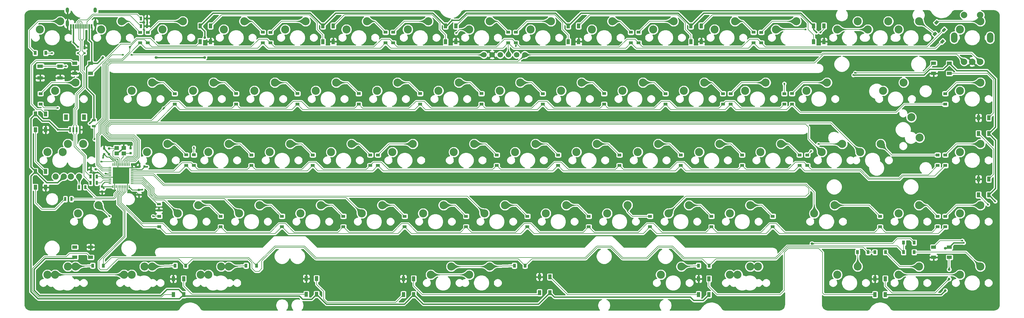
<source format=gbr>
G04 #@! TF.GenerationSoftware,KiCad,Pcbnew,(5.1.10)-1*
G04 #@! TF.CreationDate,2021-07-14T12:47:45+07:00*
G04 #@! TF.ProjectId,averange65,61766572-616e-4676-9536-352e6b696361,rev?*
G04 #@! TF.SameCoordinates,Original*
G04 #@! TF.FileFunction,Copper,L2,Bot*
G04 #@! TF.FilePolarity,Positive*
%FSLAX46Y46*%
G04 Gerber Fmt 4.6, Leading zero omitted, Abs format (unit mm)*
G04 Created by KiCad (PCBNEW (5.1.10)-1) date 2021-07-14 12:47:45*
%MOMM*%
%LPD*%
G01*
G04 APERTURE LIST*
G04 #@! TA.AperFunction,ComponentPad*
%ADD10C,2.500000*%
G04 #@! TD*
G04 #@! TA.AperFunction,ComponentPad*
%ADD11C,1.905000*%
G04 #@! TD*
G04 #@! TA.AperFunction,SMDPad,CuDef*
%ADD12R,1.800000X1.100000*%
G04 #@! TD*
G04 #@! TA.AperFunction,SMDPad,CuDef*
%ADD13R,0.900000X1.200000*%
G04 #@! TD*
G04 #@! TA.AperFunction,SMDPad,CuDef*
%ADD14R,0.700000X1.300000*%
G04 #@! TD*
G04 #@! TA.AperFunction,SMDPad,CuDef*
%ADD15R,0.800000X0.750000*%
G04 #@! TD*
G04 #@! TA.AperFunction,SMDPad,CuDef*
%ADD16R,0.700000X1.000000*%
G04 #@! TD*
G04 #@! TA.AperFunction,SMDPad,CuDef*
%ADD17R,0.700000X0.600000*%
G04 #@! TD*
G04 #@! TA.AperFunction,SMDPad,CuDef*
%ADD18R,0.750000X0.800000*%
G04 #@! TD*
G04 #@! TA.AperFunction,SMDPad,CuDef*
%ADD19R,1.300000X0.700000*%
G04 #@! TD*
G04 #@! TA.AperFunction,SMDPad,CuDef*
%ADD20R,0.600000X1.550000*%
G04 #@! TD*
G04 #@! TA.AperFunction,SMDPad,CuDef*
%ADD21R,1.200000X1.800000*%
G04 #@! TD*
G04 #@! TA.AperFunction,ComponentPad*
%ADD22C,1.700000*%
G04 #@! TD*
G04 #@! TA.AperFunction,SMDPad,CuDef*
%ADD23R,1.200000X0.900000*%
G04 #@! TD*
G04 #@! TA.AperFunction,ComponentPad*
%ADD24C,2.000000*%
G04 #@! TD*
G04 #@! TA.AperFunction,ComponentPad*
%ADD25O,2.000000X3.200000*%
G04 #@! TD*
G04 #@! TA.AperFunction,SMDPad,CuDef*
%ADD26R,5.150000X5.150000*%
G04 #@! TD*
G04 #@! TA.AperFunction,SMDPad,CuDef*
%ADD27R,1.500000X1.000000*%
G04 #@! TD*
G04 #@! TA.AperFunction,SMDPad,CuDef*
%ADD28R,1.000000X1.500000*%
G04 #@! TD*
G04 #@! TA.AperFunction,SMDPad,CuDef*
%ADD29C,0.100000*%
G04 #@! TD*
G04 #@! TA.AperFunction,SMDPad,CuDef*
%ADD30R,0.600000X1.450000*%
G04 #@! TD*
G04 #@! TA.AperFunction,SMDPad,CuDef*
%ADD31R,0.300000X1.450000*%
G04 #@! TD*
G04 #@! TA.AperFunction,ComponentPad*
%ADD32O,1.000000X2.100000*%
G04 #@! TD*
G04 #@! TA.AperFunction,ComponentPad*
%ADD33O,1.000000X1.600000*%
G04 #@! TD*
G04 #@! TA.AperFunction,SMDPad,CuDef*
%ADD34R,1.400000X1.200000*%
G04 #@! TD*
G04 #@! TA.AperFunction,ViaPad*
%ADD35C,0.600000*%
G04 #@! TD*
G04 #@! TA.AperFunction,ViaPad*
%ADD36C,0.800000*%
G04 #@! TD*
G04 #@! TA.AperFunction,Conductor*
%ADD37C,0.400000*%
G04 #@! TD*
G04 #@! TA.AperFunction,Conductor*
%ADD38C,0.250000*%
G04 #@! TD*
G04 #@! TA.AperFunction,Conductor*
%ADD39C,0.200000*%
G04 #@! TD*
G04 #@! TA.AperFunction,Conductor*
%ADD40C,0.254000*%
G04 #@! TD*
G04 #@! TA.AperFunction,Conductor*
%ADD41C,0.100000*%
G04 #@! TD*
G04 #@! TA.AperFunction,Conductor*
%ADD42C,0.025400*%
G04 #@! TD*
G04 APERTURE END LIST*
D10*
X276225254Y-72707500D03*
X278765254Y-79057500D03*
X133350670Y-119063060D03*
X127000670Y-121603060D03*
D11*
X15240038Y-91122500D03*
X17780038Y-91122500D03*
X13017534Y-91122500D03*
X10477534Y-91122500D03*
D10*
X291307610Y-121603060D03*
X297657610Y-119063060D03*
X272257530Y-121603060D03*
X278607530Y-119063060D03*
X253207450Y-121603060D03*
X259557450Y-119063060D03*
X222251070Y-121603060D03*
X228601070Y-119063060D03*
X198438470Y-121603060D03*
X204788470Y-119063060D03*
X219869810Y-121603060D03*
X226219810Y-119063060D03*
X145256970Y-119063060D03*
X138906970Y-121603060D03*
X57944130Y-121603060D03*
X64294130Y-119063060D03*
X34131530Y-121603060D03*
X40481530Y-119063060D03*
X55562870Y-121603060D03*
X61912870Y-119063060D03*
X31750270Y-121603060D03*
X38100270Y-119063060D03*
X7937670Y-121603060D03*
X14287670Y-119063060D03*
X248443986Y-83502500D03*
X254793986Y-80962500D03*
X291306522Y-102552500D03*
X297656522Y-100012500D03*
X272256506Y-102552500D03*
X278606506Y-100012500D03*
X246062734Y-102552500D03*
X252412734Y-100012500D03*
X219868962Y-102552500D03*
X226218962Y-100012500D03*
X200818946Y-102552500D03*
X207168946Y-100012500D03*
X181768930Y-102552500D03*
X188118930Y-100012500D03*
X162718914Y-102552500D03*
X169068914Y-100012500D03*
X143668898Y-102552500D03*
X150018898Y-100012500D03*
X124618882Y-102552500D03*
X130968882Y-100012500D03*
X105568866Y-102552500D03*
X111918866Y-100012500D03*
X86518850Y-102552500D03*
X92868850Y-100012500D03*
X67468834Y-102552500D03*
X73818834Y-100012500D03*
X291306522Y-83502500D03*
X297656522Y-80962500D03*
X48418818Y-102552500D03*
X54768818Y-100012500D03*
X266700246Y-80962500D03*
X260350246Y-83502500D03*
X23812542Y-100012500D03*
X17462542Y-102552500D03*
X10318930Y-121603060D03*
X16668930Y-119063060D03*
X229393970Y-83502500D03*
X235743970Y-80962500D03*
X210343954Y-83502500D03*
X216693954Y-80962500D03*
X191293938Y-83502500D03*
X197643938Y-80962500D03*
X172243922Y-83502500D03*
X178593922Y-80962500D03*
X153193906Y-83502500D03*
X159543906Y-80962500D03*
X134143890Y-83502500D03*
X140493890Y-80962500D03*
X115093874Y-83502500D03*
X121443874Y-80962500D03*
X96043858Y-83502500D03*
X102393858Y-80962500D03*
X76993842Y-83502500D03*
X83343842Y-80962500D03*
X57943826Y-83502500D03*
X64293826Y-80962500D03*
X38893810Y-83502500D03*
X45243810Y-80962500D03*
X291306522Y-64452500D03*
X297656522Y-61912500D03*
X267494002Y-64452500D03*
X273844002Y-61912500D03*
X12700038Y-83502500D03*
X19050038Y-80962500D03*
X7937534Y-83502500D03*
X14287534Y-80962500D03*
X243681482Y-64452500D03*
X250031482Y-61912500D03*
X224631466Y-64452500D03*
X230981466Y-61912500D03*
X205581450Y-64452500D03*
X211931450Y-61912500D03*
X186531434Y-64452500D03*
X192881434Y-61912500D03*
X167481418Y-64452500D03*
X173831418Y-61912500D03*
X148431402Y-64452500D03*
X154781402Y-61912500D03*
X129381386Y-64452500D03*
X135731386Y-61912500D03*
X110331370Y-64452500D03*
X116681370Y-61912500D03*
X91281354Y-64452500D03*
X97631354Y-61912500D03*
X72231338Y-64452500D03*
X78581338Y-61912500D03*
X53181322Y-64452500D03*
X59531322Y-61912500D03*
X34131306Y-64452500D03*
X40481306Y-61912500D03*
X10318786Y-64452500D03*
X16668786Y-61912500D03*
X269081250Y-42862500D03*
X262731250Y-45402500D03*
X291306250Y-45402500D03*
X297656250Y-42862500D03*
X272256250Y-45402500D03*
X278606250Y-42862500D03*
X253206250Y-45402500D03*
X259556250Y-42862500D03*
X234156250Y-45402500D03*
X240506250Y-42862500D03*
X215106250Y-45402500D03*
X221456250Y-42862500D03*
X196056250Y-45402500D03*
X202406250Y-42862500D03*
X177006250Y-45402500D03*
X183356250Y-42862500D03*
X157956250Y-45402500D03*
X164306250Y-42862500D03*
X138906250Y-45402500D03*
X145256250Y-42862500D03*
X119856250Y-45402500D03*
X126206250Y-42862500D03*
X100806250Y-45402500D03*
X107156250Y-42862500D03*
X81756250Y-45402500D03*
X88106250Y-42862500D03*
X62706250Y-45402500D03*
X69056250Y-42862500D03*
X43656250Y-45402500D03*
X50006250Y-42862500D03*
X24606250Y-45402500D03*
X30956250Y-42862500D03*
X5556250Y-45402500D03*
X11906250Y-42862500D03*
D12*
X11871095Y-60508410D03*
X5671095Y-56808410D03*
X11871095Y-56808410D03*
X5671095Y-60508410D03*
D13*
X156273270Y-118785225D03*
X152973270Y-118785225D03*
D14*
X23264597Y-93038023D03*
X21364597Y-93038023D03*
X23264597Y-91103246D03*
X21364597Y-91103246D03*
D15*
X21415768Y-88870811D03*
X22915768Y-88870811D03*
D13*
X262834515Y-114617800D03*
X259534515Y-114617800D03*
X273822075Y-111641225D03*
X277122075Y-111641225D03*
X50902515Y-118785225D03*
X47602515Y-118785225D03*
X25303970Y-118785225D03*
X22003970Y-118785225D03*
X273822215Y-114618020D03*
X277122215Y-114618020D03*
X213423510Y-118785225D03*
X210123510Y-118785225D03*
X264892490Y-114618020D03*
X268192490Y-114618020D03*
X72929170Y-118785225D03*
X69629170Y-118785225D03*
D14*
X13496250Y-98107500D03*
X15396250Y-98107500D03*
D16*
X19453850Y-51042500D03*
D17*
X17453850Y-50842500D03*
X19453850Y-52742500D03*
X17453850Y-52742500D03*
D15*
X38056250Y-88011000D03*
X36556250Y-88011000D03*
D18*
X36353750Y-95262000D03*
X36353750Y-96762000D03*
X24923750Y-94297500D03*
X24923750Y-95797500D03*
D19*
X42576750Y-101597500D03*
X42576750Y-99697500D03*
D20*
X17010190Y-76530340D03*
X18010190Y-76530340D03*
X16010190Y-76530340D03*
X15010190Y-76530340D03*
D21*
X13710190Y-72655340D03*
X19310190Y-72655340D03*
D22*
X146018250Y-53276500D03*
X143478250Y-53276500D03*
X153638250Y-53276500D03*
X151098250Y-53276500D03*
X148558250Y-53276500D03*
X156178250Y-53276500D03*
D23*
X286783200Y-106742980D03*
X286783200Y-103442980D03*
X214154770Y-106742980D03*
X214154770Y-103442980D03*
X233204850Y-106742980D03*
X233204850Y-103442980D03*
X176054610Y-106742980D03*
X176054610Y-103442980D03*
X118904370Y-106742980D03*
X118904370Y-103442980D03*
X99854290Y-106742980D03*
X99854290Y-103442980D03*
X137954450Y-106742980D03*
X137954450Y-103442980D03*
X284401940Y-106742980D03*
X284401940Y-103442980D03*
X157004530Y-106742980D03*
X157004530Y-103442980D03*
X80804210Y-106742980D03*
X80804210Y-103442980D03*
X61754130Y-106742980D03*
X61754130Y-103442980D03*
X42704050Y-106742980D03*
X42704050Y-103442980D03*
X266542490Y-106742980D03*
X266542490Y-103442980D03*
D24*
X292616250Y-55442500D03*
X295116250Y-55442500D03*
X297616250Y-55442500D03*
D25*
X289516250Y-47942500D03*
X300716250Y-47942500D03*
D24*
X292616250Y-40942500D03*
X297616250Y-40942500D03*
D26*
X30797750Y-90805420D03*
G04 #@! TA.AperFunction,SMDPad,CuDef*
G36*
G01*
X28172750Y-94617920D02*
X28172750Y-93867920D01*
G75*
G02*
X28235250Y-93805420I62500J0D01*
G01*
X28360250Y-93805420D01*
G75*
G02*
X28422750Y-93867920I0J-62500D01*
G01*
X28422750Y-94617920D01*
G75*
G02*
X28360250Y-94680420I-62500J0D01*
G01*
X28235250Y-94680420D01*
G75*
G02*
X28172750Y-94617920I0J62500D01*
G01*
G37*
G04 #@! TD.AperFunction*
G04 #@! TA.AperFunction,SMDPad,CuDef*
G36*
G01*
X28672750Y-94617920D02*
X28672750Y-93867920D01*
G75*
G02*
X28735250Y-93805420I62500J0D01*
G01*
X28860250Y-93805420D01*
G75*
G02*
X28922750Y-93867920I0J-62500D01*
G01*
X28922750Y-94617920D01*
G75*
G02*
X28860250Y-94680420I-62500J0D01*
G01*
X28735250Y-94680420D01*
G75*
G02*
X28672750Y-94617920I0J62500D01*
G01*
G37*
G04 #@! TD.AperFunction*
G04 #@! TA.AperFunction,SMDPad,CuDef*
G36*
G01*
X29172750Y-94617920D02*
X29172750Y-93867920D01*
G75*
G02*
X29235250Y-93805420I62500J0D01*
G01*
X29360250Y-93805420D01*
G75*
G02*
X29422750Y-93867920I0J-62500D01*
G01*
X29422750Y-94617920D01*
G75*
G02*
X29360250Y-94680420I-62500J0D01*
G01*
X29235250Y-94680420D01*
G75*
G02*
X29172750Y-94617920I0J62500D01*
G01*
G37*
G04 #@! TD.AperFunction*
G04 #@! TA.AperFunction,SMDPad,CuDef*
G36*
G01*
X29672750Y-94617920D02*
X29672750Y-93867920D01*
G75*
G02*
X29735250Y-93805420I62500J0D01*
G01*
X29860250Y-93805420D01*
G75*
G02*
X29922750Y-93867920I0J-62500D01*
G01*
X29922750Y-94617920D01*
G75*
G02*
X29860250Y-94680420I-62500J0D01*
G01*
X29735250Y-94680420D01*
G75*
G02*
X29672750Y-94617920I0J62500D01*
G01*
G37*
G04 #@! TD.AperFunction*
G04 #@! TA.AperFunction,SMDPad,CuDef*
G36*
G01*
X30172750Y-94617920D02*
X30172750Y-93867920D01*
G75*
G02*
X30235250Y-93805420I62500J0D01*
G01*
X30360250Y-93805420D01*
G75*
G02*
X30422750Y-93867920I0J-62500D01*
G01*
X30422750Y-94617920D01*
G75*
G02*
X30360250Y-94680420I-62500J0D01*
G01*
X30235250Y-94680420D01*
G75*
G02*
X30172750Y-94617920I0J62500D01*
G01*
G37*
G04 #@! TD.AperFunction*
G04 #@! TA.AperFunction,SMDPad,CuDef*
G36*
G01*
X30672750Y-94617920D02*
X30672750Y-93867920D01*
G75*
G02*
X30735250Y-93805420I62500J0D01*
G01*
X30860250Y-93805420D01*
G75*
G02*
X30922750Y-93867920I0J-62500D01*
G01*
X30922750Y-94617920D01*
G75*
G02*
X30860250Y-94680420I-62500J0D01*
G01*
X30735250Y-94680420D01*
G75*
G02*
X30672750Y-94617920I0J62500D01*
G01*
G37*
G04 #@! TD.AperFunction*
G04 #@! TA.AperFunction,SMDPad,CuDef*
G36*
G01*
X31172750Y-94617920D02*
X31172750Y-93867920D01*
G75*
G02*
X31235250Y-93805420I62500J0D01*
G01*
X31360250Y-93805420D01*
G75*
G02*
X31422750Y-93867920I0J-62500D01*
G01*
X31422750Y-94617920D01*
G75*
G02*
X31360250Y-94680420I-62500J0D01*
G01*
X31235250Y-94680420D01*
G75*
G02*
X31172750Y-94617920I0J62500D01*
G01*
G37*
G04 #@! TD.AperFunction*
G04 #@! TA.AperFunction,SMDPad,CuDef*
G36*
G01*
X31672750Y-94617920D02*
X31672750Y-93867920D01*
G75*
G02*
X31735250Y-93805420I62500J0D01*
G01*
X31860250Y-93805420D01*
G75*
G02*
X31922750Y-93867920I0J-62500D01*
G01*
X31922750Y-94617920D01*
G75*
G02*
X31860250Y-94680420I-62500J0D01*
G01*
X31735250Y-94680420D01*
G75*
G02*
X31672750Y-94617920I0J62500D01*
G01*
G37*
G04 #@! TD.AperFunction*
G04 #@! TA.AperFunction,SMDPad,CuDef*
G36*
G01*
X32172750Y-94617920D02*
X32172750Y-93867920D01*
G75*
G02*
X32235250Y-93805420I62500J0D01*
G01*
X32360250Y-93805420D01*
G75*
G02*
X32422750Y-93867920I0J-62500D01*
G01*
X32422750Y-94617920D01*
G75*
G02*
X32360250Y-94680420I-62500J0D01*
G01*
X32235250Y-94680420D01*
G75*
G02*
X32172750Y-94617920I0J62500D01*
G01*
G37*
G04 #@! TD.AperFunction*
G04 #@! TA.AperFunction,SMDPad,CuDef*
G36*
G01*
X32672750Y-94617920D02*
X32672750Y-93867920D01*
G75*
G02*
X32735250Y-93805420I62500J0D01*
G01*
X32860250Y-93805420D01*
G75*
G02*
X32922750Y-93867920I0J-62500D01*
G01*
X32922750Y-94617920D01*
G75*
G02*
X32860250Y-94680420I-62500J0D01*
G01*
X32735250Y-94680420D01*
G75*
G02*
X32672750Y-94617920I0J62500D01*
G01*
G37*
G04 #@! TD.AperFunction*
G04 #@! TA.AperFunction,SMDPad,CuDef*
G36*
G01*
X33172750Y-94617920D02*
X33172750Y-93867920D01*
G75*
G02*
X33235250Y-93805420I62500J0D01*
G01*
X33360250Y-93805420D01*
G75*
G02*
X33422750Y-93867920I0J-62500D01*
G01*
X33422750Y-94617920D01*
G75*
G02*
X33360250Y-94680420I-62500J0D01*
G01*
X33235250Y-94680420D01*
G75*
G02*
X33172750Y-94617920I0J62500D01*
G01*
G37*
G04 #@! TD.AperFunction*
G04 #@! TA.AperFunction,SMDPad,CuDef*
G36*
G01*
X33797750Y-93367920D02*
X33797750Y-93242920D01*
G75*
G02*
X33860250Y-93180420I62500J0D01*
G01*
X34610250Y-93180420D01*
G75*
G02*
X34672750Y-93242920I0J-62500D01*
G01*
X34672750Y-93367920D01*
G75*
G02*
X34610250Y-93430420I-62500J0D01*
G01*
X33860250Y-93430420D01*
G75*
G02*
X33797750Y-93367920I0J62500D01*
G01*
G37*
G04 #@! TD.AperFunction*
G04 #@! TA.AperFunction,SMDPad,CuDef*
G36*
G01*
X33797750Y-92867920D02*
X33797750Y-92742920D01*
G75*
G02*
X33860250Y-92680420I62500J0D01*
G01*
X34610250Y-92680420D01*
G75*
G02*
X34672750Y-92742920I0J-62500D01*
G01*
X34672750Y-92867920D01*
G75*
G02*
X34610250Y-92930420I-62500J0D01*
G01*
X33860250Y-92930420D01*
G75*
G02*
X33797750Y-92867920I0J62500D01*
G01*
G37*
G04 #@! TD.AperFunction*
G04 #@! TA.AperFunction,SMDPad,CuDef*
G36*
G01*
X33797750Y-92367920D02*
X33797750Y-92242920D01*
G75*
G02*
X33860250Y-92180420I62500J0D01*
G01*
X34610250Y-92180420D01*
G75*
G02*
X34672750Y-92242920I0J-62500D01*
G01*
X34672750Y-92367920D01*
G75*
G02*
X34610250Y-92430420I-62500J0D01*
G01*
X33860250Y-92430420D01*
G75*
G02*
X33797750Y-92367920I0J62500D01*
G01*
G37*
G04 #@! TD.AperFunction*
G04 #@! TA.AperFunction,SMDPad,CuDef*
G36*
G01*
X33797750Y-91867920D02*
X33797750Y-91742920D01*
G75*
G02*
X33860250Y-91680420I62500J0D01*
G01*
X34610250Y-91680420D01*
G75*
G02*
X34672750Y-91742920I0J-62500D01*
G01*
X34672750Y-91867920D01*
G75*
G02*
X34610250Y-91930420I-62500J0D01*
G01*
X33860250Y-91930420D01*
G75*
G02*
X33797750Y-91867920I0J62500D01*
G01*
G37*
G04 #@! TD.AperFunction*
G04 #@! TA.AperFunction,SMDPad,CuDef*
G36*
G01*
X33797750Y-91367920D02*
X33797750Y-91242920D01*
G75*
G02*
X33860250Y-91180420I62500J0D01*
G01*
X34610250Y-91180420D01*
G75*
G02*
X34672750Y-91242920I0J-62500D01*
G01*
X34672750Y-91367920D01*
G75*
G02*
X34610250Y-91430420I-62500J0D01*
G01*
X33860250Y-91430420D01*
G75*
G02*
X33797750Y-91367920I0J62500D01*
G01*
G37*
G04 #@! TD.AperFunction*
G04 #@! TA.AperFunction,SMDPad,CuDef*
G36*
G01*
X33797750Y-90867920D02*
X33797750Y-90742920D01*
G75*
G02*
X33860250Y-90680420I62500J0D01*
G01*
X34610250Y-90680420D01*
G75*
G02*
X34672750Y-90742920I0J-62500D01*
G01*
X34672750Y-90867920D01*
G75*
G02*
X34610250Y-90930420I-62500J0D01*
G01*
X33860250Y-90930420D01*
G75*
G02*
X33797750Y-90867920I0J62500D01*
G01*
G37*
G04 #@! TD.AperFunction*
G04 #@! TA.AperFunction,SMDPad,CuDef*
G36*
G01*
X33797750Y-90367920D02*
X33797750Y-90242920D01*
G75*
G02*
X33860250Y-90180420I62500J0D01*
G01*
X34610250Y-90180420D01*
G75*
G02*
X34672750Y-90242920I0J-62500D01*
G01*
X34672750Y-90367920D01*
G75*
G02*
X34610250Y-90430420I-62500J0D01*
G01*
X33860250Y-90430420D01*
G75*
G02*
X33797750Y-90367920I0J62500D01*
G01*
G37*
G04 #@! TD.AperFunction*
G04 #@! TA.AperFunction,SMDPad,CuDef*
G36*
G01*
X33797750Y-89867920D02*
X33797750Y-89742920D01*
G75*
G02*
X33860250Y-89680420I62500J0D01*
G01*
X34610250Y-89680420D01*
G75*
G02*
X34672750Y-89742920I0J-62500D01*
G01*
X34672750Y-89867920D01*
G75*
G02*
X34610250Y-89930420I-62500J0D01*
G01*
X33860250Y-89930420D01*
G75*
G02*
X33797750Y-89867920I0J62500D01*
G01*
G37*
G04 #@! TD.AperFunction*
G04 #@! TA.AperFunction,SMDPad,CuDef*
G36*
G01*
X33797750Y-89367920D02*
X33797750Y-89242920D01*
G75*
G02*
X33860250Y-89180420I62500J0D01*
G01*
X34610250Y-89180420D01*
G75*
G02*
X34672750Y-89242920I0J-62500D01*
G01*
X34672750Y-89367920D01*
G75*
G02*
X34610250Y-89430420I-62500J0D01*
G01*
X33860250Y-89430420D01*
G75*
G02*
X33797750Y-89367920I0J62500D01*
G01*
G37*
G04 #@! TD.AperFunction*
G04 #@! TA.AperFunction,SMDPad,CuDef*
G36*
G01*
X33797750Y-88867920D02*
X33797750Y-88742920D01*
G75*
G02*
X33860250Y-88680420I62500J0D01*
G01*
X34610250Y-88680420D01*
G75*
G02*
X34672750Y-88742920I0J-62500D01*
G01*
X34672750Y-88867920D01*
G75*
G02*
X34610250Y-88930420I-62500J0D01*
G01*
X33860250Y-88930420D01*
G75*
G02*
X33797750Y-88867920I0J62500D01*
G01*
G37*
G04 #@! TD.AperFunction*
G04 #@! TA.AperFunction,SMDPad,CuDef*
G36*
G01*
X33797750Y-88367920D02*
X33797750Y-88242920D01*
G75*
G02*
X33860250Y-88180420I62500J0D01*
G01*
X34610250Y-88180420D01*
G75*
G02*
X34672750Y-88242920I0J-62500D01*
G01*
X34672750Y-88367920D01*
G75*
G02*
X34610250Y-88430420I-62500J0D01*
G01*
X33860250Y-88430420D01*
G75*
G02*
X33797750Y-88367920I0J62500D01*
G01*
G37*
G04 #@! TD.AperFunction*
G04 #@! TA.AperFunction,SMDPad,CuDef*
G36*
G01*
X33172750Y-87742920D02*
X33172750Y-86992920D01*
G75*
G02*
X33235250Y-86930420I62500J0D01*
G01*
X33360250Y-86930420D01*
G75*
G02*
X33422750Y-86992920I0J-62500D01*
G01*
X33422750Y-87742920D01*
G75*
G02*
X33360250Y-87805420I-62500J0D01*
G01*
X33235250Y-87805420D01*
G75*
G02*
X33172750Y-87742920I0J62500D01*
G01*
G37*
G04 #@! TD.AperFunction*
G04 #@! TA.AperFunction,SMDPad,CuDef*
G36*
G01*
X32672750Y-87742920D02*
X32672750Y-86992920D01*
G75*
G02*
X32735250Y-86930420I62500J0D01*
G01*
X32860250Y-86930420D01*
G75*
G02*
X32922750Y-86992920I0J-62500D01*
G01*
X32922750Y-87742920D01*
G75*
G02*
X32860250Y-87805420I-62500J0D01*
G01*
X32735250Y-87805420D01*
G75*
G02*
X32672750Y-87742920I0J62500D01*
G01*
G37*
G04 #@! TD.AperFunction*
G04 #@! TA.AperFunction,SMDPad,CuDef*
G36*
G01*
X32172750Y-87742920D02*
X32172750Y-86992920D01*
G75*
G02*
X32235250Y-86930420I62500J0D01*
G01*
X32360250Y-86930420D01*
G75*
G02*
X32422750Y-86992920I0J-62500D01*
G01*
X32422750Y-87742920D01*
G75*
G02*
X32360250Y-87805420I-62500J0D01*
G01*
X32235250Y-87805420D01*
G75*
G02*
X32172750Y-87742920I0J62500D01*
G01*
G37*
G04 #@! TD.AperFunction*
G04 #@! TA.AperFunction,SMDPad,CuDef*
G36*
G01*
X31672750Y-87742920D02*
X31672750Y-86992920D01*
G75*
G02*
X31735250Y-86930420I62500J0D01*
G01*
X31860250Y-86930420D01*
G75*
G02*
X31922750Y-86992920I0J-62500D01*
G01*
X31922750Y-87742920D01*
G75*
G02*
X31860250Y-87805420I-62500J0D01*
G01*
X31735250Y-87805420D01*
G75*
G02*
X31672750Y-87742920I0J62500D01*
G01*
G37*
G04 #@! TD.AperFunction*
G04 #@! TA.AperFunction,SMDPad,CuDef*
G36*
G01*
X31172750Y-87742920D02*
X31172750Y-86992920D01*
G75*
G02*
X31235250Y-86930420I62500J0D01*
G01*
X31360250Y-86930420D01*
G75*
G02*
X31422750Y-86992920I0J-62500D01*
G01*
X31422750Y-87742920D01*
G75*
G02*
X31360250Y-87805420I-62500J0D01*
G01*
X31235250Y-87805420D01*
G75*
G02*
X31172750Y-87742920I0J62500D01*
G01*
G37*
G04 #@! TD.AperFunction*
G04 #@! TA.AperFunction,SMDPad,CuDef*
G36*
G01*
X30672750Y-87742920D02*
X30672750Y-86992920D01*
G75*
G02*
X30735250Y-86930420I62500J0D01*
G01*
X30860250Y-86930420D01*
G75*
G02*
X30922750Y-86992920I0J-62500D01*
G01*
X30922750Y-87742920D01*
G75*
G02*
X30860250Y-87805420I-62500J0D01*
G01*
X30735250Y-87805420D01*
G75*
G02*
X30672750Y-87742920I0J62500D01*
G01*
G37*
G04 #@! TD.AperFunction*
G04 #@! TA.AperFunction,SMDPad,CuDef*
G36*
G01*
X30172750Y-87742920D02*
X30172750Y-86992920D01*
G75*
G02*
X30235250Y-86930420I62500J0D01*
G01*
X30360250Y-86930420D01*
G75*
G02*
X30422750Y-86992920I0J-62500D01*
G01*
X30422750Y-87742920D01*
G75*
G02*
X30360250Y-87805420I-62500J0D01*
G01*
X30235250Y-87805420D01*
G75*
G02*
X30172750Y-87742920I0J62500D01*
G01*
G37*
G04 #@! TD.AperFunction*
G04 #@! TA.AperFunction,SMDPad,CuDef*
G36*
G01*
X29672750Y-87742920D02*
X29672750Y-86992920D01*
G75*
G02*
X29735250Y-86930420I62500J0D01*
G01*
X29860250Y-86930420D01*
G75*
G02*
X29922750Y-86992920I0J-62500D01*
G01*
X29922750Y-87742920D01*
G75*
G02*
X29860250Y-87805420I-62500J0D01*
G01*
X29735250Y-87805420D01*
G75*
G02*
X29672750Y-87742920I0J62500D01*
G01*
G37*
G04 #@! TD.AperFunction*
G04 #@! TA.AperFunction,SMDPad,CuDef*
G36*
G01*
X29172750Y-87742920D02*
X29172750Y-86992920D01*
G75*
G02*
X29235250Y-86930420I62500J0D01*
G01*
X29360250Y-86930420D01*
G75*
G02*
X29422750Y-86992920I0J-62500D01*
G01*
X29422750Y-87742920D01*
G75*
G02*
X29360250Y-87805420I-62500J0D01*
G01*
X29235250Y-87805420D01*
G75*
G02*
X29172750Y-87742920I0J62500D01*
G01*
G37*
G04 #@! TD.AperFunction*
G04 #@! TA.AperFunction,SMDPad,CuDef*
G36*
G01*
X28672750Y-87742920D02*
X28672750Y-86992920D01*
G75*
G02*
X28735250Y-86930420I62500J0D01*
G01*
X28860250Y-86930420D01*
G75*
G02*
X28922750Y-86992920I0J-62500D01*
G01*
X28922750Y-87742920D01*
G75*
G02*
X28860250Y-87805420I-62500J0D01*
G01*
X28735250Y-87805420D01*
G75*
G02*
X28672750Y-87742920I0J62500D01*
G01*
G37*
G04 #@! TD.AperFunction*
G04 #@! TA.AperFunction,SMDPad,CuDef*
G36*
G01*
X28172750Y-87742920D02*
X28172750Y-86992920D01*
G75*
G02*
X28235250Y-86930420I62500J0D01*
G01*
X28360250Y-86930420D01*
G75*
G02*
X28422750Y-86992920I0J-62500D01*
G01*
X28422750Y-87742920D01*
G75*
G02*
X28360250Y-87805420I-62500J0D01*
G01*
X28235250Y-87805420D01*
G75*
G02*
X28172750Y-87742920I0J62500D01*
G01*
G37*
G04 #@! TD.AperFunction*
G04 #@! TA.AperFunction,SMDPad,CuDef*
G36*
G01*
X26922750Y-88367920D02*
X26922750Y-88242920D01*
G75*
G02*
X26985250Y-88180420I62500J0D01*
G01*
X27735250Y-88180420D01*
G75*
G02*
X27797750Y-88242920I0J-62500D01*
G01*
X27797750Y-88367920D01*
G75*
G02*
X27735250Y-88430420I-62500J0D01*
G01*
X26985250Y-88430420D01*
G75*
G02*
X26922750Y-88367920I0J62500D01*
G01*
G37*
G04 #@! TD.AperFunction*
G04 #@! TA.AperFunction,SMDPad,CuDef*
G36*
G01*
X26922750Y-88867920D02*
X26922750Y-88742920D01*
G75*
G02*
X26985250Y-88680420I62500J0D01*
G01*
X27735250Y-88680420D01*
G75*
G02*
X27797750Y-88742920I0J-62500D01*
G01*
X27797750Y-88867920D01*
G75*
G02*
X27735250Y-88930420I-62500J0D01*
G01*
X26985250Y-88930420D01*
G75*
G02*
X26922750Y-88867920I0J62500D01*
G01*
G37*
G04 #@! TD.AperFunction*
G04 #@! TA.AperFunction,SMDPad,CuDef*
G36*
G01*
X26922750Y-89367920D02*
X26922750Y-89242920D01*
G75*
G02*
X26985250Y-89180420I62500J0D01*
G01*
X27735250Y-89180420D01*
G75*
G02*
X27797750Y-89242920I0J-62500D01*
G01*
X27797750Y-89367920D01*
G75*
G02*
X27735250Y-89430420I-62500J0D01*
G01*
X26985250Y-89430420D01*
G75*
G02*
X26922750Y-89367920I0J62500D01*
G01*
G37*
G04 #@! TD.AperFunction*
G04 #@! TA.AperFunction,SMDPad,CuDef*
G36*
G01*
X26922750Y-89867920D02*
X26922750Y-89742920D01*
G75*
G02*
X26985250Y-89680420I62500J0D01*
G01*
X27735250Y-89680420D01*
G75*
G02*
X27797750Y-89742920I0J-62500D01*
G01*
X27797750Y-89867920D01*
G75*
G02*
X27735250Y-89930420I-62500J0D01*
G01*
X26985250Y-89930420D01*
G75*
G02*
X26922750Y-89867920I0J62500D01*
G01*
G37*
G04 #@! TD.AperFunction*
G04 #@! TA.AperFunction,SMDPad,CuDef*
G36*
G01*
X26922750Y-90367920D02*
X26922750Y-90242920D01*
G75*
G02*
X26985250Y-90180420I62500J0D01*
G01*
X27735250Y-90180420D01*
G75*
G02*
X27797750Y-90242920I0J-62500D01*
G01*
X27797750Y-90367920D01*
G75*
G02*
X27735250Y-90430420I-62500J0D01*
G01*
X26985250Y-90430420D01*
G75*
G02*
X26922750Y-90367920I0J62500D01*
G01*
G37*
G04 #@! TD.AperFunction*
G04 #@! TA.AperFunction,SMDPad,CuDef*
G36*
G01*
X26922750Y-90867920D02*
X26922750Y-90742920D01*
G75*
G02*
X26985250Y-90680420I62500J0D01*
G01*
X27735250Y-90680420D01*
G75*
G02*
X27797750Y-90742920I0J-62500D01*
G01*
X27797750Y-90867920D01*
G75*
G02*
X27735250Y-90930420I-62500J0D01*
G01*
X26985250Y-90930420D01*
G75*
G02*
X26922750Y-90867920I0J62500D01*
G01*
G37*
G04 #@! TD.AperFunction*
G04 #@! TA.AperFunction,SMDPad,CuDef*
G36*
G01*
X26922750Y-91367920D02*
X26922750Y-91242920D01*
G75*
G02*
X26985250Y-91180420I62500J0D01*
G01*
X27735250Y-91180420D01*
G75*
G02*
X27797750Y-91242920I0J-62500D01*
G01*
X27797750Y-91367920D01*
G75*
G02*
X27735250Y-91430420I-62500J0D01*
G01*
X26985250Y-91430420D01*
G75*
G02*
X26922750Y-91367920I0J62500D01*
G01*
G37*
G04 #@! TD.AperFunction*
G04 #@! TA.AperFunction,SMDPad,CuDef*
G36*
G01*
X26922750Y-91867920D02*
X26922750Y-91742920D01*
G75*
G02*
X26985250Y-91680420I62500J0D01*
G01*
X27735250Y-91680420D01*
G75*
G02*
X27797750Y-91742920I0J-62500D01*
G01*
X27797750Y-91867920D01*
G75*
G02*
X27735250Y-91930420I-62500J0D01*
G01*
X26985250Y-91930420D01*
G75*
G02*
X26922750Y-91867920I0J62500D01*
G01*
G37*
G04 #@! TD.AperFunction*
G04 #@! TA.AperFunction,SMDPad,CuDef*
G36*
G01*
X26922750Y-92367920D02*
X26922750Y-92242920D01*
G75*
G02*
X26985250Y-92180420I62500J0D01*
G01*
X27735250Y-92180420D01*
G75*
G02*
X27797750Y-92242920I0J-62500D01*
G01*
X27797750Y-92367920D01*
G75*
G02*
X27735250Y-92430420I-62500J0D01*
G01*
X26985250Y-92430420D01*
G75*
G02*
X26922750Y-92367920I0J62500D01*
G01*
G37*
G04 #@! TD.AperFunction*
G04 #@! TA.AperFunction,SMDPad,CuDef*
G36*
G01*
X26922750Y-92867920D02*
X26922750Y-92742920D01*
G75*
G02*
X26985250Y-92680420I62500J0D01*
G01*
X27735250Y-92680420D01*
G75*
G02*
X27797750Y-92742920I0J-62500D01*
G01*
X27797750Y-92867920D01*
G75*
G02*
X27735250Y-92930420I-62500J0D01*
G01*
X26985250Y-92930420D01*
G75*
G02*
X26922750Y-92867920I0J62500D01*
G01*
G37*
G04 #@! TD.AperFunction*
G04 #@! TA.AperFunction,SMDPad,CuDef*
G36*
G01*
X26922750Y-93367920D02*
X26922750Y-93242920D01*
G75*
G02*
X26985250Y-93180420I62500J0D01*
G01*
X27735250Y-93180420D01*
G75*
G02*
X27797750Y-93242920I0J-62500D01*
G01*
X27797750Y-93367920D01*
G75*
G02*
X27735250Y-93430420I-62500J0D01*
G01*
X26985250Y-93430420D01*
G75*
G02*
X26922750Y-93367920I0J62500D01*
G01*
G37*
G04 #@! TD.AperFunction*
D14*
X17814250Y-94424500D03*
X19714250Y-94424500D03*
D27*
X283142570Y-116218020D03*
X283142570Y-113018020D03*
X288042570Y-116218020D03*
X288042570Y-113018020D03*
D28*
X264942350Y-122883470D03*
X268142350Y-122883470D03*
X264942350Y-127783470D03*
X268142350Y-127783470D03*
X210173510Y-122883690D03*
X213373510Y-122883690D03*
X210173510Y-127783690D03*
X213373510Y-127783690D03*
X160762225Y-122288155D03*
X163962225Y-122288155D03*
X160762225Y-127188155D03*
X163962225Y-127188155D03*
X118495000Y-122883690D03*
X121695000Y-122883690D03*
X118495000Y-127783690D03*
X121695000Y-127783690D03*
X88319880Y-122814950D03*
X91519880Y-122814950D03*
X88319880Y-127714950D03*
X91519880Y-127714950D03*
X47057200Y-122883690D03*
X50257200Y-122883690D03*
X47057200Y-127783690D03*
X50257200Y-127783690D03*
D27*
X21341450Y-113018020D03*
X21341450Y-116218020D03*
X16441450Y-113018020D03*
X16441450Y-116218020D03*
D28*
X7394520Y-94446050D03*
X4194520Y-94446050D03*
X7394520Y-89546050D03*
X4194520Y-89546050D03*
X7394520Y-76586600D03*
X4194520Y-76586600D03*
X7394520Y-71686600D03*
X4194520Y-71686600D03*
X297089500Y-91927310D03*
X300289500Y-91927310D03*
X297089500Y-96827310D03*
X300289500Y-96827310D03*
X297089500Y-72877230D03*
X300289500Y-72877230D03*
X297089500Y-77777230D03*
X300289500Y-77777230D03*
D27*
X283142570Y-59067780D03*
X283142570Y-55867780D03*
X288042570Y-59067780D03*
X288042570Y-55867780D03*
D28*
X249092410Y-49202110D03*
X245892410Y-49202110D03*
X249092410Y-44302110D03*
X245892410Y-44302110D03*
X210992250Y-49202110D03*
X207792250Y-49202110D03*
X210992250Y-44302110D03*
X207792250Y-44302110D03*
X172892090Y-49202110D03*
X169692090Y-49202110D03*
X172892090Y-44302110D03*
X169692090Y-44302110D03*
X134791930Y-49202110D03*
X131591930Y-49202110D03*
X134791930Y-44302110D03*
X131591930Y-44302110D03*
X96691770Y-49202110D03*
X93491770Y-49202110D03*
X96691770Y-44302110D03*
X93491770Y-44302110D03*
X58591610Y-49202110D03*
X55391610Y-49202110D03*
X58591610Y-44302110D03*
X55391610Y-44302110D03*
D27*
X16441450Y-59067780D03*
X16441450Y-55867780D03*
X21341450Y-59067780D03*
X21341450Y-55867780D03*
G04 #@! TA.AperFunction,SMDPad,CuDef*
D29*
G36*
X284772851Y-43093153D02*
G01*
X283924323Y-43941681D01*
X283287927Y-43305285D01*
X284136455Y-42456757D01*
X284772851Y-43093153D01*
G37*
G04 #@! TD.AperFunction*
G04 #@! TA.AperFunction,SMDPad,CuDef*
G36*
X287106303Y-45426605D02*
G01*
X286257775Y-46275133D01*
X285621379Y-45638737D01*
X286469907Y-44790209D01*
X287106303Y-45426605D01*
G37*
G04 #@! TD.AperFunction*
G04 #@! TA.AperFunction,SMDPad,CuDef*
G36*
X284277986Y-46669728D02*
G01*
X283429458Y-47518256D01*
X282793062Y-46881860D01*
X283641590Y-46033332D01*
X284277986Y-46669728D01*
G37*
G04 #@! TD.AperFunction*
G04 #@! TA.AperFunction,SMDPad,CuDef*
G36*
X286611438Y-49003180D02*
G01*
X285762910Y-49851708D01*
X285126514Y-49215312D01*
X285975042Y-48366784D01*
X286611438Y-49003180D01*
G37*
G04 #@! TD.AperFunction*
D23*
X236776740Y-68642820D03*
X236776740Y-65342820D03*
X195104690Y-106742980D03*
X195104690Y-103442980D03*
X286783200Y-87692900D03*
X286783200Y-84392900D03*
X284401940Y-87692900D03*
X284401940Y-84392900D03*
X241539260Y-87692900D03*
X241539260Y-84392900D03*
X223679810Y-87692900D03*
X223679810Y-84392900D03*
X204629730Y-87692900D03*
X204629730Y-84392900D03*
X185579650Y-87692900D03*
X185579650Y-84392900D03*
X166529570Y-87692900D03*
X166529570Y-84392900D03*
X147479490Y-87692900D03*
X147479490Y-84392900D03*
X110569960Y-87692900D03*
X110569960Y-84392900D03*
X108188700Y-87692900D03*
X108188700Y-84392900D03*
X90329250Y-87692900D03*
X90329250Y-84392900D03*
X71279170Y-87692900D03*
X71279170Y-84392900D03*
X51038125Y-84392500D03*
X51038125Y-87692500D03*
X53419375Y-87692500D03*
X53419375Y-84392500D03*
X286783200Y-68642820D03*
X286783200Y-65342820D03*
X243920520Y-87692900D03*
X243920520Y-84392900D03*
X239157100Y-68642500D03*
X239157100Y-65342500D03*
X220107920Y-68642820D03*
X220107920Y-65342820D03*
X217726660Y-68642820D03*
X217726660Y-65342820D03*
X199867210Y-68642820D03*
X199867210Y-65342820D03*
X180816426Y-68642500D03*
X180816426Y-65342500D03*
X161767050Y-68642820D03*
X161767050Y-65342820D03*
X142716394Y-68642500D03*
X142716394Y-65342500D03*
X123666378Y-68642500D03*
X123666378Y-65342500D03*
X104616362Y-68642500D03*
X104616362Y-65342500D03*
X85566346Y-68642500D03*
X85566346Y-65342500D03*
X66516330Y-68642500D03*
X66516330Y-65342500D03*
X47466570Y-68642820D03*
X47466570Y-65342820D03*
X5794520Y-68642820D03*
X5794520Y-65342820D03*
D30*
X21678850Y-44487500D03*
X15228850Y-44487500D03*
X20903850Y-44487500D03*
X16003850Y-44487500D03*
D31*
X16703850Y-44487500D03*
X20203850Y-44487500D03*
X17203850Y-44487500D03*
X19703850Y-44487500D03*
X17703850Y-44487500D03*
X19203850Y-44487500D03*
X18703850Y-44487500D03*
X18203850Y-44487500D03*
D32*
X14133850Y-43572500D03*
X22773850Y-43572500D03*
D33*
X14133850Y-39392500D03*
X22773850Y-39392500D03*
D34*
X31659380Y-82192130D03*
X29459380Y-82192130D03*
X29459380Y-83892130D03*
X31659380Y-83892130D03*
D19*
X22320250Y-73596500D03*
X22320250Y-75496500D03*
D14*
X38891530Y-44370850D03*
X36991530Y-44370850D03*
X38891530Y-41989590D03*
X36991530Y-41989590D03*
D23*
X229632960Y-46292740D03*
X229632960Y-49592740D03*
X227250840Y-46292500D03*
X227250840Y-49592500D03*
X191532800Y-46292500D03*
X191532800Y-49592500D03*
X189150808Y-46292500D03*
X189150808Y-49592500D03*
X153432640Y-46292500D03*
X153432640Y-49592500D03*
X151050776Y-46292500D03*
X151050776Y-49592500D03*
X115332480Y-46292500D03*
X115332480Y-49592500D03*
X112950744Y-46292500D03*
X112950744Y-49592500D03*
X77232320Y-46292740D03*
X77232320Y-49592740D03*
X74850712Y-46292500D03*
X74850712Y-49592500D03*
X39132160Y-46292740D03*
X39132160Y-49592740D03*
X36750900Y-49592740D03*
X36750900Y-46292740D03*
D13*
X7444520Y-52705260D03*
X4144520Y-52705260D03*
D15*
X25554880Y-84185130D03*
X27054880Y-84185130D03*
X25554880Y-82407130D03*
X27054880Y-82407130D03*
D18*
X33734380Y-82355630D03*
X33734380Y-83855630D03*
D35*
X246805450Y-46316900D03*
X258230649Y-59570899D03*
X292512750Y-111696500D03*
X302283760Y-98821570D03*
X25495250Y-94805500D03*
X26003250Y-90205420D03*
X25241250Y-85280500D03*
X38957250Y-88074500D03*
X37433250Y-95186500D03*
X16003850Y-49392500D03*
X20903850Y-48723900D03*
X11157090Y-76530340D03*
X21050250Y-74612500D03*
X133635750Y-42545000D03*
D36*
X41687750Y-54102000D03*
X56800750Y-54102000D03*
X25177750Y-54102000D03*
X56800750Y-47942496D03*
X286783060Y-126524100D03*
X286783060Y-113427170D03*
D35*
X109379330Y-111046130D03*
X128429410Y-111046130D03*
X33774325Y-80685065D03*
X31988380Y-80685065D03*
X174863980Y-49728685D03*
X212964140Y-49728685D03*
X251064300Y-49728685D03*
X139740395Y-49728685D03*
X98663660Y-49728685D03*
X60563500Y-49728685D03*
X247492410Y-41394275D03*
X20161250Y-47561500D03*
X14319250Y-59118500D03*
X9239250Y-77533500D03*
X18002250Y-78803500D03*
X12342985Y-79494435D03*
X5683250Y-97218500D03*
X24249285Y-61039670D03*
X93305825Y-41394275D03*
X131476750Y-42291000D03*
X169506145Y-41394275D03*
X207606305Y-41394275D03*
X238562685Y-54491205D03*
X219512605Y-54491205D03*
X200462525Y-54491205D03*
X182007760Y-54491205D03*
X162957680Y-54491205D03*
X249873670Y-75922545D03*
X52229090Y-110450815D03*
X71279170Y-111046130D03*
X95687085Y-111046130D03*
X190342170Y-111046130D03*
X190342170Y-130691525D03*
X121880945Y-130691525D03*
X61754130Y-91400735D03*
X80804210Y-91400735D03*
X99854290Y-91400735D03*
X118904370Y-91400735D03*
X176054610Y-91400735D03*
X157004530Y-91400735D03*
X137359135Y-91400735D03*
X195104690Y-91400735D03*
X214154770Y-91400735D03*
X209392250Y-72350655D03*
X190342170Y-72350655D03*
X171292090Y-72350655D03*
X152242010Y-72350655D03*
X133191930Y-72350655D03*
X114141850Y-72350655D03*
X95091770Y-72350655D03*
X76041690Y-72350655D03*
X56991610Y-72350655D03*
X20859750Y-76517500D03*
D36*
X281717750Y-41783000D03*
X233204710Y-111045910D03*
X214749945Y-111045910D03*
X205820220Y-130691305D03*
X223679670Y-130691305D03*
X227251560Y-130691305D03*
D35*
X236776740Y-62230300D03*
X34004250Y-53276500D03*
X31417140Y-53276500D03*
X24606250Y-86453529D03*
X13708340Y-56808410D03*
X22552208Y-79565500D03*
X53435250Y-82105500D03*
X247350920Y-80962500D03*
X245135085Y-83178335D03*
X40735250Y-103441500D03*
X27241542Y-103441500D03*
X44056260Y-69894490D03*
X11144250Y-69786500D03*
X134863390Y-46545500D03*
X243427250Y-45402500D03*
D36*
X245362734Y-111961970D03*
D35*
X33515260Y-50844490D03*
X9366250Y-52768500D03*
X153432640Y-50530890D03*
X247973850Y-46316900D03*
X258769611Y-58870899D03*
X300069250Y-99807060D03*
X292068989Y-110996500D03*
D36*
X287973690Y-122952210D03*
X287973690Y-119975635D03*
D37*
X93491610Y-44302110D02*
X97463230Y-40330490D01*
X127620150Y-40330490D02*
X131591770Y-44302110D01*
X97463230Y-40330490D02*
X127620150Y-40330490D01*
D38*
X26396250Y-85026500D02*
X25554880Y-84185130D01*
X27178786Y-85026500D02*
X26396250Y-85026500D01*
X28180805Y-86028519D02*
X27178786Y-85026500D01*
X29037269Y-86028519D02*
X28180805Y-86028519D01*
X29297750Y-86289000D02*
X29037269Y-86028519D01*
X29297750Y-87367920D02*
X29297750Y-86289000D01*
D37*
X55391610Y-44302110D02*
X59363230Y-40330490D01*
X89520150Y-40330490D02*
X93491770Y-44302110D01*
X59363230Y-40330490D02*
X89520150Y-40330490D01*
X245892410Y-45403860D02*
X246805450Y-46316900D01*
X245892410Y-44302110D02*
X245892410Y-45403860D01*
X258230649Y-59570899D02*
X258230649Y-59570899D01*
X280146573Y-59570899D02*
X281919772Y-57797700D01*
X286112650Y-57797700D02*
X288042570Y-55867780D01*
X281919772Y-57797700D02*
X286112650Y-57797700D01*
X258230649Y-59570899D02*
X280146573Y-59570899D01*
X290342569Y-58167779D02*
X288042570Y-55867780D01*
X299698649Y-58167779D02*
X290342569Y-58167779D01*
X302347260Y-60816390D02*
X299698649Y-58167779D01*
X302347260Y-75719470D02*
X302347260Y-60816390D01*
X300289500Y-77777230D02*
X302347260Y-75719470D01*
X300289500Y-77777230D02*
X302355250Y-79842980D01*
X302355250Y-94761560D02*
X300289500Y-96827310D01*
X302355250Y-79842980D02*
X302355250Y-94761560D01*
D38*
X37262340Y-88880410D02*
X38068250Y-88074500D01*
X35718750Y-88880410D02*
X37262340Y-88880410D01*
X35643760Y-88805420D02*
X35718750Y-88880410D01*
X34235250Y-88805420D02*
X35643760Y-88805420D01*
X34316830Y-95262000D02*
X33297750Y-94242920D01*
X36353750Y-95262000D02*
X34316830Y-95262000D01*
X25765830Y-92805420D02*
X27360250Y-92805420D01*
X24923750Y-93647500D02*
X25765830Y-92805420D01*
X24923750Y-94297500D02*
X24923750Y-93647500D01*
X28297750Y-94242920D02*
X25041830Y-94242920D01*
D37*
X289364090Y-111696500D02*
X288042570Y-113018020D01*
X292512750Y-111696500D02*
X289364090Y-111696500D01*
X302283760Y-98821570D02*
X300289500Y-96827310D01*
X121695000Y-127783690D02*
X118740180Y-130738510D01*
X94543440Y-130738510D02*
X91519880Y-127714950D01*
X118740180Y-130738510D02*
X94543440Y-130738510D01*
X121695000Y-127783690D02*
X124657810Y-130746500D01*
X43148250Y-128079500D02*
X45053250Y-126174500D01*
X5429250Y-128079500D02*
X43148250Y-128079500D01*
X45053250Y-126174500D02*
X48648010Y-126174500D01*
X3778250Y-126428500D02*
X5429250Y-128079500D01*
X3778250Y-119951500D02*
X3778250Y-126428500D01*
X48648010Y-126174500D02*
X50257200Y-127783690D01*
X7207250Y-116522500D02*
X3778250Y-119951500D01*
X16136970Y-116522500D02*
X7207250Y-116522500D01*
X16441450Y-116218020D02*
X16136970Y-116522500D01*
X91519880Y-127714950D02*
X90012330Y-129222500D01*
X87217250Y-129222500D02*
X86209710Y-128214960D01*
X90012330Y-129222500D02*
X87217250Y-129222500D01*
X86209710Y-128214960D02*
X50688470Y-128214960D01*
X24987250Y-94297500D02*
X25495250Y-94805500D01*
X25241250Y-84498760D02*
X25554880Y-84185130D01*
X25241250Y-85280500D02*
X25241250Y-84498760D01*
X38119750Y-88074500D02*
X38056250Y-88011000D01*
X38957250Y-88074500D02*
X38119750Y-88074500D01*
X36429250Y-95186500D02*
X36353750Y-95262000D01*
X37433250Y-95186500D02*
X36429250Y-95186500D01*
X50257200Y-127783690D02*
X48945390Y-129095500D01*
X2778230Y-126842720D02*
X2778230Y-90962340D01*
X5031010Y-129095500D02*
X2778230Y-126842720D01*
X2778230Y-90962340D02*
X4194520Y-89546050D01*
X48945390Y-129095500D02*
X5031010Y-129095500D01*
X7675970Y-93027500D02*
X4194520Y-89546050D01*
X11112534Y-93027500D02*
X7675970Y-93027500D01*
X13017534Y-91122500D02*
X11112534Y-93027500D01*
X4194520Y-71686600D02*
X2762250Y-73118870D01*
X2762250Y-88113780D02*
X4194520Y-89546050D01*
X2762250Y-73118870D02*
X2762250Y-88113780D01*
X16003850Y-49392500D02*
X16003850Y-49392500D01*
X16003850Y-44487500D02*
X16003850Y-49392500D01*
X16003850Y-49392500D02*
X17453850Y-50842500D01*
X20903850Y-44487500D02*
X20903850Y-48723900D01*
X20903850Y-48723900D02*
X20903850Y-48723900D01*
X21685250Y-49505300D02*
X20903850Y-48723900D01*
X21685250Y-55523980D02*
X21685250Y-49505300D01*
X15010190Y-76530340D02*
X11157090Y-76530340D01*
X11157090Y-76530340D02*
X8477250Y-73850500D01*
X6358420Y-73850500D02*
X4194520Y-71686600D01*
X8477250Y-73850500D02*
X6358420Y-73850500D01*
X11157090Y-76530340D02*
X11157090Y-76530340D01*
X22066250Y-73596500D02*
X21050250Y-74612500D01*
D38*
X26103250Y-90305420D02*
X26003250Y-90205420D01*
X27360250Y-90305420D02*
X26103250Y-90305420D01*
D37*
X22320250Y-71056500D02*
X22320250Y-73596500D01*
X22320250Y-65869300D02*
X22320250Y-71056500D01*
X20060760Y-63609810D02*
X22320250Y-65869300D01*
X20060760Y-57148470D02*
X20060760Y-63609810D01*
X21341450Y-55867780D02*
X20060760Y-57148470D01*
X241920630Y-40330490D02*
X245892250Y-44302110D01*
X207792090Y-44302110D02*
X211763710Y-40330490D01*
X203820470Y-40330490D02*
X207792090Y-44302110D01*
X138056270Y-40330490D02*
X165720310Y-40330490D01*
X169691930Y-44302110D02*
X173663550Y-40330490D01*
X135841760Y-42545000D02*
X138056270Y-40330490D01*
X165720310Y-40330490D02*
X169691930Y-44302110D01*
X133635750Y-42545000D02*
X133635750Y-42545000D01*
X173663550Y-40330490D02*
X203820470Y-40330490D01*
X131878640Y-44302110D02*
X133635750Y-42545000D01*
X211763710Y-40330490D02*
X241920630Y-40330490D01*
X133635750Y-42545000D02*
X135841760Y-42545000D01*
X41687750Y-54102000D02*
X56800750Y-54102000D01*
X56800750Y-54102000D02*
X56800750Y-54102000D01*
X23411970Y-55867780D02*
X25177750Y-54102000D01*
X21341450Y-55867780D02*
X23411970Y-55867780D01*
X55657750Y-44831000D02*
X56800750Y-45974000D01*
X56800750Y-45974000D02*
X56800750Y-47942496D01*
X285523690Y-127783470D02*
X286783060Y-126524100D01*
X268142350Y-127783470D02*
X285523690Y-127783470D01*
X288042570Y-113018020D02*
X286783060Y-113427170D01*
X160403880Y-130746500D02*
X163962225Y-127188155D01*
X124657810Y-130746500D02*
X160403880Y-130746500D01*
X165361570Y-128587500D02*
X163962225Y-127188155D01*
X207613250Y-128587500D02*
X165361570Y-128587500D01*
X208629250Y-129603500D02*
X207613250Y-128587500D01*
X211553700Y-129603500D02*
X208629250Y-129603500D01*
X213373510Y-127783690D02*
X211553700Y-129603500D01*
D38*
X28367206Y-85578510D02*
X27054880Y-84266184D01*
X29603260Y-85578510D02*
X28367206Y-85578510D01*
X29797750Y-85773000D02*
X29603260Y-85578510D01*
X29797750Y-87367920D02*
X29797750Y-85773000D01*
D37*
X31659380Y-82192130D02*
X29686250Y-83756500D01*
X25554880Y-82407130D02*
X27019250Y-84137500D01*
D38*
X30297750Y-91305420D02*
X30797750Y-90805420D01*
X27360250Y-91305420D02*
X30297750Y-91305420D01*
X29797750Y-89805420D02*
X30797750Y-90805420D01*
X29797750Y-87367920D02*
X29797750Y-89805420D01*
X33297750Y-88305420D02*
X30797750Y-90805420D01*
X34235250Y-88305420D02*
X33297750Y-88305420D01*
X32797750Y-92805420D02*
X30797750Y-90805420D01*
X32797750Y-94242920D02*
X32797750Y-92805420D01*
X28797750Y-92805420D02*
X30797750Y-90805420D01*
X28797750Y-94242920D02*
X28797750Y-92805420D01*
X34235250Y-88305420D02*
X36503830Y-88305420D01*
X32797750Y-94242920D02*
X32797750Y-95313500D01*
X32797750Y-95313500D02*
X33369250Y-95885000D01*
X35476750Y-95885000D02*
X36353750Y-96762000D01*
X33369250Y-95885000D02*
X35476750Y-95885000D01*
X25350260Y-91305420D02*
X23957454Y-89912614D01*
X27360250Y-91305420D02*
X25350260Y-91305420D01*
X22457571Y-89912614D02*
X21415768Y-88870811D01*
X23957454Y-89912614D02*
X22457571Y-89912614D01*
X24923750Y-95797500D02*
X28440250Y-95797500D01*
X28797750Y-95440000D02*
X28440250Y-95797500D01*
X28797750Y-94242920D02*
X28797750Y-95440000D01*
D39*
X31659380Y-83892130D02*
X33758880Y-83892130D01*
X30797750Y-87367920D02*
X30797750Y-85693000D01*
X30797750Y-85693000D02*
X31464250Y-85026500D01*
X31464250Y-85026500D02*
X31464250Y-84087260D01*
X28289250Y-83248500D02*
X29305250Y-82232500D01*
X28289250Y-84899500D02*
X28289250Y-83248500D01*
X28543250Y-85153500D02*
X28289250Y-84899500D01*
X29940250Y-85153500D02*
X28543250Y-85153500D01*
X30297750Y-85511000D02*
X29940250Y-85153500D01*
X30297750Y-87367920D02*
X30297750Y-85511000D01*
X27054880Y-82407130D02*
X29130620Y-82407130D01*
X27360250Y-90805420D02*
X25451314Y-90805420D01*
X23516705Y-88870811D02*
X22915768Y-88870811D01*
X25451314Y-90805420D02*
X23516705Y-88870811D01*
X11906250Y-42862500D02*
X5175250Y-42862500D01*
X5175250Y-42862500D02*
X2381250Y-45656500D01*
X2381250Y-50941990D02*
X4144520Y-52705260D01*
X2381250Y-45656500D02*
X2381250Y-50941990D01*
X33320660Y-42862500D02*
X36750900Y-46292740D01*
X30956250Y-42862500D02*
X33320660Y-42862500D01*
X42562400Y-42862500D02*
X39132160Y-46292740D01*
X50006250Y-42862500D02*
X42562400Y-42862500D01*
X71420712Y-42862500D02*
X74850712Y-46292500D01*
X69056250Y-42862500D02*
X71420712Y-42862500D01*
X80662560Y-42862500D02*
X77232320Y-46292740D01*
X88106250Y-42862500D02*
X80662560Y-42862500D01*
X109520744Y-42862500D02*
X112950744Y-46292500D01*
X107156250Y-42862500D02*
X109520744Y-42862500D01*
X118762480Y-42862500D02*
X115332480Y-46292500D01*
X126206250Y-42862500D02*
X118762480Y-42862500D01*
X147620776Y-42862500D02*
X151050776Y-46292500D01*
X145256250Y-42862500D02*
X147620776Y-42862500D01*
X156862640Y-42862500D02*
X153432640Y-46292500D01*
X164306250Y-42862500D02*
X156862640Y-42862500D01*
X185720808Y-42862500D02*
X189150808Y-46292500D01*
X183356250Y-42862500D02*
X185720808Y-42862500D01*
X194962800Y-42862500D02*
X191532800Y-46292500D01*
X202406250Y-42862500D02*
X194962800Y-42862500D01*
X223820840Y-42862500D02*
X227250840Y-46292500D01*
X221456250Y-42862500D02*
X223820840Y-42862500D01*
X233063200Y-42862500D02*
X229632960Y-46292740D01*
X240506250Y-42862500D02*
X233063200Y-42862500D01*
X236776740Y-62230300D02*
X236776740Y-65342820D01*
X283535524Y-46751890D02*
X278606250Y-42862500D01*
X297656250Y-42862500D02*
X284084300Y-42862500D01*
X36991530Y-41989590D02*
X35705440Y-40703500D01*
X35705440Y-40703500D02*
X21992741Y-40703500D01*
X17203850Y-43140748D02*
X17872472Y-42472125D01*
X17203850Y-44487500D02*
X17203850Y-43140748D01*
X20224116Y-42472125D02*
X21992741Y-40703500D01*
X17872472Y-42472125D02*
X20224116Y-42472125D01*
X33724190Y-41103510D02*
X36991530Y-44370850D01*
X22158430Y-41103510D02*
X33724190Y-41103510D01*
X20203850Y-43058090D02*
X22158430Y-41103510D01*
X20203850Y-44487500D02*
X20203850Y-43058090D01*
X27335250Y-91830420D02*
X27360250Y-91805420D01*
X24547032Y-91103246D02*
X23264597Y-91103246D01*
X25249206Y-91805420D02*
X24547032Y-91103246D01*
X27360250Y-91805420D02*
X25249206Y-91805420D01*
X27360250Y-92305420D02*
X25279635Y-92305420D01*
X24547032Y-93038023D02*
X23264597Y-93038023D01*
X25279635Y-92305420D02*
X24547032Y-93038023D01*
X143478250Y-53276500D02*
X34004250Y-53276500D01*
X28670250Y-86453529D02*
X25525279Y-86453529D01*
X28797750Y-87367920D02*
X28797750Y-86581029D01*
X28797750Y-86581029D02*
X28670250Y-86453529D01*
X25525279Y-86453529D02*
X24606250Y-86453529D01*
X11871095Y-56808410D02*
X5671095Y-56808410D01*
X11871095Y-56808410D02*
X13708340Y-56808410D01*
X13708340Y-56808410D02*
X13708340Y-56808410D01*
X31417140Y-53276500D02*
X28002108Y-53276500D01*
X25163037Y-72907636D02*
X22552208Y-75518465D01*
X25163037Y-56115571D02*
X25163037Y-72907636D01*
X28002108Y-53276500D02*
X25163037Y-56115571D01*
X22552208Y-75518465D02*
X22552208Y-79565500D01*
X34235250Y-93305420D02*
X37353378Y-93305420D01*
X39450170Y-96917349D02*
X42230321Y-99697500D01*
X39450170Y-95402212D02*
X39450170Y-96917349D01*
X37353378Y-93305420D02*
X39450170Y-95402212D01*
X4194520Y-94446050D02*
X4194520Y-99285770D01*
X4194520Y-99285770D02*
X6191250Y-101282500D01*
X10321250Y-101282500D02*
X13496250Y-98107500D01*
X6191250Y-101282500D02*
X10321250Y-101282500D01*
X28670250Y-98107500D02*
X15335250Y-98107500D01*
X29292710Y-97485040D02*
X28670250Y-98107500D01*
X29292710Y-96555744D02*
X29292710Y-97485040D01*
X30297750Y-95550706D02*
X29292710Y-96555744D01*
X30297750Y-94242920D02*
X30297750Y-95550706D01*
X225598712Y-51244500D02*
X227250712Y-49592500D01*
X190802660Y-51244500D02*
X225598712Y-51244500D01*
X189150900Y-49592740D02*
X190802660Y-51244500D01*
X187498712Y-51244500D02*
X189150712Y-49592500D01*
X152702660Y-51244500D02*
X187498712Y-51244500D01*
X151050900Y-49592740D02*
X152702660Y-51244500D01*
X149398712Y-51244500D02*
X151050712Y-49592500D01*
X114602660Y-51244500D02*
X149398712Y-51244500D01*
X112950900Y-49592740D02*
X114602660Y-51244500D01*
X111298712Y-51244500D02*
X112950712Y-49592500D01*
X76502660Y-51244500D02*
X111298712Y-51244500D01*
X74850900Y-49592740D02*
X76502660Y-51244500D01*
X36750900Y-49592740D02*
X38402660Y-51244500D01*
X73198712Y-51244500D02*
X74850712Y-49592500D01*
X38402660Y-51244500D02*
X73198712Y-51244500D01*
X151050776Y-49592500D02*
X151098250Y-53276500D01*
X25025471Y-88805420D02*
X23552229Y-87332179D01*
X24355792Y-74846283D02*
X25963058Y-73239017D01*
X25963058Y-73239017D02*
X25963058Y-56446948D01*
X27396357Y-55013650D02*
X31329990Y-55013650D01*
X23552229Y-87332179D02*
X23552229Y-78275820D01*
X24355792Y-77472257D02*
X24355792Y-74846283D01*
X25963058Y-56446948D02*
X27396357Y-55013650D01*
X31329990Y-55013650D02*
X36750900Y-49592740D01*
X27360250Y-88805420D02*
X25025471Y-88805420D01*
X23552229Y-78275820D02*
X24355792Y-77472257D01*
X283733722Y-51244500D02*
X285868976Y-49109246D01*
X228902660Y-51244500D02*
X283733722Y-51244500D01*
X227250900Y-49592740D02*
X228902660Y-51244500D01*
X220249410Y-80962500D02*
X223679810Y-84392900D01*
X216693954Y-80962500D02*
X220249410Y-80962500D01*
X9224840Y-61912500D02*
X5794520Y-65342820D01*
X16668786Y-61912500D02*
X9224840Y-61912500D01*
X44036250Y-61912500D02*
X47466570Y-65342820D01*
X40481306Y-61912500D02*
X44036250Y-61912500D01*
X63086330Y-61912500D02*
X66516330Y-65342500D01*
X59531322Y-61912500D02*
X63086330Y-61912500D01*
X82136346Y-61912500D02*
X85566346Y-65342500D01*
X78581338Y-61912500D02*
X82136346Y-61912500D01*
X101186362Y-61912500D02*
X104616362Y-65342500D01*
X97631354Y-61912500D02*
X101186362Y-61912500D01*
X120236378Y-61912500D02*
X123666378Y-65342500D01*
X116681370Y-61912500D02*
X120236378Y-61912500D01*
X139286394Y-61912500D02*
X142716394Y-65342500D01*
X135731386Y-61912500D02*
X139286394Y-61912500D01*
X158336730Y-61912500D02*
X161767050Y-65342820D01*
X154781402Y-61912500D02*
X158336730Y-61912500D01*
X177386426Y-61912500D02*
X180816426Y-65342500D01*
X173831418Y-61912500D02*
X177386426Y-61912500D01*
X196436890Y-61912500D02*
X199867210Y-65342820D01*
X192881434Y-61912500D02*
X196436890Y-61912500D01*
X214296340Y-61912500D02*
X217726660Y-65342820D01*
X211931450Y-61912500D02*
X214296340Y-61912500D01*
X223538240Y-61912500D02*
X220107920Y-65342820D01*
X230981466Y-61912500D02*
X223538240Y-61912500D01*
X242587100Y-61912500D02*
X239157100Y-65342500D01*
X250031482Y-61912500D02*
X242587100Y-61912500D01*
X53435250Y-82105500D02*
X53435250Y-84518500D01*
X247350920Y-80962500D02*
X247350920Y-80962500D01*
X254793986Y-80962500D02*
X247350920Y-80962500D01*
X245135085Y-83178335D02*
X243920520Y-84392900D01*
X290213520Y-61912500D02*
X286783200Y-65342820D01*
X297656522Y-61912500D02*
X290213520Y-61912500D01*
X47608125Y-80962500D02*
X51038125Y-84392500D01*
X45243810Y-80962500D02*
X47608125Y-80962500D01*
X67848770Y-80962500D02*
X71279170Y-84392900D01*
X64293826Y-80962500D02*
X67848770Y-80962500D01*
X86898850Y-80962500D02*
X90329250Y-84392900D01*
X83343842Y-80962500D02*
X86898850Y-80962500D01*
X104758300Y-80962500D02*
X108188700Y-84392900D01*
X102393858Y-80962500D02*
X104758300Y-80962500D01*
X114000360Y-80962500D02*
X110569960Y-84392900D01*
X121443874Y-80962500D02*
X114000360Y-80962500D01*
X144049090Y-80962500D02*
X147479490Y-84392900D01*
X140493890Y-80962500D02*
X144049090Y-80962500D01*
X163099170Y-80962500D02*
X166529570Y-84392900D01*
X159543906Y-80962500D02*
X163099170Y-80962500D01*
X182149250Y-80962500D02*
X185579650Y-84392900D01*
X178593922Y-80962500D02*
X182149250Y-80962500D01*
X201199330Y-80962500D02*
X204629730Y-84392900D01*
X197643938Y-80962500D02*
X201199330Y-80962500D01*
X238108860Y-80962500D02*
X241539260Y-84392900D01*
X235743970Y-80962500D02*
X238108860Y-80962500D01*
X270130646Y-84392900D02*
X266700246Y-80962500D01*
X284401940Y-84392900D02*
X270130646Y-84392900D01*
X40735250Y-103441500D02*
X42767250Y-103441500D01*
X27241542Y-103441500D02*
X27241542Y-103441500D01*
X27241542Y-103441500D02*
X23812542Y-100012500D01*
X290213600Y-80962500D02*
X286783200Y-84392900D01*
X297656522Y-80962500D02*
X290213600Y-80962500D01*
X88976240Y-69894490D02*
X103364436Y-69894490D01*
X103364436Y-69894490D02*
X104616426Y-68642500D01*
X86836250Y-67754500D02*
X84296250Y-67754500D01*
X82156260Y-69894490D02*
X67768416Y-69894490D01*
X67768416Y-69894490D02*
X66516426Y-68642500D01*
X88976240Y-69894490D02*
X86836250Y-67754500D01*
X84296250Y-67754500D02*
X82156260Y-69894490D01*
X127076240Y-69894490D02*
X141464436Y-69894490D01*
X141464436Y-69894490D02*
X142716426Y-68642500D01*
X124936250Y-67754500D02*
X122396250Y-67754500D01*
X120256260Y-69894490D02*
X105868416Y-69894490D01*
X105868416Y-69894490D02*
X104616426Y-68642500D01*
X127076240Y-69894490D02*
X124936250Y-67754500D01*
X122396250Y-67754500D02*
X120256260Y-69894490D01*
X158356260Y-69894490D02*
X143968416Y-69894490D01*
X143968416Y-69894490D02*
X142716426Y-68642500D01*
X160496250Y-67754500D02*
X158356260Y-69894490D01*
X163036250Y-67754500D02*
X160496250Y-67754500D01*
X165176240Y-69894490D02*
X163036250Y-67754500D01*
X217726660Y-68642820D02*
X216474990Y-69894490D01*
X216474990Y-69894490D02*
X203276240Y-69894490D01*
X203276240Y-69894490D02*
X201136250Y-67754500D01*
X201136250Y-67754500D02*
X198596250Y-67754500D01*
X198596250Y-67754500D02*
X196456260Y-69894490D01*
X182068416Y-69894490D02*
X180816426Y-68642500D01*
X196456260Y-69894490D02*
X182068416Y-69894490D01*
X179564436Y-69894490D02*
X180816426Y-68642500D01*
X165176240Y-69894490D02*
X179564436Y-69894490D01*
X239156780Y-68642820D02*
X239157100Y-68642500D01*
X50876240Y-69894490D02*
X48736250Y-67754500D01*
X65264436Y-69894490D02*
X66516426Y-68642500D01*
X48736250Y-67754500D02*
X46196250Y-67754500D01*
X46196250Y-67754500D02*
X44056260Y-69894490D01*
X50876240Y-69894490D02*
X65264436Y-69894490D01*
X27232006Y-73667162D02*
X27232017Y-73667162D01*
X25555822Y-75343346D02*
X27232006Y-73667162D01*
X27232293Y-79375230D02*
X25555822Y-77698758D01*
X35293261Y-84620689D02*
X35293261Y-80265607D01*
X35293261Y-80265607D02*
X34402884Y-79375230D01*
X25555822Y-77698758D02*
X25555822Y-75343346D01*
X34402884Y-79375230D02*
X27232293Y-79375230D01*
X31797750Y-86344002D02*
X32905741Y-85236011D01*
X34677939Y-85236011D02*
X35293261Y-84620689D01*
X32905741Y-85236011D02*
X34677939Y-85236011D01*
X31797750Y-87367920D02*
X31797750Y-86344002D01*
X44056260Y-69894490D02*
X44056260Y-69894490D01*
X40283588Y-73667162D02*
X44056260Y-69894490D01*
X27232006Y-73667162D02*
X40283588Y-73667162D01*
X6938200Y-69786500D02*
X5794520Y-68642820D01*
X11144250Y-69786500D02*
X6938200Y-69786500D01*
X235525070Y-69894490D02*
X236776740Y-68642820D01*
X221202250Y-67754500D02*
X223342240Y-69894490D01*
X223342240Y-69894490D02*
X235525070Y-69894490D01*
X218614980Y-67754500D02*
X221202250Y-67754500D01*
X217726660Y-68642820D02*
X218614980Y-67754500D01*
X199866570Y-68642820D02*
X201518250Y-70294500D01*
X163418250Y-70294500D02*
X198214346Y-70294500D01*
X161766570Y-68642820D02*
X163418250Y-70294500D01*
X198214346Y-70294500D02*
X199866346Y-68642500D01*
X125318250Y-70294500D02*
X160114346Y-70294500D01*
X123666570Y-68642820D02*
X125318250Y-70294500D01*
X160114346Y-70294500D02*
X161766346Y-68642500D01*
X87218250Y-70294500D02*
X122014346Y-70294500D01*
X85566570Y-68642820D02*
X87218250Y-70294500D01*
X122014346Y-70294500D02*
X123666346Y-68642500D01*
X83914346Y-70294500D02*
X85566346Y-68642500D01*
X47466570Y-68642820D02*
X49118250Y-70294500D01*
X49118250Y-70294500D02*
X83914346Y-70294500D01*
X218456240Y-70294500D02*
X220107920Y-68642820D01*
X201518250Y-70294500D02*
X218456240Y-70294500D01*
X33071430Y-85636022D02*
X34843628Y-85636022D01*
X25955833Y-77533069D02*
X25955833Y-75509046D01*
X35693272Y-80099918D02*
X34568573Y-78975219D01*
X32297750Y-87367920D02*
X32297750Y-86409702D01*
X25955833Y-75509046D02*
X27397708Y-74067171D01*
X34568573Y-78975219D02*
X27397982Y-78975219D01*
X35693272Y-84786378D02*
X35693272Y-80099918D01*
X34843628Y-85636022D02*
X35693272Y-84786378D01*
X32297750Y-86409702D02*
X33071430Y-85636022D01*
X27397982Y-78975219D02*
X25955833Y-77533069D01*
X42042219Y-74067171D02*
X47466570Y-68642820D01*
X27397708Y-74067171D02*
X42042219Y-74067171D01*
X286783200Y-68642820D02*
X274034930Y-68642820D01*
X274034930Y-68642820D02*
X271494250Y-71183500D01*
X237505100Y-70294500D02*
X239157100Y-68642500D01*
X221759600Y-70294500D02*
X237505100Y-70294500D01*
X220107920Y-68642820D02*
X221759600Y-70294500D01*
X241698100Y-71183500D02*
X239157100Y-68642500D01*
X271494250Y-71183500D02*
X241698100Y-71183500D01*
X71279170Y-87692900D02*
X70027580Y-88944490D01*
X54671365Y-88944490D02*
X53419375Y-87692500D01*
X70027580Y-88944490D02*
X54671365Y-88944490D01*
X108188700Y-87692900D02*
X106937110Y-88944490D01*
X106937110Y-88944490D02*
X93548240Y-88944490D01*
X93548240Y-88944490D02*
X91281250Y-86677500D01*
X91281250Y-86677500D02*
X89249250Y-86677500D01*
X89249250Y-86677500D02*
X86982260Y-88944490D01*
X72530760Y-88944490D02*
X71279170Y-87692900D01*
X86982260Y-88944490D02*
X72530760Y-88944490D01*
X184328060Y-88944490D02*
X185579650Y-87692900D01*
X169748240Y-88944490D02*
X184328060Y-88944490D01*
X167481250Y-86677500D02*
X169748240Y-88944490D01*
X165449250Y-86677500D02*
X167481250Y-86677500D01*
X163182260Y-88944490D02*
X165449250Y-86677500D01*
X148730760Y-88944490D02*
X163182260Y-88944490D01*
X147479170Y-87692900D02*
X148730760Y-88944490D01*
X222428220Y-88944490D02*
X223679810Y-87692900D01*
X207848240Y-88944490D02*
X222428220Y-88944490D01*
X205581250Y-86677500D02*
X207848240Y-88944490D01*
X203549250Y-86677500D02*
X205581250Y-86677500D01*
X201282260Y-88944490D02*
X203549250Y-86677500D01*
X186830760Y-88944490D02*
X201282260Y-88944490D01*
X185579170Y-87692900D02*
X186830760Y-88944490D01*
X243920520Y-87692900D02*
X242905120Y-86677500D01*
X242905120Y-86677500D02*
X240252250Y-86677500D01*
X240252250Y-86677500D02*
X237985260Y-88944490D01*
X224931400Y-88944490D02*
X223679810Y-87692900D01*
X237985260Y-88944490D02*
X224931400Y-88944490D01*
X52531375Y-86804500D02*
X53419375Y-87692500D01*
X49752250Y-86804500D02*
X52531375Y-86804500D01*
X47251330Y-89305420D02*
X49752250Y-86804500D01*
X34235250Y-89305420D02*
X47251330Y-89305420D01*
X146227900Y-88944490D02*
X147479490Y-87692900D01*
X113868240Y-88944490D02*
X146227900Y-88944490D01*
X111601250Y-86677500D02*
X113868240Y-88944490D01*
X109204100Y-86677500D02*
X111601250Y-86677500D01*
X108188700Y-87692900D02*
X109204100Y-86677500D01*
X243920520Y-87692900D02*
X245172110Y-88944490D01*
X245172110Y-88944490D02*
X260483939Y-88944490D01*
X263135064Y-91595615D02*
X272487437Y-91595615D01*
X260483939Y-88944490D02*
X263135064Y-91595615D01*
X272487437Y-91595615D02*
X273487561Y-90595490D01*
X281499350Y-90595490D02*
X284401940Y-87692900D01*
X273487561Y-90595490D02*
X281499350Y-90595490D01*
X90329098Y-87692820D02*
X91980778Y-89344500D01*
X88677650Y-89344500D02*
X90329250Y-87692900D01*
X52690146Y-89344500D02*
X88677650Y-89344500D01*
X51038466Y-87692820D02*
X52690146Y-89344500D01*
X108918360Y-89344500D02*
X110569960Y-87692900D01*
X91980778Y-89344500D02*
X108918360Y-89344500D01*
X202978130Y-89344500D02*
X204629730Y-87692900D01*
X239887660Y-89344500D02*
X241539260Y-87692900D01*
X262969375Y-91995625D02*
X260318250Y-89344500D01*
X272653125Y-91995625D02*
X262969375Y-91995625D01*
X273653250Y-90995500D02*
X272653125Y-91995625D01*
X283480600Y-90995500D02*
X273653250Y-90995500D01*
X286783200Y-87692900D02*
X283480600Y-90995500D01*
X243190860Y-89344500D02*
X241539260Y-87692900D01*
X260318250Y-89344500D02*
X243190860Y-89344500D01*
X206281330Y-89344500D02*
X204629730Y-87692900D01*
X239887660Y-89344500D02*
X206281330Y-89344500D01*
X168181170Y-89344500D02*
X166529570Y-87692900D01*
X202978130Y-89344500D02*
X168181170Y-89344500D01*
X48925205Y-89805420D02*
X51038125Y-87692500D01*
X34235250Y-89805420D02*
X48925205Y-89805420D01*
X164877970Y-89344500D02*
X166529570Y-87692900D01*
X112221560Y-89344500D02*
X164877970Y-89344500D01*
X110569960Y-87692900D02*
X112221560Y-89344500D01*
X34235250Y-92805420D02*
X37419076Y-92805420D01*
X37419076Y-92805420D02*
X39850180Y-95236524D01*
X39850180Y-95236524D02*
X39850180Y-96751660D01*
X39850180Y-96751660D02*
X41519902Y-98421381D01*
X44287699Y-98421381D02*
X48418818Y-102552500D01*
X41519902Y-98421381D02*
X44287699Y-98421381D01*
X28505790Y-121603060D02*
X31750270Y-121603060D01*
X10318930Y-121603060D02*
X28505790Y-121603060D01*
X34235250Y-92305420D02*
X37484774Y-92305420D01*
X37484774Y-92305420D02*
X40250190Y-95070836D01*
X40250190Y-96585971D02*
X41685592Y-98021373D01*
X40250190Y-95070836D02*
X40250190Y-96585971D01*
X62937707Y-98021373D02*
X67468834Y-102552500D01*
X41685592Y-98021373D02*
X62937707Y-98021373D01*
X105568866Y-102552500D02*
X100637729Y-97621363D01*
X41851281Y-97621363D02*
X40650200Y-96420282D01*
X100637729Y-97621363D02*
X41851281Y-97621363D01*
X40650200Y-96420282D02*
X40650200Y-94905148D01*
X37550472Y-91805420D02*
X34235250Y-91805420D01*
X40650200Y-94905148D02*
X37550472Y-91805420D01*
X127000670Y-121603060D02*
X138906970Y-121603060D01*
X136006390Y-45402500D02*
X134863390Y-46545500D01*
X138906250Y-45402500D02*
X136006390Y-45402500D01*
X34235250Y-91305420D02*
X37616170Y-91305420D01*
X37616170Y-91305420D02*
X41050210Y-94739460D01*
X41050210Y-96254593D02*
X42016970Y-97221353D01*
X41050210Y-94739460D02*
X41050210Y-96254593D01*
X138337751Y-97221353D02*
X143668898Y-102552500D01*
X42016970Y-97221353D02*
X138337751Y-97221353D01*
X244390414Y-96253646D02*
X243422351Y-97221709D01*
X243422154Y-93913813D02*
X244390414Y-94882073D01*
X244390414Y-94882073D02*
X244390414Y-96253646D01*
X206149737Y-97221709D02*
X200818946Y-102552500D01*
X243422351Y-97221709D02*
X206149737Y-97221709D01*
X243422154Y-93913813D02*
X44034563Y-93913813D01*
X40926170Y-90805420D02*
X34235250Y-90805420D01*
X44034563Y-93913813D02*
X40926170Y-90805420D01*
X246062734Y-102552500D02*
X246062734Y-95988695D01*
X34235250Y-90305420D02*
X40991868Y-90305420D01*
X40991868Y-90305420D02*
X44200251Y-93513803D01*
X246062734Y-95988695D02*
X243587843Y-93513803D01*
X44200251Y-93513803D02*
X243587843Y-93513803D01*
X262731250Y-45402500D02*
X253206250Y-45402500D01*
X248443986Y-83502500D02*
X244379750Y-79438264D01*
X244379750Y-79438264D02*
X244379750Y-75819000D01*
X34899951Y-78175197D02*
X36493294Y-79768540D01*
X36493294Y-85117756D02*
X35175008Y-86436042D01*
X243427942Y-74867192D02*
X27729086Y-74867193D01*
X33297750Y-86541098D02*
X33297750Y-87367920D01*
X36493294Y-79768540D02*
X36493294Y-85117756D01*
X27729086Y-74867193D02*
X26755855Y-75840424D01*
X26755855Y-75840424D02*
X26755855Y-77201691D01*
X26755855Y-77201691D02*
X27729360Y-78175197D01*
X244379750Y-75819000D02*
X243427942Y-74867192D01*
X27729360Y-78175197D02*
X34899951Y-78175197D01*
X35175008Y-86436042D02*
X33402806Y-86436042D01*
X33402806Y-86436042D02*
X33297750Y-86541098D01*
X234156250Y-45402500D02*
X243427250Y-45402500D01*
X272257530Y-121603060D02*
X291307610Y-121603060D01*
X251314928Y-74467182D02*
X260350246Y-83502500D01*
X27563397Y-74467182D02*
X251314928Y-74467182D01*
X26355844Y-75674735D02*
X27563397Y-74467182D01*
X27563671Y-78575208D02*
X26355844Y-77367380D01*
X26355844Y-77367380D02*
X26355844Y-75674735D01*
X36093283Y-84952067D02*
X36093283Y-79934229D01*
X35009318Y-86036032D02*
X36093283Y-84952067D01*
X33237118Y-86036032D02*
X35009318Y-86036032D01*
X34734262Y-78575208D02*
X27563671Y-78575208D01*
X36093283Y-79934229D02*
X34734262Y-78575208D01*
X32797750Y-86475400D02*
X33237118Y-86036032D01*
X32797750Y-87367920D02*
X32797750Y-86475400D01*
X58323650Y-100012500D02*
X61754130Y-103442980D01*
X54768818Y-100012500D02*
X58323650Y-100012500D01*
X77373730Y-100012500D02*
X80804210Y-103442980D01*
X73818834Y-100012500D02*
X77373730Y-100012500D01*
X96423810Y-100012500D02*
X99854290Y-103442980D01*
X92868850Y-100012500D02*
X96423810Y-100012500D01*
X115473890Y-100012500D02*
X118904370Y-103442980D01*
X111918866Y-100012500D02*
X115473890Y-100012500D01*
X134523970Y-100012500D02*
X137954450Y-103442980D01*
X130968882Y-100012500D02*
X134523970Y-100012500D01*
X153574050Y-100012500D02*
X157004530Y-103442980D01*
X150018898Y-100012500D02*
X153574050Y-100012500D01*
X172624130Y-100012500D02*
X176054610Y-103442980D01*
X169068914Y-100012500D02*
X172624130Y-100012500D01*
X188118930Y-102038880D02*
X189523030Y-103442980D01*
X189523030Y-103442980D02*
X195104690Y-103442980D01*
X188118930Y-100012500D02*
X188118930Y-102038880D01*
X210724290Y-100012500D02*
X214154770Y-103442980D01*
X207168946Y-100012500D02*
X210724290Y-100012500D01*
X229774370Y-100012500D02*
X233204850Y-103442980D01*
X226218962Y-100012500D02*
X229774370Y-100012500D01*
X263112010Y-100012500D02*
X266542490Y-103442980D01*
X252412734Y-100012500D02*
X263112010Y-100012500D01*
X280971460Y-100012500D02*
X284401940Y-103442980D01*
X278606506Y-100012500D02*
X280971460Y-100012500D01*
X290213680Y-100012500D02*
X286783200Y-103442980D01*
X297656522Y-100012500D02*
X290213680Y-100012500D01*
X22003970Y-118785225D02*
X16668930Y-119063060D01*
X47602515Y-118785225D02*
X40481530Y-119063060D01*
X69629170Y-118785225D02*
X64294130Y-119063060D01*
X210123510Y-118785225D02*
X204788470Y-119063060D01*
X245362734Y-111961970D02*
X270388810Y-111961970D01*
X270388810Y-111961970D02*
X271900185Y-110450595D01*
X275931445Y-110450595D02*
X277122075Y-111641225D01*
X271900185Y-110450595D02*
X275931445Y-110450595D01*
X259557450Y-119063060D02*
X259557450Y-114776680D01*
X272637530Y-119063060D02*
X268192490Y-114618020D01*
X278607530Y-119063060D02*
X272637530Y-119063060D01*
X293148550Y-114554000D02*
X277194140Y-114554000D01*
X297657610Y-119063060D02*
X293148550Y-114554000D01*
X229632320Y-49592740D02*
X228490080Y-48450500D01*
X223634260Y-50844490D02*
X192783910Y-50844490D01*
X228490080Y-48450500D02*
X226028250Y-48450500D01*
X226028250Y-48450500D02*
X223634260Y-50844490D01*
X192783910Y-50844490D02*
X191532160Y-49592740D01*
X191532320Y-49592740D02*
X190390080Y-48450500D01*
X185534260Y-50844490D02*
X154683910Y-50844490D01*
X190390080Y-48450500D02*
X187928250Y-48450500D01*
X187928250Y-48450500D02*
X185534260Y-50844490D01*
X154683910Y-50844490D02*
X153432160Y-49592740D01*
X153432320Y-49592740D02*
X152290080Y-48450500D01*
X147434260Y-50844490D02*
X116583910Y-50844490D01*
X152290080Y-48450500D02*
X149828250Y-48450500D01*
X149828250Y-48450500D02*
X147434260Y-50844490D01*
X116583910Y-50844490D02*
X115332160Y-49592740D01*
X115332320Y-49592740D02*
X114190080Y-48450500D01*
X109334260Y-50844490D02*
X78483910Y-50844490D01*
X114190080Y-48450500D02*
X111728250Y-48450500D01*
X111728250Y-48450500D02*
X109334260Y-50844490D01*
X78483910Y-50844490D02*
X77232160Y-49592740D01*
X77232320Y-49592740D02*
X76090080Y-48450500D01*
X76090080Y-48450500D02*
X73628250Y-48450500D01*
X73628250Y-48450500D02*
X71234260Y-50844490D01*
X40383910Y-50844490D02*
X39132160Y-49592740D01*
X71234260Y-50844490D02*
X40383910Y-50844490D01*
X38116920Y-48577500D02*
X39132160Y-49592740D01*
X35782250Y-48577500D02*
X38116920Y-48577500D01*
X35782250Y-48577500D02*
X33515260Y-50844490D01*
X33515260Y-50844490D02*
X33515260Y-50844490D01*
X9366250Y-52768500D02*
X7461250Y-52768500D01*
X153432640Y-49592500D02*
X153432640Y-50530890D01*
X153432640Y-50530890D02*
X153432640Y-50530890D01*
X23955781Y-74680594D02*
X23955781Y-77306568D01*
X23955781Y-77306568D02*
X23152218Y-78110131D01*
X25563047Y-73073328D02*
X23955781Y-74680594D01*
X31164301Y-54613639D02*
X27230668Y-54613639D01*
X33515260Y-50844490D02*
X33515260Y-52262680D01*
X24959773Y-89305420D02*
X27360250Y-89305420D01*
X27230668Y-54613639D02*
X25563047Y-56281259D01*
X23152218Y-87497865D02*
X24959773Y-89305420D01*
X25563047Y-56281259D02*
X25563047Y-73073328D01*
X33515260Y-52262680D02*
X31164301Y-54613639D01*
X23152218Y-78110131D02*
X23152218Y-87497865D01*
X281052022Y-50844490D02*
X286363841Y-45532671D01*
X230883910Y-50844490D02*
X281052022Y-50844490D01*
X229632160Y-49592740D02*
X230883910Y-50844490D01*
X42221230Y-50444480D02*
X54149240Y-50444480D01*
X39954240Y-48177490D02*
X42221230Y-50444480D01*
X33819552Y-49974500D02*
X35616561Y-48177490D01*
X35616561Y-48177490D02*
X39954240Y-48177490D01*
X30702250Y-49974500D02*
X33819552Y-49974500D01*
X54149240Y-50444480D02*
X55391610Y-49202110D01*
X21608970Y-59067780D02*
X30702250Y-49974500D01*
X6002420Y-70294500D02*
X7394520Y-71686600D01*
X4667250Y-70294500D02*
X6002420Y-70294500D01*
X3016250Y-68643500D02*
X4667250Y-70294500D01*
X3016250Y-56451500D02*
X3016250Y-68643500D01*
X4413250Y-55054500D02*
X3016250Y-56451500D01*
X15208250Y-55054500D02*
X4413250Y-55054500D01*
X16021530Y-55867780D02*
X15208250Y-55054500D01*
X93491770Y-47105020D02*
X93491770Y-49202110D01*
X91789250Y-45402500D02*
X93491770Y-47105020D01*
X91789250Y-45402500D02*
X91789250Y-43306710D01*
X91789250Y-43306710D02*
X89313040Y-40830500D01*
X62063220Y-40830500D02*
X58591610Y-44302110D01*
X89313040Y-40830500D02*
X62063220Y-40830500D01*
X129889250Y-45402500D02*
X131591770Y-47105020D01*
X131591770Y-47105020D02*
X131591770Y-49202110D01*
X127413040Y-40830500D02*
X100163220Y-40830500D01*
X129889250Y-45402500D02*
X129889250Y-43306710D01*
X100163220Y-40830500D02*
X96691610Y-44302110D01*
X129889250Y-43306710D02*
X127413040Y-40830500D01*
X167989410Y-45402500D02*
X169691930Y-47105020D01*
X169691930Y-47105020D02*
X169691930Y-49202110D01*
X165513200Y-40830500D02*
X138263380Y-40830500D01*
X167989410Y-45402500D02*
X167989410Y-43306710D01*
X138263380Y-40830500D02*
X134791770Y-44302110D01*
X167989410Y-43306710D02*
X165513200Y-40830500D01*
X206089570Y-45402500D02*
X207792090Y-47105020D01*
X207792090Y-47105020D02*
X207792090Y-49202110D01*
X203613360Y-40830500D02*
X176363540Y-40830500D01*
X206089570Y-45402500D02*
X206089570Y-43306710D01*
X176363540Y-40830500D02*
X172891930Y-44302110D01*
X206089570Y-43306710D02*
X203613360Y-40830500D01*
X244189730Y-45402500D02*
X245892250Y-47105020D01*
X245892250Y-47105020D02*
X245892250Y-49202110D01*
X241713520Y-40830500D02*
X214463700Y-40830500D01*
X244189730Y-45402500D02*
X244189730Y-43306710D01*
X214463700Y-40830500D02*
X210992090Y-44302110D01*
X244189730Y-43306710D02*
X241713520Y-40830500D01*
X249092410Y-45198340D02*
X247973850Y-46316900D01*
X249092410Y-44302110D02*
X249092410Y-45198340D01*
X283142570Y-55867782D02*
X283142570Y-55867780D01*
X280139453Y-58870899D02*
X283142570Y-55867782D01*
X258769611Y-58870899D02*
X280139453Y-58870899D01*
X288042570Y-59067780D02*
X299891530Y-59067780D01*
X299891530Y-59067780D02*
X301847250Y-61023500D01*
X301847250Y-71319480D02*
X300289500Y-72877230D01*
X301847250Y-61023500D02*
X301847250Y-71319480D01*
X297089500Y-77777230D02*
X301855240Y-82542970D01*
X301855240Y-90361570D02*
X300289500Y-91927310D01*
X301855240Y-82542970D02*
X301855240Y-90361570D01*
X297089500Y-96827310D02*
X300069250Y-99807060D01*
X300069250Y-99807060D02*
X300069250Y-99807060D01*
X285164090Y-110996500D02*
X292068989Y-110996500D01*
X283142570Y-113018020D02*
X285164090Y-110996500D01*
X4194520Y-86346050D02*
X7394520Y-89546050D01*
X4194520Y-76586600D02*
X4194520Y-86346050D01*
X21341450Y-116218020D02*
X20121930Y-114998500D01*
X14827250Y-114998500D02*
X13803260Y-116022490D01*
X20121930Y-114998500D02*
X14827250Y-114998500D01*
X3278240Y-126635610D02*
X5222140Y-128579510D01*
X3278240Y-119744390D02*
X3278240Y-126635610D01*
X7000140Y-116022490D02*
X3278240Y-119744390D01*
X13803260Y-116022490D02*
X7000140Y-116022490D01*
X5222140Y-128579510D02*
X43410240Y-128579510D01*
X44206060Y-127783690D02*
X47057200Y-127783690D01*
X43410240Y-128579510D02*
X44206060Y-127783690D01*
X88319880Y-127714950D02*
X52816700Y-127714950D01*
X50257200Y-125155450D02*
X50257200Y-122883690D01*
X52816700Y-127714950D02*
X50257200Y-125155450D01*
X91519880Y-122814950D02*
X91519880Y-124635130D01*
X93694250Y-126809500D02*
X93694250Y-129182200D01*
X91519880Y-124635130D02*
X93694250Y-126809500D01*
X93694250Y-129182200D02*
X94750550Y-130238500D01*
X116040190Y-130238500D02*
X118495000Y-127783690D01*
X94750550Y-130238500D02*
X116040190Y-130238500D01*
X121695000Y-125092250D02*
X121695000Y-122883690D01*
X124386440Y-127783690D02*
X121695000Y-125092250D01*
X124386440Y-127783690D02*
X160507320Y-127783690D01*
X169457760Y-127783690D02*
X163962225Y-122288155D01*
X210173510Y-127783690D02*
X169457760Y-127783690D01*
X264942350Y-127783470D02*
X249169721Y-127783470D01*
X249169721Y-127783470D02*
X248640251Y-127254000D01*
X238008191Y-113461990D02*
X236815231Y-114654950D01*
X248640251Y-114654951D02*
X247447290Y-113461990D01*
X247447290Y-113461990D02*
X238008191Y-113461990D01*
X248640251Y-127254000D02*
X248640251Y-114654951D01*
X236815231Y-114654950D02*
X236815231Y-126436519D01*
X236815231Y-126436519D02*
X235489750Y-127762000D01*
X235489750Y-127762000D02*
X215931750Y-127762000D01*
X213373510Y-125203760D02*
X213373510Y-122883690D01*
X215931750Y-127762000D02*
X213373510Y-125203760D01*
X268142350Y-122883470D02*
X268142350Y-125147525D01*
X268142350Y-125147525D02*
X270278285Y-127283460D01*
X283642440Y-127283460D02*
X287973690Y-122952210D01*
X270278285Y-127283460D02*
X283642440Y-127283460D01*
X287973690Y-119975635D02*
X287973690Y-116403745D01*
X294923240Y-52749490D02*
X297616250Y-55442500D01*
X248722562Y-52749490D02*
X294923240Y-52749490D01*
X248195552Y-53276500D02*
X248722562Y-52749490D01*
X156178250Y-53276500D02*
X248195552Y-53276500D01*
X25091170Y-88305420D02*
X23952240Y-87166490D01*
X23952240Y-87166490D02*
X23952240Y-78441509D01*
X24755803Y-77637946D02*
X24755803Y-75011972D01*
X24755803Y-75011972D02*
X26363069Y-73404706D01*
X27562046Y-55413661D02*
X154041089Y-55413661D01*
X154041089Y-55413661D02*
X156178250Y-53276500D01*
X23952240Y-78441509D02*
X24755803Y-77637946D01*
X26363069Y-73404706D02*
X26363069Y-56612637D01*
X27360250Y-88305420D02*
X25091170Y-88305420D01*
X26363069Y-56612637D02*
X27562046Y-55413661D01*
X31297750Y-86278302D02*
X31297750Y-87367920D01*
X32740052Y-84836000D02*
X31297750Y-86278302D01*
X34512250Y-84836000D02*
X32740052Y-84836000D01*
X292616250Y-55442500D02*
X290323250Y-53149500D01*
X26763079Y-73570395D02*
X25155814Y-75177661D01*
X290323250Y-53149500D02*
X248888250Y-53149500D01*
X248888250Y-53149500D02*
X246224078Y-55813672D01*
X34893250Y-80431296D02*
X34893250Y-84455000D01*
X246224078Y-55813672D02*
X27727735Y-55813672D01*
X26763080Y-56778326D02*
X26763079Y-73570395D01*
X27727735Y-55813672D02*
X26763080Y-56778326D01*
X25155814Y-75177661D02*
X25155814Y-77864450D01*
X27066605Y-79775241D02*
X34237195Y-79775241D01*
X25155814Y-77864450D02*
X27066605Y-79775241D01*
X34237195Y-79775241D02*
X34893250Y-80431296D01*
X34893250Y-84455000D02*
X34512250Y-84836000D01*
X17780038Y-91122500D02*
X17780038Y-94519712D01*
X78691770Y-108855420D02*
X80804210Y-106742980D01*
X44816490Y-108855420D02*
X78691770Y-108855420D01*
X42704050Y-106742980D02*
X44816490Y-108855420D01*
X116791930Y-108855420D02*
X118904370Y-106742980D01*
X154892090Y-108855420D02*
X157004530Y-106742980D01*
X192992250Y-108855420D02*
X195104690Y-106742980D01*
X231092410Y-108855420D02*
X233204850Y-106742980D01*
X197217130Y-108855420D02*
X195104690Y-106742980D01*
X231092410Y-108855420D02*
X197217130Y-108855420D01*
X159116970Y-108855420D02*
X157004530Y-106742980D01*
X192992250Y-108855420D02*
X159116970Y-108855420D01*
X121016810Y-108855420D02*
X118904370Y-106742980D01*
X154892090Y-108855420D02*
X121016810Y-108855420D01*
X82916650Y-108855420D02*
X80804210Y-106742980D01*
X116791930Y-108855420D02*
X82916650Y-108855420D01*
X37819532Y-106742980D02*
X42704050Y-106742980D01*
X30492740Y-99416188D02*
X37819532Y-106742980D01*
X30492740Y-97052811D02*
X30492740Y-99416188D01*
X31797750Y-95747802D02*
X30492740Y-97052811D01*
X31797750Y-94242920D02*
X31797750Y-95747802D01*
X284670760Y-108855420D02*
X286783200Y-106742980D01*
X235317290Y-108855420D02*
X284670760Y-108855420D01*
X233204850Y-106742980D02*
X235317290Y-108855420D01*
X176054130Y-106742980D02*
X177766560Y-108455410D01*
X177766560Y-108455410D02*
X191423340Y-108455410D01*
X191423340Y-108455410D02*
X194151250Y-105727500D01*
X212441860Y-108455410D02*
X214154290Y-106742980D01*
X194151250Y-105727500D02*
X196183250Y-105727500D01*
X198911160Y-108455410D02*
X212441860Y-108455410D01*
X196183250Y-105727500D02*
X198911160Y-108455410D01*
X137954130Y-106742980D02*
X139666560Y-108455410D01*
X139666560Y-108455410D02*
X153323340Y-108455410D01*
X153323340Y-108455410D02*
X156051250Y-105727500D01*
X174341860Y-108455410D02*
X176054290Y-106742980D01*
X156051250Y-105727500D02*
X158083250Y-105727500D01*
X160811160Y-108455410D02*
X174341860Y-108455410D01*
X158083250Y-105727500D02*
X160811160Y-108455410D01*
X99854130Y-106742980D02*
X101566560Y-108455410D01*
X101566560Y-108455410D02*
X115223340Y-108455410D01*
X115223340Y-108455410D02*
X117951250Y-105727500D01*
X136241860Y-108455410D02*
X137954290Y-106742980D01*
X117951250Y-105727500D02*
X119983250Y-105727500D01*
X122711160Y-108455410D02*
X136241860Y-108455410D01*
X119983250Y-105727500D02*
X122711160Y-108455410D01*
X61754130Y-106742980D02*
X63466560Y-108455410D01*
X63466560Y-108455410D02*
X77123340Y-108455410D01*
X77123340Y-108455410D02*
X79851250Y-105727500D01*
X79851250Y-105727500D02*
X81883250Y-105727500D01*
X81883250Y-105727500D02*
X84611160Y-108455410D01*
X98141860Y-108455410D02*
X99854290Y-106742980D01*
X84611160Y-108455410D02*
X98141860Y-108455410D01*
X264830060Y-108455410D02*
X266542490Y-106742980D01*
X237011160Y-108455410D02*
X264830060Y-108455410D01*
X234283250Y-105727500D02*
X237011160Y-108455410D01*
X232251250Y-105727500D02*
X234283250Y-105727500D01*
X229523340Y-108455410D02*
X232251250Y-105727500D01*
X215866560Y-108455410D02*
X229523340Y-108455410D01*
X214154130Y-106742980D02*
X215866560Y-108455410D01*
X60041700Y-108455410D02*
X61754130Y-106742980D01*
X46511160Y-108455410D02*
X60041700Y-108455410D01*
X43783250Y-105727500D02*
X46511160Y-108455410D01*
X37369750Y-105727500D02*
X43783250Y-105727500D01*
X30892750Y-99250500D02*
X37369750Y-105727500D01*
X30892750Y-97218500D02*
X30892750Y-99250500D01*
X32297750Y-95813500D02*
X30892750Y-97218500D01*
X32297750Y-94242920D02*
X32297750Y-95813500D01*
X282689510Y-108455410D02*
X284401940Y-106742980D01*
X268254920Y-108455410D02*
X282689510Y-108455410D01*
X266542490Y-106742980D02*
X268254920Y-108455410D01*
X28892700Y-96390055D02*
X28892700Y-97319352D01*
X29797750Y-95485007D02*
X28892700Y-96390055D01*
X29797750Y-94242920D02*
X29797750Y-95485007D01*
X28892700Y-97319352D02*
X28504562Y-97707490D01*
X22997240Y-97707490D02*
X19714250Y-94424500D01*
X28504562Y-97707490D02*
X22997240Y-97707490D01*
X16285190Y-77967841D02*
X16010190Y-77692841D01*
X16010190Y-77692841D02*
X16010190Y-76530340D01*
X16285190Y-81849640D02*
X16285190Y-77967841D01*
X19301250Y-84865700D02*
X16285190Y-81849640D01*
X19301250Y-90974676D02*
X21364597Y-93038023D01*
X19301250Y-84865700D02*
X19301250Y-90974676D01*
X18228850Y-48995300D02*
X18228850Y-51967500D01*
X17703850Y-48470300D02*
X18228850Y-48995300D01*
X18228850Y-51967500D02*
X17453850Y-52742500D01*
X17703850Y-44487500D02*
X17703850Y-48470300D01*
X18228850Y-58329800D02*
X18228850Y-53517500D01*
X19110750Y-63216300D02*
X19110750Y-59211700D01*
X16824750Y-65502300D02*
X19110750Y-63216300D01*
X18228850Y-53517500D02*
X17453850Y-52742500D01*
X16824750Y-69566300D02*
X16824750Y-65502300D01*
X16285190Y-70105860D02*
X16824750Y-69566300D01*
X16285190Y-75092839D02*
X16285190Y-70105860D01*
X19110750Y-59211700D02*
X18228850Y-58329800D01*
X16010190Y-75367839D02*
X16285190Y-75092839D01*
X16010190Y-76530340D02*
X16010190Y-75367839D01*
X18703850Y-43206446D02*
X18703850Y-44487500D01*
X18369539Y-42872135D02*
X18703850Y-43206446D01*
X17703850Y-43206446D02*
X18038161Y-42872135D01*
X18038161Y-42872135D02*
X18369539Y-42872135D01*
X17703850Y-44487500D02*
X17703850Y-43206446D01*
X17010190Y-77692841D02*
X17010190Y-76530340D01*
X16735190Y-77967841D02*
X17010190Y-77692841D01*
X19751250Y-84679300D02*
X16735190Y-81663240D01*
X16735190Y-81663240D02*
X16735190Y-77967841D01*
X19751250Y-89489899D02*
X21364597Y-91103246D01*
X19751250Y-84679300D02*
X19751250Y-89489899D01*
X18678850Y-48808900D02*
X18678850Y-51967500D01*
X18678850Y-51967500D02*
X19453850Y-52742500D01*
X18203850Y-48333900D02*
X18678850Y-48808900D01*
X18203850Y-44487500D02*
X18203850Y-48333900D01*
X19203850Y-48283900D02*
X18678850Y-48808900D01*
X19203850Y-44487500D02*
X19203850Y-48283900D01*
X18678850Y-53517500D02*
X19453850Y-52742500D01*
X18678850Y-58143400D02*
X18678850Y-53517500D01*
X19560750Y-63402700D02*
X19560750Y-59025300D01*
X17274750Y-65688700D02*
X19560750Y-63402700D01*
X17274750Y-69752700D02*
X17274750Y-65688700D01*
X16735190Y-70292260D02*
X17274750Y-69752700D01*
X19560750Y-59025300D02*
X18678850Y-58143400D01*
X16735190Y-75092839D02*
X16735190Y-70292260D01*
X17010190Y-75367839D02*
X16735190Y-75092839D01*
X17010190Y-76530340D02*
X17010190Y-75367839D01*
X18203850Y-44487500D02*
X18203850Y-43272145D01*
X133350670Y-119063060D02*
X145256970Y-119063060D01*
X152973270Y-118785225D02*
X145256970Y-119063060D01*
X25303970Y-118785225D02*
X27821165Y-116268030D01*
X70411975Y-116268030D02*
X72929170Y-118785225D01*
X27821165Y-116268030D02*
X70411975Y-116268030D01*
X25303970Y-116644479D02*
X25303970Y-118785225D01*
X32118260Y-101607406D02*
X32118260Y-109830189D01*
X30092730Y-99581877D02*
X32118260Y-101607406D01*
X30092730Y-96887122D02*
X30092730Y-99581877D01*
X32118260Y-109830189D02*
X25303970Y-116644479D01*
X31297750Y-95682104D02*
X30092730Y-96887122D01*
X31297750Y-94242920D02*
X31297750Y-95682104D01*
X271866165Y-112661970D02*
X272170695Y-112966500D01*
X234070775Y-116268009D02*
X237676813Y-112661970D01*
X272170695Y-112966500D02*
X273822215Y-114618020D01*
X72929170Y-118785225D02*
X72929170Y-118334898D01*
X237676813Y-112661970D02*
X271866165Y-112661970D01*
X72929170Y-118334898D02*
X78551568Y-112712500D01*
X78551568Y-112712500D02*
X87819372Y-112712500D01*
X183053412Y-112696140D02*
X186625302Y-116268030D01*
X87819372Y-112712500D02*
X91374902Y-116268030D01*
X202103492Y-112696140D02*
X205579902Y-116172550D01*
X205675334Y-116268009D02*
X234070775Y-116268009D01*
X91374902Y-116268030D02*
X175008958Y-116268030D01*
X178580848Y-112696140D02*
X183053412Y-112696140D01*
X186625302Y-116268030D02*
X194059038Y-116268030D01*
X175008958Y-116268030D02*
X178580848Y-112696140D01*
X197630928Y-112696140D02*
X202103492Y-112696140D01*
X194059038Y-116268030D02*
X197630928Y-112696140D01*
X205579902Y-116172550D02*
X205675334Y-116268009D01*
X273822075Y-114617880D02*
X273822215Y-114618020D01*
X273822075Y-111641225D02*
X273822075Y-114617880D01*
X29692720Y-96721433D02*
X29692720Y-99747565D01*
X30797750Y-95616405D02*
X29692720Y-96721433D01*
X30797750Y-94242920D02*
X30797750Y-95616405D01*
X29692720Y-99747565D02*
X31718250Y-101773095D01*
X264892490Y-114618020D02*
X264492482Y-114218012D01*
X213423510Y-118785225D02*
X211307093Y-116668808D01*
X203676250Y-114834656D02*
X203676250Y-114834596D01*
X205509588Y-116667994D02*
X203676250Y-114834656D01*
X211307093Y-116668808D02*
X205509588Y-116667994D01*
X203676250Y-114834596D02*
X201937804Y-113096150D01*
X201937804Y-113096150D02*
X197796616Y-113096150D01*
X197796616Y-113096150D02*
X194224727Y-116668040D01*
X186459613Y-116668040D02*
X182887723Y-113096150D01*
X194224727Y-116668040D02*
X186459613Y-116668040D01*
X182887723Y-113096150D02*
X178746536Y-113096150D01*
X178746536Y-113096150D02*
X175174647Y-116668040D01*
X158390455Y-116668040D02*
X156273270Y-118785225D01*
X175174647Y-116668040D02*
X158390455Y-116668040D01*
X71469250Y-117891003D02*
X70246287Y-116668040D01*
X72485250Y-120586500D02*
X71469250Y-119570500D01*
X53019700Y-116668040D02*
X50902515Y-118785225D01*
X71469250Y-119570500D02*
X71469250Y-117891003D01*
X73628250Y-120586500D02*
X72485250Y-120586500D01*
X74517250Y-119697500D02*
X73628250Y-120586500D01*
X87653683Y-113112510D02*
X78717256Y-113112510D01*
X91209213Y-116668040D02*
X87653683Y-113112510D01*
X78717256Y-113112510D02*
X74517250Y-117312516D01*
X154156085Y-116668040D02*
X91209213Y-116668040D01*
X70246287Y-116668040D02*
X53019700Y-116668040D01*
X74517250Y-117312516D02*
X74517250Y-119697500D01*
X156273270Y-118785225D02*
X154156085Y-116668040D01*
X50902515Y-118785225D02*
X48785330Y-116668040D01*
X26384250Y-120078500D02*
X24479250Y-120078500D01*
X24479250Y-120078500D02*
X23971250Y-119570500D01*
X23971250Y-119570500D02*
X23971250Y-117411500D01*
X31718250Y-109664500D02*
X31718250Y-101773095D01*
X23971250Y-117411500D02*
X31718250Y-109664500D01*
X29794710Y-116668040D02*
X26384250Y-120078500D01*
X48785330Y-116668040D02*
X29794710Y-116668040D01*
X264892270Y-114617800D02*
X264892490Y-114618020D01*
X262834515Y-114617800D02*
X264892270Y-114617800D01*
X234232584Y-116671899D02*
X237842502Y-113061980D01*
X215536836Y-116671899D02*
X234232584Y-116671899D01*
X213423510Y-118785225D02*
X215536836Y-116671899D01*
X261278695Y-113061980D02*
X262834515Y-114617800D01*
X237842502Y-113061980D02*
X261278695Y-113061980D01*
D40*
X281650067Y-39520481D02*
X281825675Y-39573367D01*
X281987671Y-39659357D01*
X282129879Y-39775174D01*
X282254235Y-39925282D01*
X282313228Y-40024287D01*
X282352111Y-40096229D01*
X282367495Y-40119046D01*
X282380596Y-40143235D01*
X282384999Y-40149656D01*
X282736209Y-40654231D01*
X282768987Y-40692691D01*
X282801231Y-40731612D01*
X282806793Y-40737050D01*
X282806798Y-40737056D01*
X282806804Y-40737061D01*
X283249324Y-41163804D01*
X283288968Y-41195181D01*
X283328139Y-41227083D01*
X283334656Y-41231341D01*
X283851644Y-41564009D01*
X283896626Y-41587087D01*
X283941249Y-41610774D01*
X283948469Y-41613685D01*
X284520227Y-41839600D01*
X284568828Y-41853500D01*
X284617209Y-41868070D01*
X284624847Y-41869521D01*
X284624857Y-41869524D01*
X284624867Y-41869525D01*
X285229607Y-41980080D01*
X285279969Y-41984274D01*
X285330270Y-41989171D01*
X285338045Y-41989111D01*
X285338056Y-41989112D01*
X285338066Y-41989111D01*
X285952761Y-41980100D01*
X286002965Y-41974434D01*
X286053273Y-41969466D01*
X286060886Y-41967896D01*
X286060899Y-41967895D01*
X286060911Y-41967891D01*
X286662147Y-41839658D01*
X286710306Y-41824345D01*
X286758681Y-41809703D01*
X286765849Y-41806684D01*
X286765855Y-41806682D01*
X286765860Y-41806679D01*
X287330746Y-41564103D01*
X287375025Y-41539720D01*
X287419622Y-41515968D01*
X287426073Y-41511610D01*
X287933088Y-41163931D01*
X287971776Y-41131422D01*
X288010922Y-41099450D01*
X288016403Y-41093922D01*
X288446231Y-40654385D01*
X288477854Y-40614998D01*
X288510058Y-40576015D01*
X288514362Y-40569527D01*
X288850631Y-40054874D01*
X288850647Y-40054843D01*
X288850951Y-40054384D01*
X288980967Y-39854941D01*
X289109056Y-39723684D01*
X289260203Y-39619803D01*
X289428648Y-39547260D01*
X289619245Y-39506399D01*
X289730170Y-39500100D01*
X292268126Y-39500100D01*
X292183791Y-39516875D01*
X291913975Y-39628637D01*
X291671147Y-39790889D01*
X291464639Y-39997397D01*
X291302387Y-40240225D01*
X291190625Y-40510041D01*
X291133650Y-40796477D01*
X291133650Y-41088523D01*
X291190625Y-41374959D01*
X291302387Y-41644775D01*
X291464639Y-41887603D01*
X291671147Y-42094111D01*
X291913975Y-42256363D01*
X291970798Y-42279900D01*
X284645400Y-42279900D01*
X284479356Y-42113856D01*
X284405870Y-42053548D01*
X284322032Y-42008735D01*
X284231061Y-41981140D01*
X284136455Y-41971822D01*
X284041849Y-41981140D01*
X283950878Y-42008735D01*
X283867040Y-42053548D01*
X283793554Y-42113856D01*
X282945026Y-42962384D01*
X282884718Y-43035870D01*
X282839905Y-43119708D01*
X282812310Y-43210679D01*
X282802992Y-43305285D01*
X282812310Y-43399891D01*
X282839905Y-43490862D01*
X282884718Y-43574700D01*
X282945026Y-43648186D01*
X283581422Y-44284582D01*
X283654908Y-44344890D01*
X283738746Y-44389703D01*
X283829717Y-44417298D01*
X283924323Y-44426616D01*
X284018929Y-44417298D01*
X284109900Y-44389703D01*
X284193738Y-44344890D01*
X284267224Y-44284582D01*
X285106706Y-43445100D01*
X294877115Y-43445100D01*
X294943221Y-43445864D01*
X295005487Y-43448045D01*
X295066749Y-43451663D01*
X295126997Y-43456700D01*
X295186225Y-43463139D01*
X295244510Y-43470972D01*
X295301857Y-43480186D01*
X295358210Y-43490756D01*
X295413704Y-43502694D01*
X295468337Y-43515987D01*
X295522078Y-43530616D01*
X295575015Y-43546593D01*
X295627169Y-43563916D01*
X295678533Y-43582575D01*
X295729183Y-43602590D01*
X295779131Y-43623963D01*
X295828412Y-43646707D01*
X295877074Y-43670844D01*
X295925062Y-43696345D01*
X295972518Y-43723292D01*
X296019405Y-43751669D01*
X296065725Y-43781484D01*
X296111567Y-43812804D01*
X296156878Y-43845606D01*
X296201699Y-43879932D01*
X296246063Y-43915821D01*
X296289962Y-43953284D01*
X296333384Y-43992332D01*
X296376371Y-44033020D01*
X296404263Y-44060779D01*
X296551782Y-44208298D01*
X296835556Y-44397910D01*
X297150869Y-44528517D01*
X297485604Y-44595100D01*
X297826896Y-44595100D01*
X298161631Y-44528517D01*
X298476944Y-44397910D01*
X298760718Y-44208298D01*
X299002048Y-43966968D01*
X299191660Y-43683194D01*
X299322267Y-43367881D01*
X299388850Y-43033146D01*
X299388850Y-42691854D01*
X299322267Y-42357119D01*
X299191660Y-42041806D01*
X299002048Y-41758032D01*
X298913562Y-41669546D01*
X298930113Y-41644775D01*
X299041875Y-41374959D01*
X299098850Y-41088523D01*
X299098850Y-40796477D01*
X299041875Y-40510041D01*
X298930113Y-40240225D01*
X298767861Y-39997397D01*
X298561353Y-39790889D01*
X298318525Y-39628637D01*
X298048709Y-39516875D01*
X297964374Y-39500100D01*
X301838977Y-39500100D01*
X302194451Y-39534955D01*
X302510155Y-39630271D01*
X302801328Y-39785090D01*
X303056889Y-39993521D01*
X303267099Y-40247620D01*
X303423947Y-40537706D01*
X303521464Y-40852733D01*
X303558651Y-41206544D01*
X303558650Y-130865226D01*
X303523795Y-131220705D01*
X303428479Y-131536406D01*
X303273659Y-131827580D01*
X303065229Y-132083139D01*
X302811130Y-132293349D01*
X302521047Y-132450196D01*
X302206016Y-132547714D01*
X301852216Y-132584900D01*
X270691435Y-132584900D01*
X270481423Y-132564456D01*
X270305815Y-132511570D01*
X270143819Y-132425580D01*
X270001611Y-132309763D01*
X269877256Y-132159657D01*
X269818271Y-132060667D01*
X269779379Y-131988708D01*
X269763996Y-131965893D01*
X269750894Y-131941702D01*
X269746491Y-131935282D01*
X269395281Y-131430706D01*
X269362470Y-131392207D01*
X269330259Y-131353325D01*
X269324703Y-131347893D01*
X269324693Y-131347881D01*
X269324682Y-131347872D01*
X268882165Y-130921133D01*
X268842540Y-130889771D01*
X268803351Y-130857854D01*
X268796834Y-130853596D01*
X268279846Y-130520928D01*
X268234864Y-130497850D01*
X268190241Y-130474163D01*
X268183025Y-130471254D01*
X268183021Y-130471252D01*
X268183017Y-130471251D01*
X267611263Y-130245337D01*
X267562640Y-130231431D01*
X267514281Y-130216867D01*
X267506643Y-130215416D01*
X267506633Y-130215413D01*
X267506623Y-130215412D01*
X266901884Y-130104857D01*
X266851548Y-130100665D01*
X266801220Y-130095766D01*
X266793435Y-130095826D01*
X266178729Y-130104837D01*
X266128490Y-130110507D01*
X266078216Y-130115472D01*
X266070602Y-130117041D01*
X266070591Y-130117042D01*
X266070581Y-130117045D01*
X265469343Y-130245279D01*
X265421184Y-130260592D01*
X265372809Y-130275234D01*
X265365641Y-130278253D01*
X265365635Y-130278255D01*
X265365630Y-130278258D01*
X264800744Y-130520834D01*
X264756465Y-130545217D01*
X264711868Y-130568969D01*
X264705417Y-130573327D01*
X264198402Y-130921006D01*
X264159698Y-130953529D01*
X264120568Y-130985487D01*
X264115092Y-130991010D01*
X264115086Y-130991015D01*
X264115081Y-130991021D01*
X263685259Y-131430552D01*
X263653620Y-131469959D01*
X263621432Y-131508922D01*
X263617128Y-131515410D01*
X263280859Y-132030063D01*
X263280843Y-132030094D01*
X263280539Y-132030553D01*
X263150525Y-132229994D01*
X263022436Y-132361252D01*
X262871286Y-132465135D01*
X262702844Y-132537677D01*
X262512245Y-132578538D01*
X262401321Y-132584837D01*
X250292515Y-132584837D01*
X249937036Y-132549982D01*
X249621335Y-132454666D01*
X249330161Y-132299846D01*
X249074602Y-132091416D01*
X248864392Y-131837317D01*
X248707545Y-131547234D01*
X248610027Y-131232203D01*
X248572841Y-130878403D01*
X248572841Y-128010511D01*
X248737530Y-128175200D01*
X248755768Y-128197423D01*
X248844480Y-128270227D01*
X248945691Y-128324326D01*
X249055512Y-128357639D01*
X249169721Y-128368888D01*
X249198332Y-128366070D01*
X263957415Y-128366070D01*
X263957415Y-128533470D01*
X263966733Y-128628076D01*
X263994328Y-128719047D01*
X264039141Y-128802885D01*
X264099449Y-128876371D01*
X264172935Y-128936679D01*
X264256773Y-128981492D01*
X264347744Y-129009087D01*
X264442350Y-129018405D01*
X265442350Y-129018405D01*
X265536956Y-129009087D01*
X265627927Y-128981492D01*
X265711765Y-128936679D01*
X265785251Y-128876371D01*
X265845559Y-128802885D01*
X265890372Y-128719047D01*
X265917967Y-128628076D01*
X265927285Y-128533470D01*
X265927285Y-127033470D01*
X265917967Y-126938864D01*
X265890372Y-126847893D01*
X265845559Y-126764055D01*
X265785251Y-126690569D01*
X265711765Y-126630261D01*
X265627927Y-126585448D01*
X265536956Y-126557853D01*
X265442350Y-126548535D01*
X264442350Y-126548535D01*
X264347744Y-126557853D01*
X264256773Y-126585448D01*
X264172935Y-126630261D01*
X264099449Y-126690569D01*
X264039141Y-126764055D01*
X263994328Y-126847893D01*
X263966733Y-126938864D01*
X263957415Y-127033470D01*
X263957415Y-127200870D01*
X249411042Y-127200870D01*
X249222851Y-127012680D01*
X249222851Y-124009348D01*
X250579850Y-124009348D01*
X250579850Y-124276772D01*
X250632022Y-124539057D01*
X250734360Y-124786125D01*
X250882933Y-125008480D01*
X251072030Y-125197577D01*
X251294385Y-125346150D01*
X251541453Y-125448488D01*
X251803738Y-125500660D01*
X252071162Y-125500660D01*
X252333447Y-125448488D01*
X252580515Y-125346150D01*
X252802870Y-125197577D01*
X252991967Y-125008480D01*
X253140540Y-124786125D01*
X253242878Y-124539057D01*
X253295050Y-124276772D01*
X253295050Y-124009348D01*
X253273130Y-123899146D01*
X254540950Y-123899146D01*
X254540950Y-124386974D01*
X254636120Y-124865428D01*
X254822804Y-125316123D01*
X255093827Y-125721737D01*
X255438773Y-126066683D01*
X255844387Y-126337706D01*
X256295082Y-126524390D01*
X256773536Y-126619560D01*
X257261364Y-126619560D01*
X257739818Y-126524390D01*
X258190513Y-126337706D01*
X258596127Y-126066683D01*
X258941073Y-125721737D01*
X259212096Y-125316123D01*
X259398780Y-124865428D01*
X259493950Y-124386974D01*
X259493950Y-124009348D01*
X260739850Y-124009348D01*
X260739850Y-124276772D01*
X260792022Y-124539057D01*
X260894360Y-124786125D01*
X261042933Y-125008480D01*
X261232030Y-125197577D01*
X261454385Y-125346150D01*
X261701453Y-125448488D01*
X261963738Y-125500660D01*
X262231162Y-125500660D01*
X262493447Y-125448488D01*
X262740515Y-125346150D01*
X262962870Y-125197577D01*
X263151967Y-125008480D01*
X263300540Y-124786125D01*
X263402878Y-124539057D01*
X263455050Y-124276772D01*
X263455050Y-124009348D01*
X263402878Y-123747063D01*
X263355827Y-123633470D01*
X263804278Y-123633470D01*
X263816538Y-123757952D01*
X263852848Y-123877650D01*
X263911813Y-123987964D01*
X263991165Y-124084655D01*
X264087856Y-124164007D01*
X264198170Y-124222972D01*
X264317868Y-124259282D01*
X264442350Y-124271542D01*
X264656600Y-124268470D01*
X264815350Y-124109720D01*
X264815350Y-123010470D01*
X265069350Y-123010470D01*
X265069350Y-124109720D01*
X265228100Y-124268470D01*
X265442350Y-124271542D01*
X265566832Y-124259282D01*
X265686530Y-124222972D01*
X265796844Y-124164007D01*
X265893535Y-124084655D01*
X265972887Y-123987964D01*
X266031852Y-123877650D01*
X266068162Y-123757952D01*
X266080422Y-123633470D01*
X266077350Y-123169220D01*
X265918600Y-123010470D01*
X265069350Y-123010470D01*
X264815350Y-123010470D01*
X263966100Y-123010470D01*
X263807350Y-123169220D01*
X263804278Y-123633470D01*
X263355827Y-123633470D01*
X263300540Y-123499995D01*
X263151967Y-123277640D01*
X262962870Y-123088543D01*
X262740515Y-122939970D01*
X262493447Y-122837632D01*
X262231162Y-122785460D01*
X261963738Y-122785460D01*
X261701453Y-122837632D01*
X261454385Y-122939970D01*
X261232030Y-123088543D01*
X261042933Y-123277640D01*
X260894360Y-123499995D01*
X260792022Y-123747063D01*
X260739850Y-124009348D01*
X259493950Y-124009348D01*
X259493950Y-123899146D01*
X259398780Y-123420692D01*
X259212096Y-122969997D01*
X258941073Y-122564383D01*
X258596127Y-122219437D01*
X258467469Y-122133470D01*
X263804278Y-122133470D01*
X263807350Y-122597720D01*
X263966100Y-122756470D01*
X264815350Y-122756470D01*
X264815350Y-121657220D01*
X265069350Y-121657220D01*
X265069350Y-122756470D01*
X265918600Y-122756470D01*
X266077350Y-122597720D01*
X266080422Y-122133470D01*
X267157415Y-122133470D01*
X267157415Y-123633470D01*
X267166733Y-123728076D01*
X267194328Y-123819047D01*
X267239141Y-123902885D01*
X267299449Y-123976371D01*
X267372935Y-124036679D01*
X267456773Y-124081492D01*
X267547744Y-124109087D01*
X267559751Y-124110270D01*
X267559751Y-125118912D01*
X267556933Y-125147525D01*
X267568181Y-125261734D01*
X267601494Y-125371554D01*
X267605731Y-125379480D01*
X267655594Y-125472766D01*
X267728398Y-125561478D01*
X267750621Y-125579716D01*
X268727862Y-126556957D01*
X268642350Y-126548535D01*
X267642350Y-126548535D01*
X267547744Y-126557853D01*
X267456773Y-126585448D01*
X267372935Y-126630261D01*
X267299449Y-126690569D01*
X267239141Y-126764055D01*
X267194328Y-126847893D01*
X267166733Y-126938864D01*
X267157415Y-127033470D01*
X267157415Y-128533470D01*
X267166733Y-128628076D01*
X267194328Y-128719047D01*
X267239141Y-128802885D01*
X267299449Y-128876371D01*
X267372935Y-128936679D01*
X267456773Y-128981492D01*
X267547744Y-129009087D01*
X267642350Y-129018405D01*
X268642350Y-129018405D01*
X268736956Y-129009087D01*
X268827927Y-128981492D01*
X268911765Y-128936679D01*
X268985251Y-128876371D01*
X269045559Y-128802885D01*
X269090372Y-128719047D01*
X269117967Y-128628076D01*
X269127285Y-128533470D01*
X269127285Y-128466070D01*
X285490163Y-128466070D01*
X285523690Y-128469372D01*
X285557217Y-128466070D01*
X285657503Y-128456193D01*
X285786173Y-128417161D01*
X285904757Y-128353777D01*
X286008696Y-128268476D01*
X286030074Y-128242428D01*
X286865802Y-127406700D01*
X286869989Y-127406700D01*
X287040505Y-127372783D01*
X287201128Y-127306250D01*
X287345685Y-127209661D01*
X287468621Y-127086725D01*
X287565210Y-126942168D01*
X287631743Y-126781545D01*
X287665660Y-126611029D01*
X287665660Y-126437171D01*
X287631743Y-126266655D01*
X287565210Y-126106032D01*
X287468621Y-125961475D01*
X287345685Y-125838539D01*
X287201128Y-125741950D01*
X287040505Y-125675417D01*
X286869989Y-125641500D01*
X286696131Y-125641500D01*
X286525615Y-125675417D01*
X286364992Y-125741950D01*
X286220435Y-125838539D01*
X286097499Y-125961475D01*
X286000910Y-126106032D01*
X285934377Y-126266655D01*
X285900460Y-126437171D01*
X285900460Y-126441358D01*
X285240949Y-127100870D01*
X284648950Y-127100870D01*
X287871569Y-123878252D01*
X287877984Y-123871982D01*
X287882228Y-123868024D01*
X287886243Y-123864456D01*
X287890079Y-123861209D01*
X287893672Y-123858319D01*
X287897130Y-123855678D01*
X287900325Y-123853364D01*
X287903359Y-123851286D01*
X287906203Y-123849446D01*
X287908903Y-123847801D01*
X287911439Y-123846347D01*
X287913819Y-123845068D01*
X287916154Y-123843895D01*
X287918298Y-123842891D01*
X287920462Y-123841951D01*
X287922594Y-123841094D01*
X287924666Y-123840329D01*
X287926762Y-123839621D01*
X287928996Y-123838935D01*
X287931195Y-123838327D01*
X287933581Y-123837738D01*
X287936115Y-123837187D01*
X287938786Y-123836682D01*
X287941677Y-123836218D01*
X287944828Y-123835798D01*
X287948224Y-123835438D01*
X287951897Y-123835146D01*
X287955924Y-123834932D01*
X287960195Y-123834813D01*
X287961473Y-123834810D01*
X288060619Y-123834810D01*
X288231135Y-123800893D01*
X288391758Y-123734360D01*
X288536315Y-123637771D01*
X288659251Y-123514835D01*
X288755840Y-123370278D01*
X288822373Y-123209655D01*
X288856290Y-123039139D01*
X288856290Y-122865281D01*
X288822373Y-122694765D01*
X288755840Y-122534142D01*
X288659251Y-122389585D01*
X288536315Y-122266649D01*
X288415105Y-122185660D01*
X288528475Y-122185660D01*
X288594581Y-122186424D01*
X288656847Y-122188605D01*
X288718109Y-122192223D01*
X288778357Y-122197260D01*
X288837585Y-122203699D01*
X288895870Y-122211532D01*
X288953217Y-122220746D01*
X289009570Y-122231316D01*
X289065064Y-122243254D01*
X289119697Y-122256547D01*
X289173438Y-122271176D01*
X289226375Y-122287153D01*
X289278529Y-122304476D01*
X289329893Y-122323135D01*
X289380543Y-122343150D01*
X289430491Y-122364523D01*
X289479772Y-122387267D01*
X289528434Y-122411404D01*
X289576422Y-122436905D01*
X289623878Y-122463852D01*
X289670765Y-122492229D01*
X289717085Y-122522044D01*
X289762927Y-122553364D01*
X289808238Y-122586166D01*
X289853059Y-122620492D01*
X289897423Y-122656381D01*
X289941322Y-122693844D01*
X289984744Y-122732892D01*
X290027731Y-122773580D01*
X290039668Y-122785460D01*
X289903898Y-122785460D01*
X289641613Y-122837632D01*
X289394545Y-122939970D01*
X289172190Y-123088543D01*
X288983093Y-123277640D01*
X288834520Y-123499995D01*
X288732182Y-123747063D01*
X288680010Y-124009348D01*
X288680010Y-124276772D01*
X288732182Y-124539057D01*
X288834520Y-124786125D01*
X288983093Y-125008480D01*
X289172190Y-125197577D01*
X289394545Y-125346150D01*
X289641613Y-125448488D01*
X289903898Y-125500660D01*
X290171322Y-125500660D01*
X290433607Y-125448488D01*
X290680675Y-125346150D01*
X290903030Y-125197577D01*
X291092127Y-125008480D01*
X291240700Y-124786125D01*
X291343038Y-124539057D01*
X291395210Y-124276772D01*
X291395210Y-124009348D01*
X291373290Y-123899146D01*
X292641110Y-123899146D01*
X292641110Y-124386974D01*
X292736280Y-124865428D01*
X292922964Y-125316123D01*
X293193987Y-125721737D01*
X293538933Y-126066683D01*
X293944547Y-126337706D01*
X294395242Y-126524390D01*
X294873696Y-126619560D01*
X295361524Y-126619560D01*
X295839978Y-126524390D01*
X296290673Y-126337706D01*
X296696287Y-126066683D01*
X297041233Y-125721737D01*
X297312256Y-125316123D01*
X297498940Y-124865428D01*
X297594110Y-124386974D01*
X297594110Y-124009348D01*
X298840010Y-124009348D01*
X298840010Y-124276772D01*
X298892182Y-124539057D01*
X298994520Y-124786125D01*
X299143093Y-125008480D01*
X299332190Y-125197577D01*
X299554545Y-125346150D01*
X299801613Y-125448488D01*
X300063898Y-125500660D01*
X300331322Y-125500660D01*
X300593607Y-125448488D01*
X300840675Y-125346150D01*
X301063030Y-125197577D01*
X301252127Y-125008480D01*
X301400700Y-124786125D01*
X301503038Y-124539057D01*
X301555210Y-124276772D01*
X301555210Y-124009348D01*
X301503038Y-123747063D01*
X301400700Y-123499995D01*
X301252127Y-123277640D01*
X301063030Y-123088543D01*
X300840675Y-122939970D01*
X300593607Y-122837632D01*
X300331322Y-122785460D01*
X300063898Y-122785460D01*
X299801613Y-122837632D01*
X299554545Y-122939970D01*
X299332190Y-123088543D01*
X299143093Y-123277640D01*
X298994520Y-123499995D01*
X298892182Y-123747063D01*
X298840010Y-124009348D01*
X297594110Y-124009348D01*
X297594110Y-123899146D01*
X297498940Y-123420692D01*
X297312256Y-122969997D01*
X297041233Y-122564383D01*
X296696287Y-122219437D01*
X296290673Y-121948414D01*
X295839978Y-121761730D01*
X295361524Y-121666560D01*
X294873696Y-121666560D01*
X294395242Y-121761730D01*
X293944547Y-121948414D01*
X293538933Y-122219437D01*
X293193987Y-122564383D01*
X292922964Y-122969997D01*
X292736280Y-123420692D01*
X292641110Y-123899146D01*
X291373290Y-123899146D01*
X291343038Y-123747063D01*
X291240700Y-123499995D01*
X291129964Y-123334268D01*
X291136964Y-123335660D01*
X291478256Y-123335660D01*
X291812991Y-123269077D01*
X292128304Y-123138470D01*
X292412078Y-122948858D01*
X292653408Y-122707528D01*
X292843020Y-122423754D01*
X292973627Y-122108441D01*
X293040210Y-121773706D01*
X293040210Y-121432414D01*
X292973627Y-121097679D01*
X292843020Y-120782366D01*
X292653408Y-120498592D01*
X292412078Y-120257262D01*
X292128304Y-120067650D01*
X291812991Y-119937043D01*
X291478256Y-119870460D01*
X291136964Y-119870460D01*
X290802229Y-119937043D01*
X290486916Y-120067650D01*
X290203142Y-120257262D01*
X290055510Y-120404894D01*
X290027753Y-120432518D01*
X289984744Y-120473227D01*
X289941322Y-120512275D01*
X289897423Y-120549738D01*
X289853059Y-120585627D01*
X289808238Y-120619953D01*
X289762927Y-120652755D01*
X289717085Y-120684075D01*
X289670763Y-120713892D01*
X289623866Y-120742275D01*
X289576436Y-120769207D01*
X289528434Y-120794715D01*
X289479772Y-120818852D01*
X289430491Y-120841596D01*
X289380543Y-120862969D01*
X289329893Y-120882984D01*
X289278529Y-120901643D01*
X289226375Y-120918966D01*
X289173438Y-120934943D01*
X289119697Y-120949572D01*
X289065064Y-120962865D01*
X289009570Y-120974803D01*
X288953217Y-120985373D01*
X288895870Y-120994587D01*
X288837585Y-121002420D01*
X288778357Y-121008859D01*
X288718109Y-121013896D01*
X288656847Y-121017514D01*
X288594580Y-121019695D01*
X288528466Y-121020460D01*
X275036674Y-121020460D01*
X274970559Y-121019695D01*
X274908292Y-121017514D01*
X274847030Y-121013896D01*
X274786782Y-121008859D01*
X274727554Y-121002420D01*
X274669269Y-120994587D01*
X274611922Y-120985373D01*
X274555569Y-120974803D01*
X274500075Y-120962865D01*
X274445442Y-120949572D01*
X274391701Y-120934943D01*
X274338764Y-120918966D01*
X274286610Y-120901643D01*
X274235246Y-120882984D01*
X274184596Y-120862969D01*
X274134648Y-120841596D01*
X274085367Y-120818852D01*
X274036705Y-120794715D01*
X273988703Y-120769207D01*
X273941273Y-120742275D01*
X273894376Y-120713892D01*
X273848054Y-120684075D01*
X273802212Y-120652755D01*
X273756901Y-120619953D01*
X273712080Y-120585627D01*
X273667716Y-120549738D01*
X273623817Y-120512275D01*
X273580395Y-120473227D01*
X273537408Y-120432539D01*
X273509517Y-120404781D01*
X273361998Y-120257262D01*
X273078224Y-120067650D01*
X272762911Y-119937043D01*
X272428176Y-119870460D01*
X272086884Y-119870460D01*
X271752149Y-119937043D01*
X271436836Y-120067650D01*
X271153062Y-120257262D01*
X270911732Y-120498592D01*
X270722120Y-120782366D01*
X270591513Y-121097679D01*
X270524930Y-121432414D01*
X270524930Y-121773706D01*
X270591513Y-122108441D01*
X270722120Y-122423754D01*
X270911732Y-122707528D01*
X270989664Y-122785460D01*
X270853818Y-122785460D01*
X270591533Y-122837632D01*
X270344465Y-122939970D01*
X270122110Y-123088543D01*
X269933013Y-123277640D01*
X269784440Y-123499995D01*
X269682102Y-123747063D01*
X269629930Y-124009348D01*
X269629930Y-124276772D01*
X269682102Y-124539057D01*
X269784440Y-124786125D01*
X269933013Y-125008480D01*
X270122110Y-125197577D01*
X270344465Y-125346150D01*
X270591533Y-125448488D01*
X270853818Y-125500660D01*
X271121242Y-125500660D01*
X271383527Y-125448488D01*
X271630595Y-125346150D01*
X271852950Y-125197577D01*
X272042047Y-125008480D01*
X272190620Y-124786125D01*
X272292958Y-124539057D01*
X272345130Y-124276772D01*
X272345130Y-124009348D01*
X272292958Y-123747063D01*
X272190620Y-123499995D01*
X272079884Y-123334268D01*
X272086884Y-123335660D01*
X272428176Y-123335660D01*
X272762911Y-123269077D01*
X273078224Y-123138470D01*
X273361998Y-122948858D01*
X273509604Y-122801252D01*
X273537409Y-122773579D01*
X273580395Y-122732892D01*
X273623817Y-122693844D01*
X273667716Y-122656381D01*
X273712080Y-122620492D01*
X273756901Y-122586166D01*
X273802212Y-122553364D01*
X273848054Y-122522044D01*
X273894374Y-122492229D01*
X273941261Y-122463852D01*
X273988717Y-122436905D01*
X274036705Y-122411404D01*
X274085367Y-122387267D01*
X274134648Y-122364523D01*
X274184596Y-122343150D01*
X274235246Y-122323135D01*
X274286610Y-122304476D01*
X274338764Y-122287153D01*
X274391701Y-122271176D01*
X274445442Y-122256547D01*
X274453769Y-122254521D01*
X274143907Y-122564383D01*
X273872884Y-122969997D01*
X273686200Y-123420692D01*
X273591030Y-123899146D01*
X273591030Y-124386974D01*
X273686200Y-124865428D01*
X273872884Y-125316123D01*
X274143907Y-125721737D01*
X274488853Y-126066683D01*
X274894467Y-126337706D01*
X275345162Y-126524390D01*
X275823616Y-126619560D01*
X276311444Y-126619560D01*
X276789898Y-126524390D01*
X277240593Y-126337706D01*
X277646207Y-126066683D01*
X277991153Y-125721737D01*
X278262176Y-125316123D01*
X278448860Y-124865428D01*
X278544030Y-124386974D01*
X278544030Y-124009348D01*
X279789930Y-124009348D01*
X279789930Y-124276772D01*
X279842102Y-124539057D01*
X279944440Y-124786125D01*
X280093013Y-125008480D01*
X280282110Y-125197577D01*
X280504465Y-125346150D01*
X280751533Y-125448488D01*
X281013818Y-125500660D01*
X281281242Y-125500660D01*
X281543527Y-125448488D01*
X281790595Y-125346150D01*
X282012950Y-125197577D01*
X282202047Y-125008480D01*
X282350620Y-124786125D01*
X282452958Y-124539057D01*
X282505130Y-124276772D01*
X282505130Y-124009348D01*
X282452958Y-123747063D01*
X282350620Y-123499995D01*
X282202047Y-123277640D01*
X282012950Y-123088543D01*
X281790595Y-122939970D01*
X281543527Y-122837632D01*
X281281242Y-122785460D01*
X281013818Y-122785460D01*
X280751533Y-122837632D01*
X280504465Y-122939970D01*
X280282110Y-123088543D01*
X280093013Y-123277640D01*
X279944440Y-123499995D01*
X279842102Y-123747063D01*
X279789930Y-124009348D01*
X278544030Y-124009348D01*
X278544030Y-123899146D01*
X278448860Y-123420692D01*
X278262176Y-122969997D01*
X277991153Y-122564383D01*
X277646207Y-122219437D01*
X277595656Y-122185660D01*
X287532275Y-122185660D01*
X287411065Y-122266649D01*
X287288129Y-122389585D01*
X287191540Y-122534142D01*
X287125007Y-122694765D01*
X287091090Y-122865281D01*
X287091090Y-122964052D01*
X287091086Y-122965693D01*
X287090966Y-122970013D01*
X287090754Y-122974006D01*
X287090465Y-122977634D01*
X287090099Y-122981086D01*
X287089686Y-122984192D01*
X287089214Y-122987127D01*
X287088712Y-122989784D01*
X287088161Y-122992318D01*
X287087572Y-122994704D01*
X287086955Y-122996936D01*
X287086290Y-122999103D01*
X287085570Y-123001234D01*
X287084802Y-123003313D01*
X287083950Y-123005433D01*
X287083010Y-123007597D01*
X287081991Y-123009774D01*
X287080853Y-123012039D01*
X287079544Y-123014474D01*
X287078098Y-123016996D01*
X287076453Y-123019696D01*
X287074613Y-123022540D01*
X287072520Y-123025596D01*
X287070226Y-123028764D01*
X287067592Y-123032212D01*
X287064692Y-123035818D01*
X287061438Y-123039662D01*
X287057877Y-123043668D01*
X287053896Y-123047937D01*
X287047645Y-123054334D01*
X283401120Y-126700860D01*
X270519606Y-126700860D01*
X268724950Y-124906205D01*
X268724950Y-124110270D01*
X268736956Y-124109087D01*
X268827927Y-124081492D01*
X268911765Y-124036679D01*
X268985251Y-123976371D01*
X269045559Y-123902885D01*
X269090372Y-123819047D01*
X269117967Y-123728076D01*
X269127285Y-123633470D01*
X269127285Y-122133470D01*
X269117967Y-122038864D01*
X269090372Y-121947893D01*
X269045559Y-121864055D01*
X268985251Y-121790569D01*
X268911765Y-121730261D01*
X268827927Y-121685448D01*
X268736956Y-121657853D01*
X268642350Y-121648535D01*
X267642350Y-121648535D01*
X267547744Y-121657853D01*
X267456773Y-121685448D01*
X267372935Y-121730261D01*
X267299449Y-121790569D01*
X267239141Y-121864055D01*
X267194328Y-121947893D01*
X267166733Y-122038864D01*
X267157415Y-122133470D01*
X266080422Y-122133470D01*
X266068162Y-122008988D01*
X266031852Y-121889290D01*
X265972887Y-121778976D01*
X265893535Y-121682285D01*
X265796844Y-121602933D01*
X265686530Y-121543968D01*
X265566832Y-121507658D01*
X265442350Y-121495398D01*
X265228100Y-121498470D01*
X265069350Y-121657220D01*
X264815350Y-121657220D01*
X264656600Y-121498470D01*
X264442350Y-121495398D01*
X264317868Y-121507658D01*
X264198170Y-121543968D01*
X264087856Y-121602933D01*
X263991165Y-121682285D01*
X263911813Y-121778976D01*
X263852848Y-121889290D01*
X263816538Y-122008988D01*
X263804278Y-122133470D01*
X258467469Y-122133470D01*
X258190513Y-121948414D01*
X257739818Y-121761730D01*
X257261364Y-121666560D01*
X256773536Y-121666560D01*
X256295082Y-121761730D01*
X255844387Y-121948414D01*
X255438773Y-122219437D01*
X255093827Y-122564383D01*
X254822804Y-122969997D01*
X254636120Y-123420692D01*
X254540950Y-123899146D01*
X253273130Y-123899146D01*
X253242878Y-123747063D01*
X253140540Y-123499995D01*
X253029804Y-123334268D01*
X253036804Y-123335660D01*
X253378096Y-123335660D01*
X253712831Y-123269077D01*
X254028144Y-123138470D01*
X254311918Y-122948858D01*
X254553248Y-122707528D01*
X254742860Y-122423754D01*
X254873467Y-122108441D01*
X254940050Y-121773706D01*
X254940050Y-121432414D01*
X254873467Y-121097679D01*
X254742860Y-120782366D01*
X254553248Y-120498592D01*
X254311918Y-120257262D01*
X254028144Y-120067650D01*
X253712831Y-119937043D01*
X253378096Y-119870460D01*
X253036804Y-119870460D01*
X252702069Y-119937043D01*
X252386756Y-120067650D01*
X252102982Y-120257262D01*
X251861652Y-120498592D01*
X251672040Y-120782366D01*
X251541433Y-121097679D01*
X251474850Y-121432414D01*
X251474850Y-121773706D01*
X251541433Y-122108441D01*
X251672040Y-122423754D01*
X251861652Y-122707528D01*
X251939584Y-122785460D01*
X251803738Y-122785460D01*
X251541453Y-122837632D01*
X251294385Y-122939970D01*
X251072030Y-123088543D01*
X250882933Y-123277640D01*
X250734360Y-123499995D01*
X250632022Y-123747063D01*
X250579850Y-124009348D01*
X249222851Y-124009348D01*
X249222851Y-114683562D01*
X249225669Y-114654951D01*
X249222202Y-114619746D01*
X249214420Y-114540742D01*
X249181107Y-114430921D01*
X249127008Y-114329710D01*
X249090732Y-114285508D01*
X249072442Y-114263221D01*
X249054204Y-114240998D01*
X249031981Y-114222760D01*
X248453800Y-113644580D01*
X258778558Y-113644580D01*
X258741614Y-113674899D01*
X258681306Y-113748385D01*
X258636493Y-113832223D01*
X258608898Y-113923194D01*
X258599580Y-114017800D01*
X258599580Y-115217800D01*
X258608898Y-115312406D01*
X258636493Y-115403377D01*
X258681306Y-115487215D01*
X258741614Y-115560701D01*
X258815100Y-115621009D01*
X258898938Y-115665822D01*
X258974851Y-115688849D01*
X258974851Y-116283860D01*
X258974085Y-116350030D01*
X258971904Y-116412297D01*
X258968286Y-116473559D01*
X258963249Y-116533807D01*
X258956810Y-116593035D01*
X258948977Y-116651320D01*
X258939763Y-116708667D01*
X258929193Y-116765020D01*
X258917255Y-116820514D01*
X258903962Y-116875147D01*
X258889333Y-116928888D01*
X258873356Y-116981825D01*
X258856033Y-117033979D01*
X258837374Y-117085343D01*
X258817359Y-117135993D01*
X258795986Y-117185941D01*
X258773242Y-117235222D01*
X258749105Y-117283884D01*
X258723597Y-117331886D01*
X258696665Y-117379316D01*
X258668282Y-117426213D01*
X258638465Y-117472535D01*
X258607145Y-117518377D01*
X258574343Y-117563688D01*
X258540017Y-117608509D01*
X258504128Y-117652873D01*
X258466665Y-117696772D01*
X258427617Y-117740194D01*
X258386908Y-117783203D01*
X258359284Y-117810960D01*
X258211652Y-117958592D01*
X258022040Y-118242366D01*
X257891433Y-118557679D01*
X257824850Y-118892414D01*
X257824850Y-119233706D01*
X257891433Y-119568441D01*
X258022040Y-119883754D01*
X258211652Y-120167528D01*
X258452982Y-120408858D01*
X258736756Y-120598470D01*
X259052069Y-120729077D01*
X259386804Y-120795660D01*
X259728096Y-120795660D01*
X260062831Y-120729077D01*
X260378144Y-120598470D01*
X260661918Y-120408858D01*
X260903248Y-120167528D01*
X261092860Y-119883754D01*
X261223467Y-119568441D01*
X261290050Y-119233706D01*
X261290050Y-118892414D01*
X261223467Y-118557679D01*
X261092860Y-118242366D01*
X260903248Y-117958592D01*
X260755729Y-117811073D01*
X260727970Y-117783181D01*
X260687282Y-117740194D01*
X260648234Y-117696772D01*
X260610771Y-117652873D01*
X260574882Y-117608509D01*
X260540556Y-117563688D01*
X260507754Y-117518377D01*
X260476434Y-117472535D01*
X260446619Y-117426215D01*
X260418242Y-117379328D01*
X260391295Y-117331872D01*
X260365794Y-117283884D01*
X260341657Y-117235222D01*
X260318913Y-117185941D01*
X260297540Y-117135993D01*
X260277525Y-117085343D01*
X260258866Y-117033979D01*
X260241543Y-116981825D01*
X260225566Y-116928888D01*
X260210937Y-116875147D01*
X260197644Y-116820514D01*
X260185706Y-116765020D01*
X260175136Y-116708667D01*
X260165922Y-116651320D01*
X260158089Y-116593035D01*
X260151650Y-116533807D01*
X260146613Y-116473559D01*
X260142995Y-116412297D01*
X260140814Y-116350031D01*
X260140050Y-116283925D01*
X260140050Y-115674935D01*
X260170092Y-115665822D01*
X260253930Y-115621009D01*
X260327416Y-115560701D01*
X260387724Y-115487215D01*
X260432537Y-115403377D01*
X260460132Y-115312406D01*
X260469450Y-115217800D01*
X260469450Y-114017800D01*
X260460132Y-113923194D01*
X260432537Y-113832223D01*
X260387724Y-113748385D01*
X260327416Y-113674899D01*
X260290472Y-113644580D01*
X261037375Y-113644580D01*
X261899580Y-114506786D01*
X261899580Y-115217800D01*
X261908898Y-115312406D01*
X261936493Y-115403377D01*
X261981306Y-115487215D01*
X262041614Y-115560701D01*
X262115100Y-115621009D01*
X262198938Y-115665822D01*
X262289909Y-115693417D01*
X262384515Y-115702735D01*
X263284515Y-115702735D01*
X263379121Y-115693417D01*
X263470092Y-115665822D01*
X263553930Y-115621009D01*
X263627416Y-115560701D01*
X263687724Y-115487215D01*
X263732537Y-115403377D01*
X263760132Y-115312406D01*
X263769450Y-115217800D01*
X263769450Y-115200400D01*
X263957555Y-115200400D01*
X263957555Y-115218020D01*
X263966873Y-115312626D01*
X263994468Y-115403597D01*
X264039281Y-115487435D01*
X264099589Y-115560921D01*
X264173075Y-115621229D01*
X264256913Y-115666042D01*
X264347884Y-115693637D01*
X264442490Y-115702955D01*
X265342490Y-115702955D01*
X265437096Y-115693637D01*
X265528067Y-115666042D01*
X265611905Y-115621229D01*
X265685391Y-115560921D01*
X265745699Y-115487435D01*
X265790512Y-115403597D01*
X265818107Y-115312626D01*
X265827425Y-115218020D01*
X265827425Y-114018020D01*
X267257555Y-114018020D01*
X267257555Y-115218020D01*
X267266873Y-115312626D01*
X267294468Y-115403597D01*
X267339281Y-115487435D01*
X267399589Y-115560921D01*
X267473075Y-115621229D01*
X267556913Y-115666042D01*
X267647884Y-115693637D01*
X267742490Y-115702955D01*
X268453505Y-115702955D01*
X272205339Y-119454790D01*
X272223577Y-119477013D01*
X272312289Y-119549817D01*
X272404509Y-119599110D01*
X272413500Y-119603916D01*
X272523321Y-119637229D01*
X272637530Y-119648478D01*
X272666141Y-119645660D01*
X275828395Y-119645660D01*
X275894501Y-119646424D01*
X275956767Y-119648605D01*
X276018029Y-119652223D01*
X276078277Y-119657260D01*
X276137505Y-119663699D01*
X276195790Y-119671532D01*
X276253137Y-119680746D01*
X276309490Y-119691316D01*
X276364984Y-119703254D01*
X276419617Y-119716547D01*
X276473358Y-119731176D01*
X276526295Y-119747153D01*
X276578449Y-119764476D01*
X276629813Y-119783135D01*
X276680463Y-119803150D01*
X276730411Y-119824523D01*
X276779692Y-119847267D01*
X276828354Y-119871404D01*
X276876342Y-119896905D01*
X276923798Y-119923852D01*
X276970685Y-119952229D01*
X277017005Y-119982044D01*
X277062847Y-120013364D01*
X277108158Y-120046166D01*
X277152979Y-120080492D01*
X277197343Y-120116381D01*
X277241242Y-120153844D01*
X277284664Y-120192892D01*
X277327651Y-120233580D01*
X277355463Y-120261259D01*
X277503062Y-120408858D01*
X277786836Y-120598470D01*
X278102149Y-120729077D01*
X278436884Y-120795660D01*
X278778176Y-120795660D01*
X279112911Y-120729077D01*
X279428224Y-120598470D01*
X279711998Y-120408858D01*
X279953328Y-120167528D01*
X280142940Y-119883754D01*
X280273547Y-119568441D01*
X280340130Y-119233706D01*
X280340130Y-118892414D01*
X280273547Y-118557679D01*
X280142940Y-118242366D01*
X279953328Y-117958592D01*
X279711998Y-117717262D01*
X279428224Y-117527650D01*
X279112911Y-117397043D01*
X278778176Y-117330460D01*
X278436884Y-117330460D01*
X278102149Y-117397043D01*
X277786836Y-117527650D01*
X277503062Y-117717262D01*
X277355430Y-117864894D01*
X277327673Y-117892518D01*
X277284664Y-117933227D01*
X277241242Y-117972275D01*
X277197343Y-118009738D01*
X277152979Y-118045627D01*
X277108158Y-118079953D01*
X277062847Y-118112755D01*
X277017005Y-118144075D01*
X276970683Y-118173892D01*
X276923786Y-118202275D01*
X276876356Y-118229207D01*
X276828354Y-118254715D01*
X276779692Y-118278852D01*
X276730411Y-118301596D01*
X276680463Y-118322969D01*
X276629813Y-118342984D01*
X276578449Y-118361643D01*
X276526295Y-118378966D01*
X276473358Y-118394943D01*
X276419617Y-118409572D01*
X276364984Y-118422865D01*
X276309490Y-118434803D01*
X276253137Y-118445373D01*
X276195790Y-118454587D01*
X276137505Y-118462420D01*
X276078277Y-118468859D01*
X276018029Y-118473896D01*
X275956767Y-118477514D01*
X275894500Y-118479695D01*
X275828386Y-118480460D01*
X272878851Y-118480460D01*
X271116411Y-116718020D01*
X281754498Y-116718020D01*
X281766758Y-116842502D01*
X281803068Y-116962200D01*
X281862033Y-117072514D01*
X281941385Y-117169205D01*
X282038076Y-117248557D01*
X282148390Y-117307522D01*
X282268088Y-117343832D01*
X282392570Y-117356092D01*
X282856820Y-117353020D01*
X283015570Y-117194270D01*
X283015570Y-116345020D01*
X283269570Y-116345020D01*
X283269570Y-117194270D01*
X283428320Y-117353020D01*
X283892570Y-117356092D01*
X284017052Y-117343832D01*
X284136750Y-117307522D01*
X284247064Y-117248557D01*
X284343755Y-117169205D01*
X284423107Y-117072514D01*
X284482072Y-116962200D01*
X284518382Y-116842502D01*
X284530642Y-116718020D01*
X284527570Y-116503770D01*
X284368820Y-116345020D01*
X283269570Y-116345020D01*
X283015570Y-116345020D01*
X281916320Y-116345020D01*
X281757570Y-116503770D01*
X281754498Y-116718020D01*
X271116411Y-116718020D01*
X269127425Y-114729035D01*
X269127425Y-114018020D01*
X269118107Y-113923414D01*
X269090512Y-113832443D01*
X269045699Y-113748605D01*
X268985391Y-113675119D01*
X268911905Y-113614811D01*
X268828067Y-113569998D01*
X268737096Y-113542403D01*
X268642490Y-113533085D01*
X267742490Y-113533085D01*
X267647884Y-113542403D01*
X267556913Y-113569998D01*
X267473075Y-113614811D01*
X267399589Y-113675119D01*
X267339281Y-113748605D01*
X267294468Y-113832443D01*
X267266873Y-113923414D01*
X267257555Y-114018020D01*
X265827425Y-114018020D01*
X265818107Y-113923414D01*
X265790512Y-113832443D01*
X265745699Y-113748605D01*
X265685391Y-113675119D01*
X265611905Y-113614811D01*
X265528067Y-113569998D01*
X265437096Y-113542403D01*
X265342490Y-113533085D01*
X264442490Y-113533085D01*
X264347884Y-113542403D01*
X264256913Y-113569998D01*
X264173075Y-113614811D01*
X264099589Y-113675119D01*
X264039281Y-113748605D01*
X263994468Y-113832443D01*
X263966873Y-113923414D01*
X263961796Y-113974956D01*
X263951626Y-113993983D01*
X263939123Y-114035200D01*
X263769450Y-114035200D01*
X263769450Y-114017800D01*
X263760132Y-113923194D01*
X263732537Y-113832223D01*
X263687724Y-113748385D01*
X263627416Y-113674899D01*
X263553930Y-113614591D01*
X263470092Y-113569778D01*
X263379121Y-113542183D01*
X263284515Y-113532865D01*
X262573501Y-113532865D01*
X262285205Y-113244570D01*
X271624845Y-113244570D01*
X271738504Y-113358229D01*
X272887280Y-114507006D01*
X272887280Y-115218020D01*
X272896598Y-115312626D01*
X272924193Y-115403597D01*
X272969006Y-115487435D01*
X273029314Y-115560921D01*
X273102800Y-115621229D01*
X273186638Y-115666042D01*
X273277609Y-115693637D01*
X273372215Y-115702955D01*
X274272215Y-115702955D01*
X274366821Y-115693637D01*
X274457792Y-115666042D01*
X274541630Y-115621229D01*
X274615116Y-115560921D01*
X274675424Y-115487435D01*
X274720237Y-115403597D01*
X274747832Y-115312626D01*
X274757150Y-115218020D01*
X274757150Y-114018020D01*
X276187280Y-114018020D01*
X276187280Y-115218020D01*
X276196598Y-115312626D01*
X276224193Y-115403597D01*
X276269006Y-115487435D01*
X276329314Y-115560921D01*
X276402800Y-115621229D01*
X276486638Y-115666042D01*
X276577609Y-115693637D01*
X276672215Y-115702955D01*
X277572215Y-115702955D01*
X277666821Y-115693637D01*
X277757792Y-115666042D01*
X277841630Y-115621229D01*
X277915116Y-115560921D01*
X277975424Y-115487435D01*
X278020237Y-115403597D01*
X278047832Y-115312626D01*
X278057150Y-115218020D01*
X278057150Y-115136600D01*
X282133270Y-115136600D01*
X282038076Y-115187483D01*
X281941385Y-115266835D01*
X281862033Y-115363526D01*
X281803068Y-115473840D01*
X281766758Y-115593538D01*
X281754498Y-115718020D01*
X281757570Y-115932270D01*
X281916320Y-116091020D01*
X283015570Y-116091020D01*
X283015570Y-116071020D01*
X283269570Y-116071020D01*
X283269570Y-116091020D01*
X284368820Y-116091020D01*
X284527570Y-115932270D01*
X284530642Y-115718020D01*
X286807635Y-115718020D01*
X286807635Y-116718020D01*
X286816953Y-116812626D01*
X286844548Y-116903597D01*
X286889361Y-116987435D01*
X286949669Y-117060921D01*
X287023155Y-117121229D01*
X287106993Y-117166042D01*
X287197964Y-117193637D01*
X287292570Y-117202955D01*
X287391091Y-117202955D01*
X287391090Y-119248590D01*
X287390987Y-119257577D01*
X287390785Y-119263363D01*
X287390468Y-119268741D01*
X287390051Y-119273756D01*
X287389553Y-119278351D01*
X287388982Y-119282614D01*
X287388347Y-119286583D01*
X287387680Y-119290152D01*
X287386966Y-119293483D01*
X287386225Y-119296535D01*
X287385459Y-119299358D01*
X287384673Y-119301970D01*
X287383871Y-119304393D01*
X287383040Y-119306687D01*
X287382189Y-119308846D01*
X287381292Y-119310946D01*
X287380355Y-119312981D01*
X287379361Y-119314991D01*
X287378303Y-119316985D01*
X287377150Y-119319020D01*
X287375874Y-119321132D01*
X287374506Y-119323261D01*
X287372939Y-119325557D01*
X287371241Y-119327906D01*
X287369305Y-119330436D01*
X287367156Y-119333095D01*
X287364773Y-119335889D01*
X287362083Y-119338882D01*
X287359111Y-119342024D01*
X287358277Y-119342862D01*
X287288129Y-119413010D01*
X287191540Y-119557567D01*
X287125007Y-119718190D01*
X287091090Y-119888706D01*
X287091090Y-120062564D01*
X287125007Y-120233080D01*
X287191540Y-120393703D01*
X287288129Y-120538260D01*
X287411065Y-120661196D01*
X287555622Y-120757785D01*
X287716245Y-120824318D01*
X287886761Y-120858235D01*
X288060619Y-120858235D01*
X288231135Y-120824318D01*
X288391758Y-120757785D01*
X288536315Y-120661196D01*
X288659251Y-120538260D01*
X288755840Y-120393703D01*
X288822373Y-120233080D01*
X288856290Y-120062564D01*
X288856290Y-119888706D01*
X288822373Y-119718190D01*
X288755840Y-119557567D01*
X288659251Y-119413010D01*
X288589463Y-119343222D01*
X288588244Y-119341997D01*
X288585296Y-119338882D01*
X288582606Y-119335889D01*
X288580223Y-119333095D01*
X288578074Y-119330436D01*
X288576138Y-119327906D01*
X288574440Y-119325557D01*
X288572873Y-119323261D01*
X288571505Y-119321132D01*
X288570229Y-119319020D01*
X288569076Y-119316985D01*
X288568018Y-119314991D01*
X288567024Y-119312981D01*
X288566087Y-119310946D01*
X288565190Y-119308846D01*
X288564339Y-119306687D01*
X288563508Y-119304393D01*
X288562706Y-119301970D01*
X288561920Y-119299358D01*
X288561154Y-119296535D01*
X288560413Y-119293483D01*
X288559699Y-119290152D01*
X288559032Y-119286583D01*
X288558397Y-119282614D01*
X288557826Y-119278351D01*
X288557328Y-119273756D01*
X288556911Y-119268741D01*
X288556594Y-119263363D01*
X288556392Y-119257577D01*
X288556290Y-119248650D01*
X288556290Y-117202955D01*
X288792570Y-117202955D01*
X288887176Y-117193637D01*
X288978147Y-117166042D01*
X289061985Y-117121229D01*
X289135471Y-117060921D01*
X289195779Y-116987435D01*
X289240592Y-116903597D01*
X289268187Y-116812626D01*
X289277505Y-116718020D01*
X289277505Y-115718020D01*
X289268187Y-115623414D01*
X289240592Y-115532443D01*
X289195779Y-115448605D01*
X289135471Y-115375119D01*
X289061985Y-115314811D01*
X288978147Y-115269998D01*
X288887176Y-115242403D01*
X288792570Y-115233085D01*
X287292570Y-115233085D01*
X287197964Y-115242403D01*
X287106993Y-115269998D01*
X287023155Y-115314811D01*
X286949669Y-115375119D01*
X286889361Y-115448605D01*
X286844548Y-115532443D01*
X286816953Y-115623414D01*
X286807635Y-115718020D01*
X284530642Y-115718020D01*
X284518382Y-115593538D01*
X284482072Y-115473840D01*
X284423107Y-115363526D01*
X284343755Y-115266835D01*
X284247064Y-115187483D01*
X284151870Y-115136600D01*
X292907230Y-115136600D01*
X295280517Y-117509888D01*
X295326700Y-117557150D01*
X295369208Y-117602746D01*
X295409949Y-117648601D01*
X295448963Y-117694734D01*
X295486339Y-117741227D01*
X295522000Y-117787961D01*
X295556026Y-117835015D01*
X295588410Y-117882353D01*
X295619206Y-117930028D01*
X295648429Y-117978046D01*
X295676099Y-118026415D01*
X295702229Y-118075136D01*
X295726845Y-118124238D01*
X295749989Y-118173789D01*
X295771637Y-118223725D01*
X295791854Y-118274185D01*
X295810621Y-118325121D01*
X295827949Y-118376554D01*
X295843861Y-118428558D01*
X295858366Y-118481176D01*
X295871442Y-118534345D01*
X295883124Y-118588231D01*
X295893384Y-118642750D01*
X295902229Y-118697987D01*
X295909658Y-118754004D01*
X295915644Y-118810691D01*
X295920198Y-118868270D01*
X295923289Y-118926551D01*
X295924916Y-118985740D01*
X295925010Y-119024990D01*
X295925010Y-119233706D01*
X295991593Y-119568441D01*
X296122200Y-119883754D01*
X296311812Y-120167528D01*
X296553142Y-120408858D01*
X296836916Y-120598470D01*
X297152229Y-120729077D01*
X297486964Y-120795660D01*
X297828256Y-120795660D01*
X298162991Y-120729077D01*
X298478304Y-120598470D01*
X298762078Y-120408858D01*
X299003408Y-120167528D01*
X299193020Y-119883754D01*
X299323627Y-119568441D01*
X299390210Y-119233706D01*
X299390210Y-118892414D01*
X299323627Y-118557679D01*
X299193020Y-118242366D01*
X299003408Y-117958592D01*
X298762078Y-117717262D01*
X298478304Y-117527650D01*
X298162991Y-117397043D01*
X297828256Y-117330460D01*
X297619540Y-117330460D01*
X297580290Y-117330366D01*
X297521101Y-117328739D01*
X297462820Y-117325648D01*
X297405241Y-117321094D01*
X297348554Y-117315108D01*
X297292537Y-117307679D01*
X297237300Y-117298834D01*
X297182781Y-117288574D01*
X297128895Y-117276892D01*
X297075726Y-117263816D01*
X297023108Y-117249311D01*
X296971104Y-117233399D01*
X296919671Y-117216071D01*
X296868735Y-117197304D01*
X296818275Y-117177087D01*
X296768339Y-117155439D01*
X296718788Y-117132295D01*
X296669686Y-117107679D01*
X296620965Y-117081549D01*
X296572596Y-117053879D01*
X296524578Y-117024656D01*
X296476903Y-116993860D01*
X296429565Y-116961476D01*
X296382511Y-116927450D01*
X296335777Y-116891789D01*
X296289284Y-116854413D01*
X296243151Y-116815399D01*
X296197296Y-116774658D01*
X296151700Y-116732150D01*
X296104438Y-116685967D01*
X293580745Y-114162275D01*
X293562503Y-114140047D01*
X293473791Y-114067243D01*
X293372580Y-114013144D01*
X293262759Y-113979831D01*
X293177161Y-113971400D01*
X293177153Y-113971400D01*
X293148550Y-113968583D01*
X293119947Y-113971400D01*
X288960484Y-113971400D01*
X288978147Y-113966042D01*
X289061985Y-113921229D01*
X289135471Y-113860921D01*
X289195779Y-113787435D01*
X289240592Y-113703597D01*
X289268187Y-113612626D01*
X289277505Y-113518020D01*
X289277505Y-112748427D01*
X289646832Y-112379100D01*
X292093491Y-112379100D01*
X292105026Y-112379110D01*
X292116020Y-112379139D01*
X292125817Y-112379184D01*
X292142050Y-112390031D01*
X292284474Y-112449025D01*
X292435671Y-112479100D01*
X292589829Y-112479100D01*
X292741026Y-112449025D01*
X292883450Y-112390031D01*
X293011629Y-112304385D01*
X293120635Y-112195379D01*
X293206281Y-112067200D01*
X293265275Y-111924776D01*
X293295350Y-111773579D01*
X293295350Y-111619421D01*
X293265275Y-111468224D01*
X293206281Y-111325800D01*
X293120635Y-111197621D01*
X293011629Y-111088615D01*
X292883450Y-111002969D01*
X292851589Y-110989772D01*
X292851589Y-110919421D01*
X292821514Y-110768224D01*
X292762520Y-110625800D01*
X292676874Y-110497621D01*
X292567868Y-110388615D01*
X292439689Y-110302969D01*
X292297265Y-110243975D01*
X292146068Y-110213900D01*
X291991910Y-110213900D01*
X291840713Y-110243975D01*
X291698289Y-110302969D01*
X291570110Y-110388615D01*
X291544825Y-110413900D01*
X285192692Y-110413900D01*
X285164089Y-110411083D01*
X285135486Y-110413900D01*
X285135479Y-110413900D01*
X285060606Y-110421275D01*
X285049880Y-110422331D01*
X284940060Y-110455644D01*
X284838849Y-110509743D01*
X284750137Y-110582547D01*
X284731899Y-110604770D01*
X283303585Y-112033085D01*
X282392570Y-112033085D01*
X282297964Y-112042403D01*
X282206993Y-112069998D01*
X282123155Y-112114811D01*
X282049669Y-112175119D01*
X281989361Y-112248605D01*
X281944548Y-112332443D01*
X281916953Y-112423414D01*
X281907635Y-112518020D01*
X281907635Y-113518020D01*
X281916953Y-113612626D01*
X281944548Y-113703597D01*
X281989361Y-113787435D01*
X282049669Y-113860921D01*
X282123155Y-113921229D01*
X282206993Y-113966042D01*
X282224656Y-113971400D01*
X278052558Y-113971400D01*
X278047832Y-113923414D01*
X278020237Y-113832443D01*
X277975424Y-113748605D01*
X277915116Y-113675119D01*
X277841630Y-113614811D01*
X277757792Y-113569998D01*
X277666821Y-113542403D01*
X277572215Y-113533085D01*
X276672215Y-113533085D01*
X276577609Y-113542403D01*
X276486638Y-113569998D01*
X276402800Y-113614811D01*
X276329314Y-113675119D01*
X276269006Y-113748605D01*
X276224193Y-113832443D01*
X276196598Y-113923414D01*
X276187280Y-114018020D01*
X274757150Y-114018020D01*
X274747832Y-113923414D01*
X274720237Y-113832443D01*
X274675424Y-113748605D01*
X274615116Y-113675119D01*
X274541630Y-113614811D01*
X274457792Y-113569998D01*
X274404675Y-113553886D01*
X274404675Y-112705317D01*
X274457652Y-112689247D01*
X274541490Y-112644434D01*
X274614976Y-112584126D01*
X274675284Y-112510640D01*
X274720097Y-112426802D01*
X274747692Y-112335831D01*
X274757010Y-112241225D01*
X274757010Y-111041225D01*
X274756219Y-111033195D01*
X275690125Y-111033195D01*
X276187140Y-111530211D01*
X276187140Y-112241225D01*
X276196458Y-112335831D01*
X276224053Y-112426802D01*
X276268866Y-112510640D01*
X276329174Y-112584126D01*
X276402660Y-112644434D01*
X276486498Y-112689247D01*
X276577469Y-112716842D01*
X276672075Y-112726160D01*
X277572075Y-112726160D01*
X277666681Y-112716842D01*
X277757652Y-112689247D01*
X277841490Y-112644434D01*
X277914976Y-112584126D01*
X277975284Y-112510640D01*
X278020097Y-112426802D01*
X278047692Y-112335831D01*
X278057010Y-112241225D01*
X278057010Y-111041225D01*
X278047692Y-110946619D01*
X278020097Y-110855648D01*
X277975284Y-110771810D01*
X277914976Y-110698324D01*
X277841490Y-110638016D01*
X277757652Y-110593203D01*
X277666681Y-110565608D01*
X277572075Y-110556290D01*
X276861060Y-110556290D01*
X276363640Y-110058870D01*
X276345398Y-110036642D01*
X276256686Y-109963838D01*
X276155475Y-109909739D01*
X276045654Y-109876426D01*
X275960056Y-109867995D01*
X275960048Y-109867995D01*
X275931445Y-109865178D01*
X275902842Y-109867995D01*
X271928787Y-109867995D01*
X271900184Y-109865178D01*
X271871581Y-109867995D01*
X271871574Y-109867995D01*
X271796701Y-109875370D01*
X271785975Y-109876426D01*
X271746073Y-109888530D01*
X271676155Y-109909739D01*
X271574944Y-109963838D01*
X271486232Y-110036642D01*
X271467994Y-110058865D01*
X270147490Y-111379370D01*
X246089760Y-111379370D01*
X246080791Y-111379267D01*
X246075005Y-111379065D01*
X246069627Y-111378748D01*
X246064612Y-111378331D01*
X246060017Y-111377833D01*
X246055754Y-111377262D01*
X246051785Y-111376627D01*
X246048216Y-111375960D01*
X246044885Y-111375246D01*
X246041833Y-111374505D01*
X246039010Y-111373739D01*
X246036398Y-111372953D01*
X246033975Y-111372151D01*
X246031681Y-111371320D01*
X246029522Y-111370469D01*
X246027422Y-111369572D01*
X246025387Y-111368635D01*
X246023377Y-111367641D01*
X246021383Y-111366583D01*
X246019348Y-111365430D01*
X246017236Y-111364154D01*
X246015107Y-111362786D01*
X246012811Y-111361219D01*
X246010462Y-111359521D01*
X246007932Y-111357585D01*
X246005273Y-111355436D01*
X246002479Y-111353053D01*
X245999486Y-111350363D01*
X245996371Y-111347415D01*
X245995146Y-111346196D01*
X245925359Y-111276409D01*
X245780802Y-111179820D01*
X245620179Y-111113287D01*
X245449663Y-111079370D01*
X245275805Y-111079370D01*
X245105289Y-111113287D01*
X244944666Y-111179820D01*
X244800109Y-111276409D01*
X244677173Y-111399345D01*
X244580584Y-111543902D01*
X244514051Y-111704525D01*
X244480134Y-111875041D01*
X244480134Y-112048899D01*
X244486195Y-112079370D01*
X237705424Y-112079370D01*
X237676813Y-112076552D01*
X237562604Y-112087801D01*
X237452783Y-112121114D01*
X237351572Y-112175213D01*
X237288906Y-112226642D01*
X237262860Y-112248017D01*
X237244622Y-112270240D01*
X234723253Y-114791610D01*
X234735294Y-114659312D01*
X234734957Y-114611006D01*
X234735294Y-114562766D01*
X234734569Y-114555376D01*
X234734569Y-114555369D01*
X234734568Y-114555363D01*
X234714167Y-114361269D01*
X234704464Y-114313998D01*
X234695416Y-114266567D01*
X234693266Y-114259448D01*
X234635554Y-114073010D01*
X234616849Y-114028512D01*
X234598765Y-113983753D01*
X234595274Y-113977187D01*
X234502449Y-113805510D01*
X234475432Y-113765456D01*
X234449022Y-113725097D01*
X234444322Y-113719334D01*
X234319919Y-113568956D01*
X234285650Y-113534926D01*
X234251893Y-113500454D01*
X234246163Y-113495714D01*
X234094921Y-113372364D01*
X234054713Y-113345650D01*
X234014884Y-113318378D01*
X234008347Y-113314844D01*
X234008343Y-113314841D01*
X234008339Y-113314839D01*
X233836020Y-113223216D01*
X233791368Y-113204811D01*
X233747022Y-113185805D01*
X233739928Y-113183609D01*
X233739918Y-113183605D01*
X233739908Y-113183603D01*
X233553082Y-113127197D01*
X233505739Y-113117823D01*
X233458512Y-113107784D01*
X233451117Y-113107007D01*
X233257389Y-113088012D01*
X233231075Y-113085420D01*
X206040970Y-113085420D01*
X202643578Y-109688029D01*
X202626897Y-109667703D01*
X202545798Y-109601147D01*
X202453273Y-109551691D01*
X202352878Y-109521236D01*
X202274635Y-109513530D01*
X202274625Y-109513530D01*
X202248470Y-109510954D01*
X202222315Y-109513530D01*
X197512102Y-109513530D01*
X197485949Y-109510954D01*
X197459796Y-109513530D01*
X197459785Y-109513530D01*
X197381542Y-109521236D01*
X197281147Y-109551691D01*
X197238077Y-109574713D01*
X197188621Y-109601147D01*
X197127846Y-109651024D01*
X197107523Y-109667703D01*
X197090846Y-109688024D01*
X193693451Y-113085420D01*
X186990890Y-113085420D01*
X183593498Y-109688029D01*
X183576817Y-109667703D01*
X183495718Y-109601147D01*
X183403193Y-109551691D01*
X183302798Y-109521236D01*
X183224555Y-109513530D01*
X183224545Y-109513530D01*
X183198390Y-109510954D01*
X183172235Y-109513530D01*
X178462022Y-109513530D01*
X178435869Y-109510954D01*
X178409716Y-109513530D01*
X178409705Y-109513530D01*
X178331462Y-109521236D01*
X178231067Y-109551691D01*
X178187997Y-109574713D01*
X178138541Y-109601147D01*
X178077766Y-109651024D01*
X178057443Y-109667703D01*
X178040766Y-109688024D01*
X174643371Y-113085420D01*
X91740490Y-113085420D01*
X88343098Y-109688029D01*
X88326417Y-109667703D01*
X88245318Y-109601147D01*
X88152793Y-109551691D01*
X88052398Y-109521236D01*
X87974155Y-109513530D01*
X87974145Y-109513530D01*
X87947990Y-109510954D01*
X87921835Y-109513530D01*
X78449102Y-109513530D01*
X78422949Y-109510954D01*
X78396796Y-109513530D01*
X78396785Y-109513530D01*
X78318542Y-109521236D01*
X78218147Y-109551691D01*
X78175077Y-109574713D01*
X78125621Y-109601147D01*
X78064846Y-109651024D01*
X78044523Y-109667703D01*
X78027846Y-109688024D01*
X74630451Y-113085420D01*
X42677885Y-113085420D01*
X42651090Y-113088059D01*
X42638115Y-113088059D01*
X42630719Y-113088836D01*
X42436770Y-113110591D01*
X42389532Y-113120632D01*
X42342198Y-113130004D01*
X42335100Y-113132201D01*
X42335096Y-113132202D01*
X42335093Y-113132203D01*
X42335094Y-113132203D01*
X42149064Y-113191216D01*
X42104681Y-113210239D01*
X42060067Y-113228627D01*
X42053526Y-113232164D01*
X41882501Y-113326186D01*
X41842650Y-113353472D01*
X41802465Y-113380171D01*
X41796735Y-113384911D01*
X41647229Y-113510361D01*
X41613419Y-113544886D01*
X41579201Y-113578866D01*
X41574506Y-113584623D01*
X41574502Y-113584627D01*
X41574501Y-113584629D01*
X41452210Y-113736729D01*
X41425753Y-113777159D01*
X41398786Y-113817139D01*
X41395298Y-113823698D01*
X41395293Y-113823706D01*
X41395290Y-113823714D01*
X41304875Y-113996660D01*
X41286788Y-114041427D01*
X41268084Y-114085921D01*
X41265935Y-114093040D01*
X41210832Y-114280265D01*
X41201781Y-114327713D01*
X41192081Y-114374966D01*
X41191355Y-114382367D01*
X41173666Y-114576728D01*
X41174003Y-114625034D01*
X41173666Y-114673274D01*
X41174391Y-114680663D01*
X41174391Y-114680671D01*
X41174392Y-114680674D01*
X41194793Y-114874771D01*
X41204496Y-114922042D01*
X41213544Y-114969473D01*
X41215694Y-114976592D01*
X41273406Y-115163030D01*
X41292111Y-115207528D01*
X41310195Y-115252287D01*
X41313686Y-115258853D01*
X41406511Y-115430529D01*
X41433498Y-115470540D01*
X41459937Y-115510943D01*
X41464637Y-115516706D01*
X41589041Y-115667084D01*
X41607515Y-115685430D01*
X34005937Y-115685430D01*
X34351855Y-115542146D01*
X34757469Y-115271123D01*
X35102415Y-114926177D01*
X35373438Y-114520563D01*
X35560122Y-114069868D01*
X35655292Y-113591414D01*
X35655292Y-113103586D01*
X35560122Y-112625132D01*
X35373438Y-112174437D01*
X35102415Y-111768823D01*
X34757469Y-111423877D01*
X34351855Y-111152854D01*
X33901160Y-110966170D01*
X33422706Y-110871000D01*
X32934878Y-110871000D01*
X32456424Y-110966170D01*
X32005729Y-111152854D01*
X31600115Y-111423877D01*
X31255169Y-111768823D01*
X30984146Y-112174437D01*
X30797462Y-112625132D01*
X30702292Y-113103586D01*
X30702292Y-113591414D01*
X30797462Y-114069868D01*
X30984146Y-114520563D01*
X31255169Y-114926177D01*
X31600115Y-115271123D01*
X32005729Y-115542146D01*
X32351647Y-115685430D01*
X27849767Y-115685430D01*
X27821164Y-115682613D01*
X27792561Y-115685430D01*
X27792554Y-115685430D01*
X27717681Y-115692805D01*
X27706955Y-115693861D01*
X27676976Y-115702955D01*
X27597135Y-115727174D01*
X27495924Y-115781273D01*
X27407212Y-115854077D01*
X27388974Y-115876300D01*
X25886570Y-117378705D01*
X25886570Y-116885799D01*
X32509990Y-110262380D01*
X32532213Y-110244142D01*
X32605017Y-110155430D01*
X32659116Y-110054219D01*
X32692429Y-109944398D01*
X32692693Y-109941723D01*
X32695843Y-109909739D01*
X32700860Y-109858800D01*
X32700860Y-109858793D01*
X32703677Y-109830190D01*
X32700860Y-109801587D01*
X32700860Y-102448228D01*
X37387340Y-107134709D01*
X37405579Y-107156933D01*
X37427802Y-107175171D01*
X37494291Y-107229737D01*
X37595502Y-107283836D01*
X37705323Y-107317149D01*
X37819532Y-107328398D01*
X37848143Y-107325580D01*
X41639958Y-107325580D01*
X41656028Y-107378557D01*
X41700841Y-107462395D01*
X41761149Y-107535881D01*
X41834635Y-107596189D01*
X41918473Y-107641002D01*
X42009444Y-107668597D01*
X42104050Y-107677915D01*
X42815065Y-107677915D01*
X44384299Y-109247150D01*
X44402537Y-109269373D01*
X44424760Y-109287611D01*
X44443328Y-109302849D01*
X44491249Y-109342177D01*
X44592460Y-109396276D01*
X44668967Y-109419484D01*
X44702280Y-109429589D01*
X44713006Y-109430645D01*
X44787879Y-109438020D01*
X44787886Y-109438020D01*
X44816489Y-109440837D01*
X44845092Y-109438020D01*
X78663167Y-109438020D01*
X78691770Y-109440837D01*
X78720373Y-109438020D01*
X78720381Y-109438020D01*
X78805979Y-109429589D01*
X78915800Y-109396276D01*
X79017011Y-109342177D01*
X79105723Y-109269373D01*
X79123965Y-109247145D01*
X80693196Y-107677915D01*
X80915225Y-107677915D01*
X82484459Y-109247150D01*
X82502697Y-109269373D01*
X82524920Y-109287611D01*
X82543488Y-109302849D01*
X82591409Y-109342177D01*
X82692620Y-109396276D01*
X82769127Y-109419484D01*
X82802440Y-109429589D01*
X82813166Y-109430645D01*
X82888039Y-109438020D01*
X82888046Y-109438020D01*
X82916649Y-109440837D01*
X82945252Y-109438020D01*
X116763327Y-109438020D01*
X116791930Y-109440837D01*
X116820533Y-109438020D01*
X116820541Y-109438020D01*
X116906139Y-109429589D01*
X117015960Y-109396276D01*
X117117171Y-109342177D01*
X117205883Y-109269373D01*
X117224125Y-109247145D01*
X118793356Y-107677915D01*
X119015385Y-107677915D01*
X120584619Y-109247150D01*
X120602857Y-109269373D01*
X120625080Y-109287611D01*
X120643648Y-109302849D01*
X120691569Y-109342177D01*
X120792780Y-109396276D01*
X120869287Y-109419484D01*
X120902600Y-109429589D01*
X120913326Y-109430645D01*
X120988199Y-109438020D01*
X120988206Y-109438020D01*
X121016809Y-109440837D01*
X121045412Y-109438020D01*
X154863487Y-109438020D01*
X154892090Y-109440837D01*
X154920693Y-109438020D01*
X154920701Y-109438020D01*
X155006299Y-109429589D01*
X155116120Y-109396276D01*
X155217331Y-109342177D01*
X155306043Y-109269373D01*
X155324285Y-109247145D01*
X156893516Y-107677915D01*
X157115545Y-107677915D01*
X158684779Y-109247150D01*
X158703017Y-109269373D01*
X158725240Y-109287611D01*
X158743808Y-109302849D01*
X158791729Y-109342177D01*
X158892940Y-109396276D01*
X158969447Y-109419484D01*
X159002760Y-109429589D01*
X159013486Y-109430645D01*
X159088359Y-109438020D01*
X159088366Y-109438020D01*
X159116969Y-109440837D01*
X159145572Y-109438020D01*
X192963647Y-109438020D01*
X192992250Y-109440837D01*
X193020853Y-109438020D01*
X193020861Y-109438020D01*
X193106459Y-109429589D01*
X193216280Y-109396276D01*
X193317491Y-109342177D01*
X193406203Y-109269373D01*
X193424445Y-109247145D01*
X194993676Y-107677915D01*
X195215705Y-107677915D01*
X196784939Y-109247150D01*
X196803177Y-109269373D01*
X196825400Y-109287611D01*
X196843968Y-109302849D01*
X196891889Y-109342177D01*
X196993100Y-109396276D01*
X197069607Y-109419484D01*
X197102920Y-109429589D01*
X197113646Y-109430645D01*
X197188519Y-109438020D01*
X197188526Y-109438020D01*
X197217129Y-109440837D01*
X197245732Y-109438020D01*
X231063807Y-109438020D01*
X231092410Y-109440837D01*
X231121013Y-109438020D01*
X231121021Y-109438020D01*
X231206619Y-109429589D01*
X231316440Y-109396276D01*
X231417651Y-109342177D01*
X231506363Y-109269373D01*
X231524605Y-109247145D01*
X233093836Y-107677915D01*
X233315865Y-107677915D01*
X234885099Y-109247150D01*
X234903337Y-109269373D01*
X234925560Y-109287611D01*
X234944128Y-109302849D01*
X234992049Y-109342177D01*
X235093260Y-109396276D01*
X235169767Y-109419484D01*
X235203080Y-109429589D01*
X235213806Y-109430645D01*
X235288679Y-109438020D01*
X235288686Y-109438020D01*
X235317289Y-109440837D01*
X235345892Y-109438020D01*
X284642157Y-109438020D01*
X284670760Y-109440837D01*
X284699363Y-109438020D01*
X284699371Y-109438020D01*
X284784969Y-109429589D01*
X284894790Y-109396276D01*
X284996001Y-109342177D01*
X285084713Y-109269373D01*
X285102955Y-109247145D01*
X286672186Y-107677915D01*
X287383200Y-107677915D01*
X287477806Y-107668597D01*
X287568777Y-107641002D01*
X287652615Y-107596189D01*
X287726101Y-107535881D01*
X287786409Y-107462395D01*
X287831222Y-107378557D01*
X287858817Y-107287586D01*
X287868135Y-107192980D01*
X287868135Y-106292980D01*
X287858817Y-106198374D01*
X287831222Y-106107403D01*
X287786409Y-106023565D01*
X287726101Y-105950079D01*
X287652615Y-105889771D01*
X287568777Y-105844958D01*
X287477806Y-105817363D01*
X287383200Y-105808045D01*
X286183200Y-105808045D01*
X286088594Y-105817363D01*
X285997623Y-105844958D01*
X285913785Y-105889771D01*
X285840299Y-105950079D01*
X285779991Y-106023565D01*
X285735178Y-106107403D01*
X285707583Y-106198374D01*
X285698265Y-106292980D01*
X285698265Y-107003994D01*
X285484427Y-107217832D01*
X285486875Y-107192980D01*
X285486875Y-106292980D01*
X285477557Y-106198374D01*
X285449962Y-106107403D01*
X285405149Y-106023565D01*
X285344841Y-105950079D01*
X285271355Y-105889771D01*
X285187517Y-105844958D01*
X285096546Y-105817363D01*
X285001940Y-105808045D01*
X283801940Y-105808045D01*
X283707334Y-105817363D01*
X283616363Y-105844958D01*
X283532525Y-105889771D01*
X283459039Y-105950079D01*
X283398731Y-106023565D01*
X283353918Y-106107403D01*
X283326323Y-106198374D01*
X283317005Y-106292980D01*
X283317005Y-107003994D01*
X282448190Y-107872810D01*
X268496241Y-107872810D01*
X267627425Y-107003995D01*
X267627425Y-106292980D01*
X267618107Y-106198374D01*
X267590512Y-106107403D01*
X267545699Y-106023565D01*
X267485391Y-105950079D01*
X267411905Y-105889771D01*
X267328067Y-105844958D01*
X267237096Y-105817363D01*
X267142490Y-105808045D01*
X265942490Y-105808045D01*
X265847884Y-105817363D01*
X265756913Y-105844958D01*
X265673075Y-105889771D01*
X265599589Y-105950079D01*
X265539281Y-106023565D01*
X265494468Y-106107403D01*
X265466873Y-106198374D01*
X265457555Y-106292980D01*
X265457555Y-107003994D01*
X264588740Y-107872810D01*
X237252481Y-107872810D01*
X234715445Y-105335775D01*
X234697203Y-105313547D01*
X234608491Y-105240743D01*
X234507280Y-105186644D01*
X234397459Y-105153331D01*
X234311861Y-105144900D01*
X234311853Y-105144900D01*
X234283250Y-105142083D01*
X234254647Y-105144900D01*
X232279852Y-105144900D01*
X232251249Y-105142083D01*
X232222646Y-105144900D01*
X232222639Y-105144900D01*
X232147766Y-105152275D01*
X232137040Y-105153331D01*
X232103727Y-105163436D01*
X232027220Y-105186644D01*
X231926009Y-105240743D01*
X231837297Y-105313547D01*
X231819059Y-105335770D01*
X229282020Y-107872810D01*
X216107881Y-107872810D01*
X215239705Y-107004635D01*
X215239705Y-106292980D01*
X215230387Y-106198374D01*
X215202792Y-106107403D01*
X215157979Y-106023565D01*
X215097671Y-105950079D01*
X215024185Y-105889771D01*
X214940347Y-105844958D01*
X214849376Y-105817363D01*
X214754770Y-105808045D01*
X213554770Y-105808045D01*
X213460164Y-105817363D01*
X213369193Y-105844958D01*
X213285355Y-105889771D01*
X213211869Y-105950079D01*
X213151561Y-106023565D01*
X213106748Y-106107403D01*
X213079153Y-106198374D01*
X213069835Y-106292980D01*
X213069835Y-107003514D01*
X212200540Y-107872810D01*
X199152481Y-107872810D01*
X196615445Y-105335775D01*
X196597203Y-105313547D01*
X196508491Y-105240743D01*
X196407280Y-105186644D01*
X196297459Y-105153331D01*
X196211861Y-105144900D01*
X196211853Y-105144900D01*
X196183250Y-105142083D01*
X196154647Y-105144900D01*
X194179852Y-105144900D01*
X194151249Y-105142083D01*
X194122646Y-105144900D01*
X194122639Y-105144900D01*
X194047766Y-105152275D01*
X194037040Y-105153331D01*
X194003727Y-105163436D01*
X193927220Y-105186644D01*
X193826009Y-105240743D01*
X193737297Y-105313547D01*
X193719059Y-105335770D01*
X191182020Y-107872810D01*
X178007881Y-107872810D01*
X177139545Y-107004475D01*
X177139545Y-106292980D01*
X177130227Y-106198374D01*
X177102632Y-106107403D01*
X177057819Y-106023565D01*
X176997511Y-105950079D01*
X176924025Y-105889771D01*
X176840187Y-105844958D01*
X176749216Y-105817363D01*
X176654610Y-105808045D01*
X175454610Y-105808045D01*
X175360004Y-105817363D01*
X175269033Y-105844958D01*
X175185195Y-105889771D01*
X175111709Y-105950079D01*
X175051401Y-106023565D01*
X175006588Y-106107403D01*
X174978993Y-106198374D01*
X174969675Y-106292980D01*
X174969675Y-107003674D01*
X174100540Y-107872810D01*
X161052481Y-107872810D01*
X158515445Y-105335775D01*
X158497203Y-105313547D01*
X158408491Y-105240743D01*
X158307280Y-105186644D01*
X158197459Y-105153331D01*
X158111861Y-105144900D01*
X158111853Y-105144900D01*
X158083250Y-105142083D01*
X158054647Y-105144900D01*
X156079852Y-105144900D01*
X156051249Y-105142083D01*
X156022646Y-105144900D01*
X156022639Y-105144900D01*
X155947766Y-105152275D01*
X155937040Y-105153331D01*
X155903727Y-105163436D01*
X155827220Y-105186644D01*
X155726009Y-105240743D01*
X155637297Y-105313547D01*
X155619059Y-105335770D01*
X153082020Y-107872810D01*
X139907881Y-107872810D01*
X139039385Y-107004315D01*
X139039385Y-106292980D01*
X139030067Y-106198374D01*
X139002472Y-106107403D01*
X138957659Y-106023565D01*
X138897351Y-105950079D01*
X138823865Y-105889771D01*
X138740027Y-105844958D01*
X138649056Y-105817363D01*
X138554450Y-105808045D01*
X137354450Y-105808045D01*
X137259844Y-105817363D01*
X137168873Y-105844958D01*
X137085035Y-105889771D01*
X137011549Y-105950079D01*
X136951241Y-106023565D01*
X136906428Y-106107403D01*
X136878833Y-106198374D01*
X136869515Y-106292980D01*
X136869515Y-107003834D01*
X136000540Y-107872810D01*
X122952481Y-107872810D01*
X120415445Y-105335775D01*
X120397203Y-105313547D01*
X120308491Y-105240743D01*
X120207280Y-105186644D01*
X120097459Y-105153331D01*
X120011861Y-105144900D01*
X120011853Y-105144900D01*
X119983250Y-105142083D01*
X119954647Y-105144900D01*
X117979852Y-105144900D01*
X117951249Y-105142083D01*
X117922646Y-105144900D01*
X117922639Y-105144900D01*
X117847766Y-105152275D01*
X117837040Y-105153331D01*
X117803727Y-105163436D01*
X117727220Y-105186644D01*
X117626009Y-105240743D01*
X117537297Y-105313547D01*
X117519059Y-105335770D01*
X114982020Y-107872810D01*
X101807881Y-107872810D01*
X100939225Y-107004155D01*
X100939225Y-106292980D01*
X100929907Y-106198374D01*
X100902312Y-106107403D01*
X100857499Y-106023565D01*
X100797191Y-105950079D01*
X100723705Y-105889771D01*
X100639867Y-105844958D01*
X100548896Y-105817363D01*
X100454290Y-105808045D01*
X99254290Y-105808045D01*
X99159684Y-105817363D01*
X99068713Y-105844958D01*
X98984875Y-105889771D01*
X98911389Y-105950079D01*
X98851081Y-106023565D01*
X98806268Y-106107403D01*
X98778673Y-106198374D01*
X98769355Y-106292980D01*
X98769355Y-107003994D01*
X97900540Y-107872810D01*
X84852481Y-107872810D01*
X82315445Y-105335775D01*
X82297203Y-105313547D01*
X82208491Y-105240743D01*
X82107280Y-105186644D01*
X81997459Y-105153331D01*
X81911861Y-105144900D01*
X81911853Y-105144900D01*
X81883250Y-105142083D01*
X81854647Y-105144900D01*
X79879852Y-105144900D01*
X79851249Y-105142083D01*
X79822646Y-105144900D01*
X79822639Y-105144900D01*
X79747766Y-105152275D01*
X79737040Y-105153331D01*
X79703727Y-105163436D01*
X79627220Y-105186644D01*
X79526009Y-105240743D01*
X79437297Y-105313547D01*
X79419059Y-105335770D01*
X76882020Y-107872810D01*
X63707881Y-107872810D01*
X62839065Y-107003995D01*
X62839065Y-106292980D01*
X62829747Y-106198374D01*
X62802152Y-106107403D01*
X62757339Y-106023565D01*
X62697031Y-105950079D01*
X62623545Y-105889771D01*
X62539707Y-105844958D01*
X62448736Y-105817363D01*
X62354130Y-105808045D01*
X61154130Y-105808045D01*
X61059524Y-105817363D01*
X60968553Y-105844958D01*
X60884715Y-105889771D01*
X60811229Y-105950079D01*
X60750921Y-106023565D01*
X60706108Y-106107403D01*
X60678513Y-106198374D01*
X60669195Y-106292980D01*
X60669195Y-107003994D01*
X59800380Y-107872810D01*
X46752481Y-107872810D01*
X44215445Y-105335775D01*
X44197203Y-105313547D01*
X44108491Y-105240743D01*
X44007280Y-105186644D01*
X43897459Y-105153331D01*
X43811861Y-105144900D01*
X43811853Y-105144900D01*
X43783250Y-105142083D01*
X43754647Y-105144900D01*
X37611071Y-105144900D01*
X35830592Y-103364421D01*
X39952650Y-103364421D01*
X39952650Y-103518579D01*
X39982725Y-103669776D01*
X40041719Y-103812200D01*
X40127365Y-103940379D01*
X40236371Y-104049385D01*
X40364550Y-104135031D01*
X40506974Y-104194025D01*
X40658171Y-104224100D01*
X40812329Y-104224100D01*
X40963526Y-104194025D01*
X41105950Y-104135031D01*
X41234129Y-104049385D01*
X41259414Y-104024100D01*
X41639509Y-104024100D01*
X41656028Y-104078557D01*
X41700841Y-104162395D01*
X41761149Y-104235881D01*
X41834635Y-104296189D01*
X41918473Y-104341002D01*
X42009444Y-104368597D01*
X42104050Y-104377915D01*
X43304050Y-104377915D01*
X43398656Y-104368597D01*
X43489627Y-104341002D01*
X43573465Y-104296189D01*
X43646951Y-104235881D01*
X43707259Y-104162395D01*
X43752072Y-104078557D01*
X43779667Y-103987586D01*
X43788985Y-103892980D01*
X43788985Y-102992980D01*
X43779667Y-102898374D01*
X43752072Y-102807403D01*
X43707259Y-102723565D01*
X43646951Y-102650079D01*
X43573465Y-102589771D01*
X43489627Y-102544958D01*
X43467164Y-102538144D01*
X43470930Y-102537002D01*
X43581244Y-102478037D01*
X43677935Y-102398685D01*
X43757287Y-102301994D01*
X43816252Y-102191680D01*
X43852562Y-102071982D01*
X43864822Y-101947500D01*
X43861750Y-101883250D01*
X43703000Y-101724500D01*
X42703750Y-101724500D01*
X42703750Y-101744500D01*
X42449750Y-101744500D01*
X42449750Y-101724500D01*
X41450500Y-101724500D01*
X41291750Y-101883250D01*
X41288678Y-101947500D01*
X41300938Y-102071982D01*
X41337248Y-102191680D01*
X41396213Y-102301994D01*
X41475565Y-102398685D01*
X41572256Y-102478037D01*
X41682570Y-102537002D01*
X41802268Y-102573312D01*
X41855600Y-102578565D01*
X41834635Y-102589771D01*
X41761149Y-102650079D01*
X41700841Y-102723565D01*
X41656028Y-102807403D01*
X41640407Y-102858900D01*
X41259414Y-102858900D01*
X41234129Y-102833615D01*
X41105950Y-102747969D01*
X40963526Y-102688975D01*
X40812329Y-102658900D01*
X40658171Y-102658900D01*
X40506974Y-102688975D01*
X40364550Y-102747969D01*
X40236371Y-102833615D01*
X40127365Y-102942621D01*
X40041719Y-103070800D01*
X39982725Y-103213224D01*
X39952650Y-103364421D01*
X35830592Y-103364421D01*
X33713671Y-101247500D01*
X41288678Y-101247500D01*
X41291750Y-101311750D01*
X41450500Y-101470500D01*
X42449750Y-101470500D01*
X42449750Y-100771250D01*
X42703750Y-100771250D01*
X42703750Y-101470500D01*
X43703000Y-101470500D01*
X43861750Y-101311750D01*
X43864822Y-101247500D01*
X43852562Y-101123018D01*
X43816252Y-101003320D01*
X43757287Y-100893006D01*
X43677935Y-100796315D01*
X43581244Y-100716963D01*
X43470930Y-100657998D01*
X43351232Y-100621688D01*
X43226750Y-100609428D01*
X42862500Y-100612500D01*
X42703750Y-100771250D01*
X42449750Y-100771250D01*
X42291000Y-100612500D01*
X41926750Y-100609428D01*
X41802268Y-100621688D01*
X41682570Y-100657998D01*
X41572256Y-100716963D01*
X41475565Y-100796315D01*
X41396213Y-100893006D01*
X41337248Y-101003320D01*
X41300938Y-101123018D01*
X41288678Y-101247500D01*
X33713671Y-101247500D01*
X32439284Y-99973114D01*
X32593488Y-100036987D01*
X32981159Y-100114100D01*
X33376425Y-100114100D01*
X33764096Y-100036987D01*
X34129273Y-99885726D01*
X34457925Y-99666128D01*
X34737420Y-99386633D01*
X34957018Y-99057981D01*
X35108279Y-98692804D01*
X35185392Y-98305133D01*
X35185392Y-97909867D01*
X35108279Y-97522196D01*
X34959082Y-97162000D01*
X35340678Y-97162000D01*
X35352938Y-97286482D01*
X35389248Y-97406180D01*
X35448213Y-97516494D01*
X35527565Y-97613185D01*
X35624256Y-97692537D01*
X35734570Y-97751502D01*
X35854268Y-97787812D01*
X35978750Y-97800072D01*
X36068000Y-97797000D01*
X36226750Y-97638250D01*
X36226750Y-96889000D01*
X36480750Y-96889000D01*
X36480750Y-97638250D01*
X36639500Y-97797000D01*
X36728750Y-97800072D01*
X36853232Y-97787812D01*
X36972930Y-97751502D01*
X37083244Y-97692537D01*
X37179935Y-97613185D01*
X37259287Y-97516494D01*
X37318252Y-97406180D01*
X37354562Y-97286482D01*
X37366822Y-97162000D01*
X37363750Y-97047750D01*
X37205000Y-96889000D01*
X36480750Y-96889000D01*
X36226750Y-96889000D01*
X35502500Y-96889000D01*
X35343750Y-97047750D01*
X35340678Y-97162000D01*
X34959082Y-97162000D01*
X34957018Y-97157019D01*
X34737420Y-96828367D01*
X34457925Y-96548872D01*
X34129273Y-96329274D01*
X33764096Y-96178013D01*
X33376425Y-96100900D01*
X32981159Y-96100900D01*
X32783256Y-96140266D01*
X32784507Y-96138741D01*
X32838606Y-96037530D01*
X32847523Y-96008135D01*
X32871919Y-95927710D01*
X32873429Y-95912377D01*
X32880350Y-95842111D01*
X32880350Y-95842104D01*
X32883167Y-95813501D01*
X32880350Y-95784898D01*
X32880350Y-95315420D01*
X32924752Y-95315420D01*
X32924752Y-95283672D01*
X32956500Y-95315420D01*
X33061185Y-95303294D01*
X33180041Y-95264318D01*
X33289010Y-95202904D01*
X33332733Y-95165355D01*
X33360250Y-95165355D01*
X33360850Y-95165296D01*
X33866097Y-95670544D01*
X33885114Y-95693716D01*
X33908286Y-95712733D01*
X33908292Y-95712739D01*
X33968292Y-95761979D01*
X33977633Y-95769645D01*
X34083187Y-95826064D01*
X34197720Y-95860808D01*
X34286989Y-95869600D01*
X34286999Y-95869600D01*
X34316830Y-95872538D01*
X34346661Y-95869600D01*
X35542500Y-95869600D01*
X35553259Y-95889729D01*
X35527565Y-95910815D01*
X35448213Y-96007506D01*
X35389248Y-96117820D01*
X35352938Y-96237518D01*
X35340678Y-96362000D01*
X35343750Y-96476250D01*
X35502500Y-96635000D01*
X36226750Y-96635000D01*
X36226750Y-96615000D01*
X36480750Y-96615000D01*
X36480750Y-96635000D01*
X37205000Y-96635000D01*
X37363750Y-96476250D01*
X37366822Y-96362000D01*
X37354562Y-96237518D01*
X37318252Y-96117820D01*
X37259287Y-96007506D01*
X37202114Y-95937840D01*
X37204974Y-95939025D01*
X37356171Y-95969100D01*
X37510329Y-95969100D01*
X37661526Y-95939025D01*
X37803950Y-95880031D01*
X37932129Y-95794385D01*
X38041135Y-95685379D01*
X38126781Y-95557200D01*
X38185775Y-95414776D01*
X38215850Y-95263579D01*
X38215850Y-95109421D01*
X38186647Y-94962610D01*
X38867570Y-95643533D01*
X38867571Y-96888736D01*
X38864753Y-96917349D01*
X38876001Y-97031558D01*
X38909314Y-97141378D01*
X38909315Y-97141379D01*
X38963414Y-97242590D01*
X38978532Y-97261011D01*
X39011411Y-97301074D01*
X39036218Y-97331302D01*
X39058441Y-97349540D01*
X41441815Y-99732915D01*
X41441815Y-100047500D01*
X41451133Y-100142106D01*
X41478728Y-100233077D01*
X41523541Y-100316915D01*
X41583849Y-100390401D01*
X41657335Y-100450709D01*
X41741173Y-100495522D01*
X41832144Y-100523117D01*
X41926750Y-100532435D01*
X43226750Y-100532435D01*
X43321356Y-100523117D01*
X43412327Y-100495522D01*
X43496165Y-100450709D01*
X43569651Y-100390401D01*
X43629959Y-100316915D01*
X43674772Y-100233077D01*
X43702367Y-100142106D01*
X43711685Y-100047500D01*
X43711685Y-99347500D01*
X43702367Y-99252894D01*
X43674772Y-99161923D01*
X43629959Y-99078085D01*
X43569651Y-99004599D01*
X43568898Y-99003981D01*
X44046379Y-99003981D01*
X46041724Y-100999326D01*
X46087908Y-101046590D01*
X46130416Y-101092186D01*
X46171157Y-101138041D01*
X46210171Y-101184174D01*
X46247547Y-101230667D01*
X46283208Y-101277401D01*
X46317234Y-101324455D01*
X46349618Y-101371793D01*
X46380414Y-101419468D01*
X46409637Y-101467486D01*
X46437307Y-101515855D01*
X46463437Y-101564576D01*
X46488053Y-101613678D01*
X46511197Y-101663229D01*
X46532845Y-101713165D01*
X46553062Y-101763625D01*
X46571829Y-101814561D01*
X46589157Y-101865994D01*
X46605069Y-101917998D01*
X46619574Y-101970616D01*
X46632650Y-102023785D01*
X46644332Y-102077671D01*
X46654592Y-102132190D01*
X46663437Y-102187427D01*
X46670866Y-102243444D01*
X46676852Y-102300131D01*
X46681406Y-102357710D01*
X46684497Y-102415991D01*
X46686124Y-102475180D01*
X46686218Y-102514430D01*
X46686218Y-102723146D01*
X46752801Y-103057881D01*
X46883408Y-103373194D01*
X47073020Y-103656968D01*
X47150952Y-103734900D01*
X47015106Y-103734900D01*
X46752821Y-103787072D01*
X46505753Y-103889410D01*
X46283398Y-104037983D01*
X46094301Y-104227080D01*
X45945728Y-104449435D01*
X45843390Y-104696503D01*
X45791218Y-104958788D01*
X45791218Y-105226212D01*
X45843390Y-105488497D01*
X45945728Y-105735565D01*
X46094301Y-105957920D01*
X46283398Y-106147017D01*
X46505753Y-106295590D01*
X46752821Y-106397928D01*
X47015106Y-106450100D01*
X47282530Y-106450100D01*
X47544815Y-106397928D01*
X47791883Y-106295590D01*
X48014238Y-106147017D01*
X48203335Y-105957920D01*
X48351908Y-105735565D01*
X48454246Y-105488497D01*
X48506418Y-105226212D01*
X48506418Y-104958788D01*
X48484498Y-104848586D01*
X49752318Y-104848586D01*
X49752318Y-105336414D01*
X49847488Y-105814868D01*
X50034172Y-106265563D01*
X50305195Y-106671177D01*
X50650141Y-107016123D01*
X51055755Y-107287146D01*
X51506450Y-107473830D01*
X51984904Y-107569000D01*
X52472732Y-107569000D01*
X52951186Y-107473830D01*
X53401881Y-107287146D01*
X53807495Y-107016123D01*
X54152441Y-106671177D01*
X54423464Y-106265563D01*
X54610148Y-105814868D01*
X54705318Y-105336414D01*
X54705318Y-104958788D01*
X55951218Y-104958788D01*
X55951218Y-105226212D01*
X56003390Y-105488497D01*
X56105728Y-105735565D01*
X56254301Y-105957920D01*
X56443398Y-106147017D01*
X56665753Y-106295590D01*
X56912821Y-106397928D01*
X57175106Y-106450100D01*
X57442530Y-106450100D01*
X57704815Y-106397928D01*
X57951883Y-106295590D01*
X58174238Y-106147017D01*
X58363335Y-105957920D01*
X58511908Y-105735565D01*
X58614246Y-105488497D01*
X58666418Y-105226212D01*
X58666418Y-104958788D01*
X58614246Y-104696503D01*
X58511908Y-104449435D01*
X58363335Y-104227080D01*
X58174238Y-104037983D01*
X57951883Y-103889410D01*
X57704815Y-103787072D01*
X57442530Y-103734900D01*
X57175106Y-103734900D01*
X56912821Y-103787072D01*
X56665753Y-103889410D01*
X56443398Y-104037983D01*
X56254301Y-104227080D01*
X56105728Y-104449435D01*
X56003390Y-104696503D01*
X55951218Y-104958788D01*
X54705318Y-104958788D01*
X54705318Y-104848586D01*
X54610148Y-104370132D01*
X54423464Y-103919437D01*
X54152441Y-103513823D01*
X53807495Y-103168877D01*
X53401881Y-102897854D01*
X52951186Y-102711170D01*
X52472732Y-102616000D01*
X51984904Y-102616000D01*
X51506450Y-102711170D01*
X51055755Y-102897854D01*
X50650141Y-103168877D01*
X50305195Y-103513823D01*
X50034172Y-103919437D01*
X49847488Y-104370132D01*
X49752318Y-104848586D01*
X48484498Y-104848586D01*
X48454246Y-104696503D01*
X48351908Y-104449435D01*
X48241172Y-104283708D01*
X48248172Y-104285100D01*
X48589464Y-104285100D01*
X48924199Y-104218517D01*
X49239512Y-104087910D01*
X49523286Y-103898298D01*
X49764616Y-103656968D01*
X49954228Y-103373194D01*
X50084835Y-103057881D01*
X50151418Y-102723146D01*
X50151418Y-102381854D01*
X50084835Y-102047119D01*
X49954228Y-101731806D01*
X49764616Y-101448032D01*
X49523286Y-101206702D01*
X49239512Y-101017090D01*
X48924199Y-100886483D01*
X48589464Y-100819900D01*
X48380748Y-100819900D01*
X48341498Y-100819806D01*
X48282309Y-100818179D01*
X48224028Y-100815088D01*
X48166449Y-100810534D01*
X48109762Y-100804548D01*
X48053745Y-100797119D01*
X47998508Y-100788274D01*
X47943989Y-100778014D01*
X47890103Y-100766332D01*
X47836934Y-100753256D01*
X47784316Y-100738751D01*
X47732312Y-100722839D01*
X47680879Y-100705511D01*
X47629943Y-100686744D01*
X47579483Y-100666527D01*
X47529547Y-100644879D01*
X47479996Y-100621735D01*
X47430894Y-100597119D01*
X47382173Y-100570989D01*
X47333804Y-100543319D01*
X47285786Y-100514096D01*
X47238111Y-100483300D01*
X47190773Y-100450916D01*
X47143719Y-100416890D01*
X47096985Y-100381229D01*
X47050492Y-100343853D01*
X47004359Y-100304839D01*
X46958504Y-100264098D01*
X46912908Y-100221590D01*
X46865644Y-100175406D01*
X45294211Y-98603973D01*
X53758230Y-98603973D01*
X53664350Y-98666702D01*
X53423020Y-98908032D01*
X53233408Y-99191806D01*
X53102801Y-99507119D01*
X53036218Y-99841854D01*
X53036218Y-100183146D01*
X53102801Y-100517881D01*
X53233408Y-100833194D01*
X53423020Y-101116968D01*
X53664350Y-101358298D01*
X53948124Y-101547910D01*
X54263437Y-101678517D01*
X54598172Y-101745100D01*
X54939464Y-101745100D01*
X55274199Y-101678517D01*
X55589512Y-101547910D01*
X55873286Y-101358298D01*
X56020892Y-101210692D01*
X56048697Y-101183019D01*
X56091683Y-101142332D01*
X56135105Y-101103284D01*
X56179004Y-101065821D01*
X56223368Y-101029932D01*
X56268189Y-100995606D01*
X56313500Y-100962804D01*
X56359342Y-100931484D01*
X56405662Y-100901669D01*
X56452549Y-100873292D01*
X56500005Y-100846345D01*
X56547993Y-100820844D01*
X56596655Y-100796707D01*
X56645936Y-100773963D01*
X56695884Y-100752590D01*
X56746534Y-100732575D01*
X56797898Y-100713916D01*
X56850052Y-100696593D01*
X56902989Y-100680616D01*
X56956730Y-100665987D01*
X57011363Y-100652694D01*
X57066857Y-100640756D01*
X57123210Y-100630186D01*
X57180557Y-100620972D01*
X57238842Y-100613139D01*
X57298070Y-100606700D01*
X57358318Y-100601663D01*
X57419580Y-100598045D01*
X57481846Y-100595864D01*
X57547953Y-100595100D01*
X58082330Y-100595100D01*
X60669195Y-103181966D01*
X60669195Y-103892980D01*
X60678513Y-103987586D01*
X60706108Y-104078557D01*
X60750921Y-104162395D01*
X60811229Y-104235881D01*
X60884715Y-104296189D01*
X60968553Y-104341002D01*
X61059524Y-104368597D01*
X61154130Y-104377915D01*
X62354130Y-104377915D01*
X62448736Y-104368597D01*
X62539707Y-104341002D01*
X62623545Y-104296189D01*
X62697031Y-104235881D01*
X62757339Y-104162395D01*
X62802152Y-104078557D01*
X62829747Y-103987586D01*
X62839065Y-103892980D01*
X62839065Y-102992980D01*
X62829747Y-102898374D01*
X62802152Y-102807403D01*
X62757339Y-102723565D01*
X62697031Y-102650079D01*
X62623545Y-102589771D01*
X62539707Y-102544958D01*
X62448736Y-102517363D01*
X62354130Y-102508045D01*
X61643116Y-102508045D01*
X58755845Y-99620775D01*
X58737603Y-99598547D01*
X58648891Y-99525743D01*
X58547680Y-99471644D01*
X58437859Y-99438331D01*
X58352261Y-99429900D01*
X58352253Y-99429900D01*
X58323650Y-99427083D01*
X58295047Y-99429900D01*
X57547962Y-99429900D01*
X57481847Y-99429135D01*
X57419580Y-99426954D01*
X57358318Y-99423336D01*
X57298070Y-99418299D01*
X57238842Y-99411860D01*
X57180557Y-99404027D01*
X57123210Y-99394813D01*
X57066857Y-99384243D01*
X57011363Y-99372305D01*
X56956730Y-99359012D01*
X56902989Y-99344383D01*
X56850052Y-99328406D01*
X56797898Y-99311083D01*
X56746534Y-99292424D01*
X56695884Y-99272409D01*
X56645936Y-99251036D01*
X56596655Y-99228292D01*
X56547993Y-99204155D01*
X56499991Y-99178647D01*
X56452561Y-99151715D01*
X56405664Y-99123332D01*
X56359342Y-99093515D01*
X56313500Y-99062195D01*
X56268189Y-99029393D01*
X56223368Y-98995067D01*
X56179004Y-98959178D01*
X56135105Y-98921715D01*
X56091683Y-98882667D01*
X56048696Y-98841979D01*
X56020805Y-98814221D01*
X55873286Y-98666702D01*
X55779406Y-98603973D01*
X62696387Y-98603973D01*
X65091741Y-100999328D01*
X65137924Y-101046590D01*
X65180432Y-101092186D01*
X65221173Y-101138041D01*
X65260187Y-101184174D01*
X65297563Y-101230667D01*
X65333224Y-101277401D01*
X65367250Y-101324455D01*
X65399634Y-101371793D01*
X65430430Y-101419468D01*
X65459653Y-101467486D01*
X65487323Y-101515855D01*
X65513453Y-101564576D01*
X65538069Y-101613678D01*
X65561213Y-101663229D01*
X65582861Y-101713165D01*
X65603078Y-101763625D01*
X65621845Y-101814561D01*
X65639173Y-101865994D01*
X65655085Y-101917998D01*
X65669590Y-101970616D01*
X65682666Y-102023785D01*
X65694348Y-102077671D01*
X65704608Y-102132190D01*
X65713453Y-102187427D01*
X65720882Y-102243444D01*
X65726868Y-102300131D01*
X65731422Y-102357710D01*
X65734513Y-102415991D01*
X65736140Y-102475180D01*
X65736234Y-102514430D01*
X65736234Y-102723146D01*
X65802817Y-103057881D01*
X65933424Y-103373194D01*
X66123036Y-103656968D01*
X66200968Y-103734900D01*
X66065122Y-103734900D01*
X65802837Y-103787072D01*
X65555769Y-103889410D01*
X65333414Y-104037983D01*
X65144317Y-104227080D01*
X64995744Y-104449435D01*
X64893406Y-104696503D01*
X64841234Y-104958788D01*
X64841234Y-105226212D01*
X64893406Y-105488497D01*
X64995744Y-105735565D01*
X65144317Y-105957920D01*
X65333414Y-106147017D01*
X65555769Y-106295590D01*
X65802837Y-106397928D01*
X66065122Y-106450100D01*
X66332546Y-106450100D01*
X66594831Y-106397928D01*
X66841899Y-106295590D01*
X67064254Y-106147017D01*
X67253351Y-105957920D01*
X67401924Y-105735565D01*
X67504262Y-105488497D01*
X67556434Y-105226212D01*
X67556434Y-104958788D01*
X67534514Y-104848586D01*
X68802334Y-104848586D01*
X68802334Y-105336414D01*
X68897504Y-105814868D01*
X69084188Y-106265563D01*
X69355211Y-106671177D01*
X69700157Y-107016123D01*
X70105771Y-107287146D01*
X70556466Y-107473830D01*
X71034920Y-107569000D01*
X71522748Y-107569000D01*
X72001202Y-107473830D01*
X72451897Y-107287146D01*
X72857511Y-107016123D01*
X73202457Y-106671177D01*
X73473480Y-106265563D01*
X73660164Y-105814868D01*
X73755334Y-105336414D01*
X73755334Y-104958788D01*
X75001234Y-104958788D01*
X75001234Y-105226212D01*
X75053406Y-105488497D01*
X75155744Y-105735565D01*
X75304317Y-105957920D01*
X75493414Y-106147017D01*
X75715769Y-106295590D01*
X75962837Y-106397928D01*
X76225122Y-106450100D01*
X76492546Y-106450100D01*
X76754831Y-106397928D01*
X77001899Y-106295590D01*
X77224254Y-106147017D01*
X77413351Y-105957920D01*
X77561924Y-105735565D01*
X77664262Y-105488497D01*
X77716434Y-105226212D01*
X77716434Y-104958788D01*
X83891250Y-104958788D01*
X83891250Y-105226212D01*
X83943422Y-105488497D01*
X84045760Y-105735565D01*
X84194333Y-105957920D01*
X84383430Y-106147017D01*
X84605785Y-106295590D01*
X84852853Y-106397928D01*
X85115138Y-106450100D01*
X85382562Y-106450100D01*
X85644847Y-106397928D01*
X85891915Y-106295590D01*
X86114270Y-106147017D01*
X86303367Y-105957920D01*
X86451940Y-105735565D01*
X86554278Y-105488497D01*
X86606450Y-105226212D01*
X86606450Y-104958788D01*
X86584530Y-104848586D01*
X87852350Y-104848586D01*
X87852350Y-105336414D01*
X87947520Y-105814868D01*
X88134204Y-106265563D01*
X88405227Y-106671177D01*
X88750173Y-107016123D01*
X89155787Y-107287146D01*
X89606482Y-107473830D01*
X90084936Y-107569000D01*
X90572764Y-107569000D01*
X91051218Y-107473830D01*
X91501913Y-107287146D01*
X91907527Y-107016123D01*
X92252473Y-106671177D01*
X92523496Y-106265563D01*
X92710180Y-105814868D01*
X92805350Y-105336414D01*
X92805350Y-104958788D01*
X94051250Y-104958788D01*
X94051250Y-105226212D01*
X94103422Y-105488497D01*
X94205760Y-105735565D01*
X94354333Y-105957920D01*
X94543430Y-106147017D01*
X94765785Y-106295590D01*
X95012853Y-106397928D01*
X95275138Y-106450100D01*
X95542562Y-106450100D01*
X95804847Y-106397928D01*
X96051915Y-106295590D01*
X96274270Y-106147017D01*
X96463367Y-105957920D01*
X96611940Y-105735565D01*
X96714278Y-105488497D01*
X96766450Y-105226212D01*
X96766450Y-104958788D01*
X96714278Y-104696503D01*
X96611940Y-104449435D01*
X96463367Y-104227080D01*
X96274270Y-104037983D01*
X96051915Y-103889410D01*
X95804847Y-103787072D01*
X95542562Y-103734900D01*
X95275138Y-103734900D01*
X95012853Y-103787072D01*
X94765785Y-103889410D01*
X94543430Y-104037983D01*
X94354333Y-104227080D01*
X94205760Y-104449435D01*
X94103422Y-104696503D01*
X94051250Y-104958788D01*
X92805350Y-104958788D01*
X92805350Y-104848586D01*
X92710180Y-104370132D01*
X92523496Y-103919437D01*
X92252473Y-103513823D01*
X91907527Y-103168877D01*
X91501913Y-102897854D01*
X91051218Y-102711170D01*
X90572764Y-102616000D01*
X90084936Y-102616000D01*
X89606482Y-102711170D01*
X89155787Y-102897854D01*
X88750173Y-103168877D01*
X88405227Y-103513823D01*
X88134204Y-103919437D01*
X87947520Y-104370132D01*
X87852350Y-104848586D01*
X86584530Y-104848586D01*
X86554278Y-104696503D01*
X86451940Y-104449435D01*
X86341204Y-104283708D01*
X86348204Y-104285100D01*
X86689496Y-104285100D01*
X87024231Y-104218517D01*
X87339544Y-104087910D01*
X87623318Y-103898298D01*
X87864648Y-103656968D01*
X88054260Y-103373194D01*
X88184867Y-103057881D01*
X88251450Y-102723146D01*
X88251450Y-102381854D01*
X88184867Y-102047119D01*
X88054260Y-101731806D01*
X87864648Y-101448032D01*
X87623318Y-101206702D01*
X87339544Y-101017090D01*
X87024231Y-100886483D01*
X86689496Y-100819900D01*
X86348204Y-100819900D01*
X86013469Y-100886483D01*
X85698156Y-101017090D01*
X85414382Y-101206702D01*
X85173052Y-101448032D01*
X84983440Y-101731806D01*
X84852833Y-102047119D01*
X84786250Y-102381854D01*
X84786250Y-102723146D01*
X84852833Y-103057881D01*
X84983440Y-103373194D01*
X85173052Y-103656968D01*
X85250984Y-103734900D01*
X85115138Y-103734900D01*
X84852853Y-103787072D01*
X84605785Y-103889410D01*
X84383430Y-104037983D01*
X84194333Y-104227080D01*
X84045760Y-104449435D01*
X83943422Y-104696503D01*
X83891250Y-104958788D01*
X77716434Y-104958788D01*
X77664262Y-104696503D01*
X77561924Y-104449435D01*
X77413351Y-104227080D01*
X77224254Y-104037983D01*
X77001899Y-103889410D01*
X76754831Y-103787072D01*
X76492546Y-103734900D01*
X76225122Y-103734900D01*
X75962837Y-103787072D01*
X75715769Y-103889410D01*
X75493414Y-104037983D01*
X75304317Y-104227080D01*
X75155744Y-104449435D01*
X75053406Y-104696503D01*
X75001234Y-104958788D01*
X73755334Y-104958788D01*
X73755334Y-104848586D01*
X73660164Y-104370132D01*
X73473480Y-103919437D01*
X73202457Y-103513823D01*
X72857511Y-103168877D01*
X72451897Y-102897854D01*
X72001202Y-102711170D01*
X71522748Y-102616000D01*
X71034920Y-102616000D01*
X70556466Y-102711170D01*
X70105771Y-102897854D01*
X69700157Y-103168877D01*
X69355211Y-103513823D01*
X69084188Y-103919437D01*
X68897504Y-104370132D01*
X68802334Y-104848586D01*
X67534514Y-104848586D01*
X67504262Y-104696503D01*
X67401924Y-104449435D01*
X67291188Y-104283708D01*
X67298188Y-104285100D01*
X67639480Y-104285100D01*
X67974215Y-104218517D01*
X68289528Y-104087910D01*
X68573302Y-103898298D01*
X68814632Y-103656968D01*
X69004244Y-103373194D01*
X69134851Y-103057881D01*
X69201434Y-102723146D01*
X69201434Y-102381854D01*
X69134851Y-102047119D01*
X69004244Y-101731806D01*
X68814632Y-101448032D01*
X68573302Y-101206702D01*
X68289528Y-101017090D01*
X67974215Y-100886483D01*
X67639480Y-100819900D01*
X67430764Y-100819900D01*
X67391514Y-100819806D01*
X67332325Y-100818179D01*
X67274044Y-100815088D01*
X67216465Y-100810534D01*
X67159778Y-100804548D01*
X67103761Y-100797119D01*
X67048524Y-100788274D01*
X66994005Y-100778014D01*
X66940119Y-100766332D01*
X66886950Y-100753256D01*
X66834332Y-100738751D01*
X66782328Y-100722839D01*
X66730895Y-100705511D01*
X66679959Y-100686744D01*
X66629499Y-100666527D01*
X66579563Y-100644879D01*
X66530012Y-100621735D01*
X66480910Y-100597119D01*
X66432189Y-100570989D01*
X66383820Y-100543319D01*
X66335802Y-100514096D01*
X66288127Y-100483300D01*
X66240789Y-100450916D01*
X66193735Y-100416890D01*
X66147001Y-100381229D01*
X66100508Y-100343853D01*
X66054375Y-100304839D01*
X66008520Y-100264098D01*
X65962924Y-100221590D01*
X65915662Y-100175407D01*
X65582109Y-99841854D01*
X72086234Y-99841854D01*
X72086234Y-100183146D01*
X72152817Y-100517881D01*
X72283424Y-100833194D01*
X72473036Y-101116968D01*
X72714366Y-101358298D01*
X72998140Y-101547910D01*
X73313453Y-101678517D01*
X73648188Y-101745100D01*
X73989480Y-101745100D01*
X74324215Y-101678517D01*
X74639528Y-101547910D01*
X74923302Y-101358298D01*
X75070908Y-101210692D01*
X75098713Y-101183019D01*
X75141699Y-101142332D01*
X75185121Y-101103284D01*
X75229020Y-101065821D01*
X75273384Y-101029932D01*
X75318205Y-100995606D01*
X75363516Y-100962804D01*
X75409358Y-100931484D01*
X75455678Y-100901669D01*
X75502565Y-100873292D01*
X75550021Y-100846345D01*
X75598009Y-100820844D01*
X75646671Y-100796707D01*
X75695952Y-100773963D01*
X75745900Y-100752590D01*
X75796550Y-100732575D01*
X75847914Y-100713916D01*
X75900068Y-100696593D01*
X75953005Y-100680616D01*
X76006746Y-100665987D01*
X76061379Y-100652694D01*
X76116873Y-100640756D01*
X76173226Y-100630186D01*
X76230573Y-100620972D01*
X76288858Y-100613139D01*
X76348086Y-100606700D01*
X76408334Y-100601663D01*
X76469596Y-100598045D01*
X76531862Y-100595864D01*
X76597969Y-100595100D01*
X77132410Y-100595100D01*
X79719275Y-103181966D01*
X79719275Y-103892980D01*
X79728593Y-103987586D01*
X79756188Y-104078557D01*
X79801001Y-104162395D01*
X79861309Y-104235881D01*
X79934795Y-104296189D01*
X80018633Y-104341002D01*
X80109604Y-104368597D01*
X80204210Y-104377915D01*
X81404210Y-104377915D01*
X81498816Y-104368597D01*
X81589787Y-104341002D01*
X81673625Y-104296189D01*
X81747111Y-104235881D01*
X81807419Y-104162395D01*
X81852232Y-104078557D01*
X81879827Y-103987586D01*
X81889145Y-103892980D01*
X81889145Y-102992980D01*
X81879827Y-102898374D01*
X81852232Y-102807403D01*
X81807419Y-102723565D01*
X81747111Y-102650079D01*
X81673625Y-102589771D01*
X81589787Y-102544958D01*
X81498816Y-102517363D01*
X81404210Y-102508045D01*
X80693196Y-102508045D01*
X78027005Y-99841854D01*
X91136250Y-99841854D01*
X91136250Y-100183146D01*
X91202833Y-100517881D01*
X91333440Y-100833194D01*
X91523052Y-101116968D01*
X91764382Y-101358298D01*
X92048156Y-101547910D01*
X92363469Y-101678517D01*
X92698204Y-101745100D01*
X93039496Y-101745100D01*
X93374231Y-101678517D01*
X93689544Y-101547910D01*
X93973318Y-101358298D01*
X94120924Y-101210692D01*
X94148729Y-101183019D01*
X94191715Y-101142332D01*
X94235137Y-101103284D01*
X94279036Y-101065821D01*
X94323400Y-101029932D01*
X94368221Y-100995606D01*
X94413532Y-100962804D01*
X94459374Y-100931484D01*
X94505694Y-100901669D01*
X94552581Y-100873292D01*
X94600037Y-100846345D01*
X94648025Y-100820844D01*
X94696687Y-100796707D01*
X94745968Y-100773963D01*
X94795916Y-100752590D01*
X94846566Y-100732575D01*
X94897930Y-100713916D01*
X94950084Y-100696593D01*
X95003021Y-100680616D01*
X95056762Y-100665987D01*
X95111395Y-100652694D01*
X95166889Y-100640756D01*
X95223242Y-100630186D01*
X95280589Y-100620972D01*
X95338874Y-100613139D01*
X95398102Y-100606700D01*
X95458350Y-100601663D01*
X95519612Y-100598045D01*
X95581878Y-100595864D01*
X95647985Y-100595100D01*
X96182490Y-100595100D01*
X98769355Y-103181966D01*
X98769355Y-103892980D01*
X98778673Y-103987586D01*
X98806268Y-104078557D01*
X98851081Y-104162395D01*
X98911389Y-104235881D01*
X98984875Y-104296189D01*
X99068713Y-104341002D01*
X99159684Y-104368597D01*
X99254290Y-104377915D01*
X100454290Y-104377915D01*
X100548896Y-104368597D01*
X100639867Y-104341002D01*
X100723705Y-104296189D01*
X100797191Y-104235881D01*
X100857499Y-104162395D01*
X100902312Y-104078557D01*
X100929907Y-103987586D01*
X100939225Y-103892980D01*
X100939225Y-102992980D01*
X100929907Y-102898374D01*
X100902312Y-102807403D01*
X100857499Y-102723565D01*
X100797191Y-102650079D01*
X100723705Y-102589771D01*
X100639867Y-102544958D01*
X100548896Y-102517363D01*
X100454290Y-102508045D01*
X99743276Y-102508045D01*
X96856005Y-99620775D01*
X96837763Y-99598547D01*
X96749051Y-99525743D01*
X96647840Y-99471644D01*
X96538019Y-99438331D01*
X96452421Y-99429900D01*
X96452413Y-99429900D01*
X96423810Y-99427083D01*
X96395207Y-99429900D01*
X95647994Y-99429900D01*
X95581879Y-99429135D01*
X95519612Y-99426954D01*
X95458350Y-99423336D01*
X95398102Y-99418299D01*
X95338874Y-99411860D01*
X95280589Y-99404027D01*
X95223242Y-99394813D01*
X95166889Y-99384243D01*
X95111395Y-99372305D01*
X95056762Y-99359012D01*
X95003021Y-99344383D01*
X94950084Y-99328406D01*
X94897930Y-99311083D01*
X94846566Y-99292424D01*
X94795916Y-99272409D01*
X94745968Y-99251036D01*
X94696687Y-99228292D01*
X94648025Y-99204155D01*
X94600023Y-99178647D01*
X94552593Y-99151715D01*
X94505696Y-99123332D01*
X94459374Y-99093515D01*
X94413532Y-99062195D01*
X94368221Y-99029393D01*
X94323400Y-98995067D01*
X94279036Y-98959178D01*
X94235137Y-98921715D01*
X94191715Y-98882667D01*
X94148728Y-98841979D01*
X94120837Y-98814221D01*
X93973318Y-98666702D01*
X93689544Y-98477090D01*
X93374231Y-98346483D01*
X93039496Y-98279900D01*
X92698204Y-98279900D01*
X92363469Y-98346483D01*
X92048156Y-98477090D01*
X91764382Y-98666702D01*
X91523052Y-98908032D01*
X91333440Y-99191806D01*
X91202833Y-99507119D01*
X91136250Y-99841854D01*
X78027005Y-99841854D01*
X77805925Y-99620775D01*
X77787683Y-99598547D01*
X77698971Y-99525743D01*
X77597760Y-99471644D01*
X77487939Y-99438331D01*
X77402341Y-99429900D01*
X77402333Y-99429900D01*
X77373730Y-99427083D01*
X77345127Y-99429900D01*
X76597978Y-99429900D01*
X76531863Y-99429135D01*
X76469596Y-99426954D01*
X76408334Y-99423336D01*
X76348086Y-99418299D01*
X76288858Y-99411860D01*
X76230573Y-99404027D01*
X76173226Y-99394813D01*
X76116873Y-99384243D01*
X76061379Y-99372305D01*
X76006746Y-99359012D01*
X75953005Y-99344383D01*
X75900068Y-99328406D01*
X75847914Y-99311083D01*
X75796550Y-99292424D01*
X75745900Y-99272409D01*
X75695952Y-99251036D01*
X75646671Y-99228292D01*
X75598009Y-99204155D01*
X75550007Y-99178647D01*
X75502577Y-99151715D01*
X75455680Y-99123332D01*
X75409358Y-99093515D01*
X75363516Y-99062195D01*
X75318205Y-99029393D01*
X75273384Y-98995067D01*
X75229020Y-98959178D01*
X75185121Y-98921715D01*
X75141699Y-98882667D01*
X75098712Y-98841979D01*
X75070821Y-98814221D01*
X74923302Y-98666702D01*
X74639528Y-98477090D01*
X74324215Y-98346483D01*
X73989480Y-98279900D01*
X73648188Y-98279900D01*
X73313453Y-98346483D01*
X72998140Y-98477090D01*
X72714366Y-98666702D01*
X72473036Y-98908032D01*
X72283424Y-99191806D01*
X72152817Y-99507119D01*
X72086234Y-99841854D01*
X65582109Y-99841854D01*
X63944217Y-98203963D01*
X100396409Y-98203963D01*
X103191775Y-100999330D01*
X103237956Y-101046590D01*
X103280464Y-101092186D01*
X103321205Y-101138041D01*
X103360219Y-101184174D01*
X103397595Y-101230667D01*
X103433256Y-101277401D01*
X103467282Y-101324455D01*
X103499666Y-101371793D01*
X103530462Y-101419468D01*
X103559685Y-101467486D01*
X103587355Y-101515855D01*
X103613485Y-101564576D01*
X103638101Y-101613678D01*
X103661245Y-101663229D01*
X103682893Y-101713165D01*
X103703110Y-101763625D01*
X103721877Y-101814561D01*
X103739205Y-101865994D01*
X103755117Y-101917998D01*
X103769622Y-101970616D01*
X103782698Y-102023785D01*
X103794380Y-102077671D01*
X103804640Y-102132190D01*
X103813485Y-102187427D01*
X103820914Y-102243444D01*
X103826900Y-102300131D01*
X103831454Y-102357710D01*
X103834545Y-102415991D01*
X103836172Y-102475180D01*
X103836266Y-102514430D01*
X103836266Y-102723146D01*
X103902849Y-103057881D01*
X104033456Y-103373194D01*
X104223068Y-103656968D01*
X104301000Y-103734900D01*
X104165154Y-103734900D01*
X103902869Y-103787072D01*
X103655801Y-103889410D01*
X103433446Y-104037983D01*
X103244349Y-104227080D01*
X103095776Y-104449435D01*
X102993438Y-104696503D01*
X102941266Y-104958788D01*
X102941266Y-105226212D01*
X102993438Y-105488497D01*
X103095776Y-105735565D01*
X103244349Y-105957920D01*
X103433446Y-106147017D01*
X103655801Y-106295590D01*
X103902869Y-106397928D01*
X104165154Y-106450100D01*
X104432578Y-106450100D01*
X104694863Y-106397928D01*
X104941931Y-106295590D01*
X105164286Y-106147017D01*
X105353383Y-105957920D01*
X105501956Y-105735565D01*
X105604294Y-105488497D01*
X105656466Y-105226212D01*
X105656466Y-104958788D01*
X105634546Y-104848586D01*
X106902366Y-104848586D01*
X106902366Y-105336414D01*
X106997536Y-105814868D01*
X107184220Y-106265563D01*
X107455243Y-106671177D01*
X107800189Y-107016123D01*
X108205803Y-107287146D01*
X108656498Y-107473830D01*
X109134952Y-107569000D01*
X109622780Y-107569000D01*
X110101234Y-107473830D01*
X110551929Y-107287146D01*
X110957543Y-107016123D01*
X111302489Y-106671177D01*
X111573512Y-106265563D01*
X111760196Y-105814868D01*
X111855366Y-105336414D01*
X111855366Y-104958788D01*
X113101266Y-104958788D01*
X113101266Y-105226212D01*
X113153438Y-105488497D01*
X113255776Y-105735565D01*
X113404349Y-105957920D01*
X113593446Y-106147017D01*
X113815801Y-106295590D01*
X114062869Y-106397928D01*
X114325154Y-106450100D01*
X114592578Y-106450100D01*
X114854863Y-106397928D01*
X115101931Y-106295590D01*
X115324286Y-106147017D01*
X115513383Y-105957920D01*
X115661956Y-105735565D01*
X115764294Y-105488497D01*
X115816466Y-105226212D01*
X115816466Y-104958788D01*
X121991282Y-104958788D01*
X121991282Y-105226212D01*
X122043454Y-105488497D01*
X122145792Y-105735565D01*
X122294365Y-105957920D01*
X122483462Y-106147017D01*
X122705817Y-106295590D01*
X122952885Y-106397928D01*
X123215170Y-106450100D01*
X123482594Y-106450100D01*
X123744879Y-106397928D01*
X123991947Y-106295590D01*
X124214302Y-106147017D01*
X124403399Y-105957920D01*
X124551972Y-105735565D01*
X124654310Y-105488497D01*
X124706482Y-105226212D01*
X124706482Y-104958788D01*
X124684562Y-104848586D01*
X125952382Y-104848586D01*
X125952382Y-105336414D01*
X126047552Y-105814868D01*
X126234236Y-106265563D01*
X126505259Y-106671177D01*
X126850205Y-107016123D01*
X127255819Y-107287146D01*
X127706514Y-107473830D01*
X128184968Y-107569000D01*
X128672796Y-107569000D01*
X129151250Y-107473830D01*
X129601945Y-107287146D01*
X130007559Y-107016123D01*
X130352505Y-106671177D01*
X130623528Y-106265563D01*
X130810212Y-105814868D01*
X130905382Y-105336414D01*
X130905382Y-104958788D01*
X132151282Y-104958788D01*
X132151282Y-105226212D01*
X132203454Y-105488497D01*
X132305792Y-105735565D01*
X132454365Y-105957920D01*
X132643462Y-106147017D01*
X132865817Y-106295590D01*
X133112885Y-106397928D01*
X133375170Y-106450100D01*
X133642594Y-106450100D01*
X133904879Y-106397928D01*
X134151947Y-106295590D01*
X134374302Y-106147017D01*
X134563399Y-105957920D01*
X134711972Y-105735565D01*
X134814310Y-105488497D01*
X134866482Y-105226212D01*
X134866482Y-104958788D01*
X134814310Y-104696503D01*
X134711972Y-104449435D01*
X134563399Y-104227080D01*
X134374302Y-104037983D01*
X134151947Y-103889410D01*
X133904879Y-103787072D01*
X133642594Y-103734900D01*
X133375170Y-103734900D01*
X133112885Y-103787072D01*
X132865817Y-103889410D01*
X132643462Y-104037983D01*
X132454365Y-104227080D01*
X132305792Y-104449435D01*
X132203454Y-104696503D01*
X132151282Y-104958788D01*
X130905382Y-104958788D01*
X130905382Y-104848586D01*
X130810212Y-104370132D01*
X130623528Y-103919437D01*
X130352505Y-103513823D01*
X130007559Y-103168877D01*
X129601945Y-102897854D01*
X129151250Y-102711170D01*
X128672796Y-102616000D01*
X128184968Y-102616000D01*
X127706514Y-102711170D01*
X127255819Y-102897854D01*
X126850205Y-103168877D01*
X126505259Y-103513823D01*
X126234236Y-103919437D01*
X126047552Y-104370132D01*
X125952382Y-104848586D01*
X124684562Y-104848586D01*
X124654310Y-104696503D01*
X124551972Y-104449435D01*
X124441236Y-104283708D01*
X124448236Y-104285100D01*
X124789528Y-104285100D01*
X125124263Y-104218517D01*
X125439576Y-104087910D01*
X125723350Y-103898298D01*
X125964680Y-103656968D01*
X126154292Y-103373194D01*
X126284899Y-103057881D01*
X126351482Y-102723146D01*
X126351482Y-102381854D01*
X126284899Y-102047119D01*
X126154292Y-101731806D01*
X125964680Y-101448032D01*
X125723350Y-101206702D01*
X125439576Y-101017090D01*
X125124263Y-100886483D01*
X124789528Y-100819900D01*
X124448236Y-100819900D01*
X124113501Y-100886483D01*
X123798188Y-101017090D01*
X123514414Y-101206702D01*
X123273084Y-101448032D01*
X123083472Y-101731806D01*
X122952865Y-102047119D01*
X122886282Y-102381854D01*
X122886282Y-102723146D01*
X122952865Y-103057881D01*
X123083472Y-103373194D01*
X123273084Y-103656968D01*
X123351016Y-103734900D01*
X123215170Y-103734900D01*
X122952885Y-103787072D01*
X122705817Y-103889410D01*
X122483462Y-104037983D01*
X122294365Y-104227080D01*
X122145792Y-104449435D01*
X122043454Y-104696503D01*
X121991282Y-104958788D01*
X115816466Y-104958788D01*
X115764294Y-104696503D01*
X115661956Y-104449435D01*
X115513383Y-104227080D01*
X115324286Y-104037983D01*
X115101931Y-103889410D01*
X114854863Y-103787072D01*
X114592578Y-103734900D01*
X114325154Y-103734900D01*
X114062869Y-103787072D01*
X113815801Y-103889410D01*
X113593446Y-104037983D01*
X113404349Y-104227080D01*
X113255776Y-104449435D01*
X113153438Y-104696503D01*
X113101266Y-104958788D01*
X111855366Y-104958788D01*
X111855366Y-104848586D01*
X111760196Y-104370132D01*
X111573512Y-103919437D01*
X111302489Y-103513823D01*
X110957543Y-103168877D01*
X110551929Y-102897854D01*
X110101234Y-102711170D01*
X109622780Y-102616000D01*
X109134952Y-102616000D01*
X108656498Y-102711170D01*
X108205803Y-102897854D01*
X107800189Y-103168877D01*
X107455243Y-103513823D01*
X107184220Y-103919437D01*
X106997536Y-104370132D01*
X106902366Y-104848586D01*
X105634546Y-104848586D01*
X105604294Y-104696503D01*
X105501956Y-104449435D01*
X105391220Y-104283708D01*
X105398220Y-104285100D01*
X105739512Y-104285100D01*
X106074247Y-104218517D01*
X106389560Y-104087910D01*
X106673334Y-103898298D01*
X106914664Y-103656968D01*
X107104276Y-103373194D01*
X107234883Y-103057881D01*
X107301466Y-102723146D01*
X107301466Y-102381854D01*
X107234883Y-102047119D01*
X107104276Y-101731806D01*
X106914664Y-101448032D01*
X106673334Y-101206702D01*
X106389560Y-101017090D01*
X106074247Y-100886483D01*
X105739512Y-100819900D01*
X105530796Y-100819900D01*
X105491546Y-100819806D01*
X105432357Y-100818179D01*
X105374076Y-100815088D01*
X105316497Y-100810534D01*
X105259810Y-100804548D01*
X105203793Y-100797119D01*
X105148556Y-100788274D01*
X105094037Y-100778014D01*
X105040151Y-100766332D01*
X104986982Y-100753256D01*
X104934364Y-100738751D01*
X104882360Y-100722839D01*
X104830927Y-100705511D01*
X104779991Y-100686744D01*
X104729531Y-100666527D01*
X104679595Y-100644879D01*
X104630044Y-100621735D01*
X104580942Y-100597119D01*
X104532221Y-100570989D01*
X104483852Y-100543319D01*
X104435834Y-100514096D01*
X104388159Y-100483300D01*
X104340821Y-100450916D01*
X104293767Y-100416890D01*
X104247033Y-100381229D01*
X104200540Y-100343853D01*
X104154407Y-100304839D01*
X104108552Y-100264098D01*
X104062956Y-100221590D01*
X104015696Y-100175409D01*
X103682141Y-99841854D01*
X110186266Y-99841854D01*
X110186266Y-100183146D01*
X110252849Y-100517881D01*
X110383456Y-100833194D01*
X110573068Y-101116968D01*
X110814398Y-101358298D01*
X111098172Y-101547910D01*
X111413485Y-101678517D01*
X111748220Y-101745100D01*
X112089512Y-101745100D01*
X112424247Y-101678517D01*
X112739560Y-101547910D01*
X113023334Y-101358298D01*
X113170940Y-101210692D01*
X113198745Y-101183019D01*
X113241731Y-101142332D01*
X113285153Y-101103284D01*
X113329052Y-101065821D01*
X113373416Y-101029932D01*
X113418237Y-100995606D01*
X113463548Y-100962804D01*
X113509390Y-100931484D01*
X113555710Y-100901669D01*
X113602597Y-100873292D01*
X113650053Y-100846345D01*
X113698041Y-100820844D01*
X113746703Y-100796707D01*
X113795984Y-100773963D01*
X113845932Y-100752590D01*
X113896582Y-100732575D01*
X113947946Y-100713916D01*
X114000100Y-100696593D01*
X114053037Y-100680616D01*
X114106778Y-100665987D01*
X114161411Y-100652694D01*
X114216905Y-100640756D01*
X114273258Y-100630186D01*
X114330605Y-100620972D01*
X114388890Y-100613139D01*
X114448118Y-100606700D01*
X114508366Y-100601663D01*
X114569628Y-100598045D01*
X114631894Y-100595864D01*
X114698001Y-100595100D01*
X115232570Y-100595100D01*
X117819435Y-103181966D01*
X117819435Y-103892980D01*
X117828753Y-103987586D01*
X117856348Y-104078557D01*
X117901161Y-104162395D01*
X117961469Y-104235881D01*
X118034955Y-104296189D01*
X118118793Y-104341002D01*
X118209764Y-104368597D01*
X118304370Y-104377915D01*
X119504370Y-104377915D01*
X119598976Y-104368597D01*
X119689947Y-104341002D01*
X119773785Y-104296189D01*
X119847271Y-104235881D01*
X119907579Y-104162395D01*
X119952392Y-104078557D01*
X119979987Y-103987586D01*
X119989305Y-103892980D01*
X119989305Y-102992980D01*
X119979987Y-102898374D01*
X119952392Y-102807403D01*
X119907579Y-102723565D01*
X119847271Y-102650079D01*
X119773785Y-102589771D01*
X119689947Y-102544958D01*
X119598976Y-102517363D01*
X119504370Y-102508045D01*
X118793356Y-102508045D01*
X116127165Y-99841854D01*
X129236282Y-99841854D01*
X129236282Y-100183146D01*
X129302865Y-100517881D01*
X129433472Y-100833194D01*
X129623084Y-101116968D01*
X129864414Y-101358298D01*
X130148188Y-101547910D01*
X130463501Y-101678517D01*
X130798236Y-101745100D01*
X131139528Y-101745100D01*
X131474263Y-101678517D01*
X131789576Y-101547910D01*
X132073350Y-101358298D01*
X132220956Y-101210692D01*
X132248761Y-101183019D01*
X132291747Y-101142332D01*
X132335169Y-101103284D01*
X132379068Y-101065821D01*
X132423432Y-101029932D01*
X132468253Y-100995606D01*
X132513564Y-100962804D01*
X132559406Y-100931484D01*
X132605726Y-100901669D01*
X132652613Y-100873292D01*
X132700069Y-100846345D01*
X132748057Y-100820844D01*
X132796719Y-100796707D01*
X132846000Y-100773963D01*
X132895948Y-100752590D01*
X132946598Y-100732575D01*
X132997962Y-100713916D01*
X133050116Y-100696593D01*
X133103053Y-100680616D01*
X133156794Y-100665987D01*
X133211427Y-100652694D01*
X133266921Y-100640756D01*
X133323274Y-100630186D01*
X133380621Y-100620972D01*
X133438906Y-100613139D01*
X133498134Y-100606700D01*
X133558382Y-100601663D01*
X133619644Y-100598045D01*
X133681910Y-100595864D01*
X133748017Y-100595100D01*
X134282650Y-100595100D01*
X136869515Y-103181966D01*
X136869515Y-103892980D01*
X136878833Y-103987586D01*
X136906428Y-104078557D01*
X136951241Y-104162395D01*
X137011549Y-104235881D01*
X137085035Y-104296189D01*
X137168873Y-104341002D01*
X137259844Y-104368597D01*
X137354450Y-104377915D01*
X138554450Y-104377915D01*
X138649056Y-104368597D01*
X138740027Y-104341002D01*
X138823865Y-104296189D01*
X138897351Y-104235881D01*
X138957659Y-104162395D01*
X139002472Y-104078557D01*
X139030067Y-103987586D01*
X139039385Y-103892980D01*
X139039385Y-102992980D01*
X139030067Y-102898374D01*
X139002472Y-102807403D01*
X138957659Y-102723565D01*
X138897351Y-102650079D01*
X138823865Y-102589771D01*
X138740027Y-102544958D01*
X138649056Y-102517363D01*
X138554450Y-102508045D01*
X137843436Y-102508045D01*
X134956165Y-99620775D01*
X134937923Y-99598547D01*
X134849211Y-99525743D01*
X134748000Y-99471644D01*
X134638179Y-99438331D01*
X134552581Y-99429900D01*
X134552573Y-99429900D01*
X134523970Y-99427083D01*
X134495367Y-99429900D01*
X133748026Y-99429900D01*
X133681911Y-99429135D01*
X133619644Y-99426954D01*
X133558382Y-99423336D01*
X133498134Y-99418299D01*
X133438906Y-99411860D01*
X133380621Y-99404027D01*
X133323274Y-99394813D01*
X133266921Y-99384243D01*
X133211427Y-99372305D01*
X133156794Y-99359012D01*
X133103053Y-99344383D01*
X133050116Y-99328406D01*
X132997962Y-99311083D01*
X132946598Y-99292424D01*
X132895948Y-99272409D01*
X132846000Y-99251036D01*
X132796719Y-99228292D01*
X132748057Y-99204155D01*
X132700055Y-99178647D01*
X132652625Y-99151715D01*
X132605728Y-99123332D01*
X132559406Y-99093515D01*
X132513564Y-99062195D01*
X132468253Y-99029393D01*
X132423432Y-98995067D01*
X132379068Y-98959178D01*
X132335169Y-98921715D01*
X132291747Y-98882667D01*
X132248760Y-98841979D01*
X132220869Y-98814221D01*
X132073350Y-98666702D01*
X131789576Y-98477090D01*
X131474263Y-98346483D01*
X131139528Y-98279900D01*
X130798236Y-98279900D01*
X130463501Y-98346483D01*
X130148188Y-98477090D01*
X129864414Y-98666702D01*
X129623084Y-98908032D01*
X129433472Y-99191806D01*
X129302865Y-99507119D01*
X129236282Y-99841854D01*
X116127165Y-99841854D01*
X115906085Y-99620775D01*
X115887843Y-99598547D01*
X115799131Y-99525743D01*
X115697920Y-99471644D01*
X115588099Y-99438331D01*
X115502501Y-99429900D01*
X115502493Y-99429900D01*
X115473890Y-99427083D01*
X115445287Y-99429900D01*
X114698010Y-99429900D01*
X114631895Y-99429135D01*
X114569628Y-99426954D01*
X114508366Y-99423336D01*
X114448118Y-99418299D01*
X114388890Y-99411860D01*
X114330605Y-99404027D01*
X114273258Y-99394813D01*
X114216905Y-99384243D01*
X114161411Y-99372305D01*
X114106778Y-99359012D01*
X114053037Y-99344383D01*
X114000100Y-99328406D01*
X113947946Y-99311083D01*
X113896582Y-99292424D01*
X113845932Y-99272409D01*
X113795984Y-99251036D01*
X113746703Y-99228292D01*
X113698041Y-99204155D01*
X113650039Y-99178647D01*
X113602609Y-99151715D01*
X113555712Y-99123332D01*
X113509390Y-99093515D01*
X113463548Y-99062195D01*
X113418237Y-99029393D01*
X113373416Y-98995067D01*
X113329052Y-98959178D01*
X113285153Y-98921715D01*
X113241731Y-98882667D01*
X113198744Y-98841979D01*
X113170853Y-98814221D01*
X113023334Y-98666702D01*
X112739560Y-98477090D01*
X112424247Y-98346483D01*
X112089512Y-98279900D01*
X111748220Y-98279900D01*
X111413485Y-98346483D01*
X111098172Y-98477090D01*
X110814398Y-98666702D01*
X110573068Y-98908032D01*
X110383456Y-99191806D01*
X110252849Y-99507119D01*
X110186266Y-99841854D01*
X103682141Y-99841854D01*
X101644239Y-97803953D01*
X138096431Y-97803953D01*
X141291808Y-100999331D01*
X141337988Y-101046590D01*
X141380496Y-101092186D01*
X141421237Y-101138041D01*
X141460251Y-101184174D01*
X141497627Y-101230667D01*
X141533288Y-101277401D01*
X141567314Y-101324455D01*
X141599698Y-101371793D01*
X141630494Y-101419468D01*
X141659717Y-101467486D01*
X141687387Y-101515855D01*
X141713517Y-101564576D01*
X141738133Y-101613678D01*
X141761277Y-101663229D01*
X141782925Y-101713165D01*
X141803142Y-101763625D01*
X141821909Y-101814561D01*
X141839237Y-101865994D01*
X141855149Y-101917998D01*
X141869654Y-101970616D01*
X141882730Y-102023785D01*
X141894412Y-102077671D01*
X141904672Y-102132190D01*
X141913517Y-102187427D01*
X141920946Y-102243444D01*
X141926932Y-102300131D01*
X141931486Y-102357710D01*
X141934577Y-102415991D01*
X141936204Y-102475180D01*
X141936298Y-102514430D01*
X141936298Y-102723146D01*
X142002881Y-103057881D01*
X142133488Y-103373194D01*
X142323100Y-103656968D01*
X142401032Y-103734900D01*
X142265186Y-103734900D01*
X142002901Y-103787072D01*
X141755833Y-103889410D01*
X141533478Y-104037983D01*
X141344381Y-104227080D01*
X141195808Y-104449435D01*
X141093470Y-104696503D01*
X141041298Y-104958788D01*
X141041298Y-105226212D01*
X141093470Y-105488497D01*
X141195808Y-105735565D01*
X141344381Y-105957920D01*
X141533478Y-106147017D01*
X141755833Y-106295590D01*
X142002901Y-106397928D01*
X142265186Y-106450100D01*
X142532610Y-106450100D01*
X142794895Y-106397928D01*
X143041963Y-106295590D01*
X143264318Y-106147017D01*
X143453415Y-105957920D01*
X143601988Y-105735565D01*
X143704326Y-105488497D01*
X143756498Y-105226212D01*
X143756498Y-104958788D01*
X143734578Y-104848586D01*
X145002398Y-104848586D01*
X145002398Y-105336414D01*
X145097568Y-105814868D01*
X145284252Y-106265563D01*
X145555275Y-106671177D01*
X145900221Y-107016123D01*
X146305835Y-107287146D01*
X146756530Y-107473830D01*
X147234984Y-107569000D01*
X147722812Y-107569000D01*
X148201266Y-107473830D01*
X148651961Y-107287146D01*
X149057575Y-107016123D01*
X149402521Y-106671177D01*
X149673544Y-106265563D01*
X149860228Y-105814868D01*
X149955398Y-105336414D01*
X149955398Y-104958788D01*
X151201298Y-104958788D01*
X151201298Y-105226212D01*
X151253470Y-105488497D01*
X151355808Y-105735565D01*
X151504381Y-105957920D01*
X151693478Y-106147017D01*
X151915833Y-106295590D01*
X152162901Y-106397928D01*
X152425186Y-106450100D01*
X152692610Y-106450100D01*
X152954895Y-106397928D01*
X153201963Y-106295590D01*
X153424318Y-106147017D01*
X153613415Y-105957920D01*
X153761988Y-105735565D01*
X153864326Y-105488497D01*
X153916498Y-105226212D01*
X153916498Y-104958788D01*
X160091314Y-104958788D01*
X160091314Y-105226212D01*
X160143486Y-105488497D01*
X160245824Y-105735565D01*
X160394397Y-105957920D01*
X160583494Y-106147017D01*
X160805849Y-106295590D01*
X161052917Y-106397928D01*
X161315202Y-106450100D01*
X161582626Y-106450100D01*
X161844911Y-106397928D01*
X162091979Y-106295590D01*
X162314334Y-106147017D01*
X162503431Y-105957920D01*
X162652004Y-105735565D01*
X162754342Y-105488497D01*
X162806514Y-105226212D01*
X162806514Y-104958788D01*
X162784594Y-104848586D01*
X164052414Y-104848586D01*
X164052414Y-105336414D01*
X164147584Y-105814868D01*
X164334268Y-106265563D01*
X164605291Y-106671177D01*
X164950237Y-107016123D01*
X165355851Y-107287146D01*
X165806546Y-107473830D01*
X166285000Y-107569000D01*
X166772828Y-107569000D01*
X167251282Y-107473830D01*
X167701977Y-107287146D01*
X168107591Y-107016123D01*
X168452537Y-106671177D01*
X168723560Y-106265563D01*
X168910244Y-105814868D01*
X169005414Y-105336414D01*
X169005414Y-104958788D01*
X170251314Y-104958788D01*
X170251314Y-105226212D01*
X170303486Y-105488497D01*
X170405824Y-105735565D01*
X170554397Y-105957920D01*
X170743494Y-106147017D01*
X170965849Y-106295590D01*
X171212917Y-106397928D01*
X171475202Y-106450100D01*
X171742626Y-106450100D01*
X172004911Y-106397928D01*
X172251979Y-106295590D01*
X172474334Y-106147017D01*
X172663431Y-105957920D01*
X172812004Y-105735565D01*
X172914342Y-105488497D01*
X172966514Y-105226212D01*
X172966514Y-104958788D01*
X179141330Y-104958788D01*
X179141330Y-105226212D01*
X179193502Y-105488497D01*
X179295840Y-105735565D01*
X179444413Y-105957920D01*
X179633510Y-106147017D01*
X179855865Y-106295590D01*
X180102933Y-106397928D01*
X180365218Y-106450100D01*
X180632642Y-106450100D01*
X180894927Y-106397928D01*
X181141995Y-106295590D01*
X181364350Y-106147017D01*
X181553447Y-105957920D01*
X181702020Y-105735565D01*
X181804358Y-105488497D01*
X181856530Y-105226212D01*
X181856530Y-104958788D01*
X181834610Y-104848586D01*
X183102430Y-104848586D01*
X183102430Y-105336414D01*
X183197600Y-105814868D01*
X183384284Y-106265563D01*
X183655307Y-106671177D01*
X184000253Y-107016123D01*
X184405867Y-107287146D01*
X184856562Y-107473830D01*
X185335016Y-107569000D01*
X185822844Y-107569000D01*
X186301298Y-107473830D01*
X186751993Y-107287146D01*
X187157607Y-107016123D01*
X187502553Y-106671177D01*
X187773576Y-106265563D01*
X187960260Y-105814868D01*
X188055430Y-105336414D01*
X188055430Y-104848586D01*
X187960260Y-104370132D01*
X187773576Y-103919437D01*
X187502553Y-103513823D01*
X187157607Y-103168877D01*
X186751993Y-102897854D01*
X186301298Y-102711170D01*
X185822844Y-102616000D01*
X185335016Y-102616000D01*
X184856562Y-102711170D01*
X184405867Y-102897854D01*
X184000253Y-103168877D01*
X183655307Y-103513823D01*
X183384284Y-103919437D01*
X183197600Y-104370132D01*
X183102430Y-104848586D01*
X181834610Y-104848586D01*
X181804358Y-104696503D01*
X181702020Y-104449435D01*
X181591284Y-104283708D01*
X181598284Y-104285100D01*
X181939576Y-104285100D01*
X182274311Y-104218517D01*
X182589624Y-104087910D01*
X182873398Y-103898298D01*
X183114728Y-103656968D01*
X183304340Y-103373194D01*
X183434947Y-103057881D01*
X183501530Y-102723146D01*
X183501530Y-102381854D01*
X183434947Y-102047119D01*
X183304340Y-101731806D01*
X183114728Y-101448032D01*
X182873398Y-101206702D01*
X182589624Y-101017090D01*
X182274311Y-100886483D01*
X181939576Y-100819900D01*
X181598284Y-100819900D01*
X181263549Y-100886483D01*
X180948236Y-101017090D01*
X180664462Y-101206702D01*
X180423132Y-101448032D01*
X180233520Y-101731806D01*
X180102913Y-102047119D01*
X180036330Y-102381854D01*
X180036330Y-102723146D01*
X180102913Y-103057881D01*
X180233520Y-103373194D01*
X180423132Y-103656968D01*
X180501064Y-103734900D01*
X180365218Y-103734900D01*
X180102933Y-103787072D01*
X179855865Y-103889410D01*
X179633510Y-104037983D01*
X179444413Y-104227080D01*
X179295840Y-104449435D01*
X179193502Y-104696503D01*
X179141330Y-104958788D01*
X172966514Y-104958788D01*
X172914342Y-104696503D01*
X172812004Y-104449435D01*
X172663431Y-104227080D01*
X172474334Y-104037983D01*
X172251979Y-103889410D01*
X172004911Y-103787072D01*
X171742626Y-103734900D01*
X171475202Y-103734900D01*
X171212917Y-103787072D01*
X170965849Y-103889410D01*
X170743494Y-104037983D01*
X170554397Y-104
... [2175222 chars truncated]
</source>
